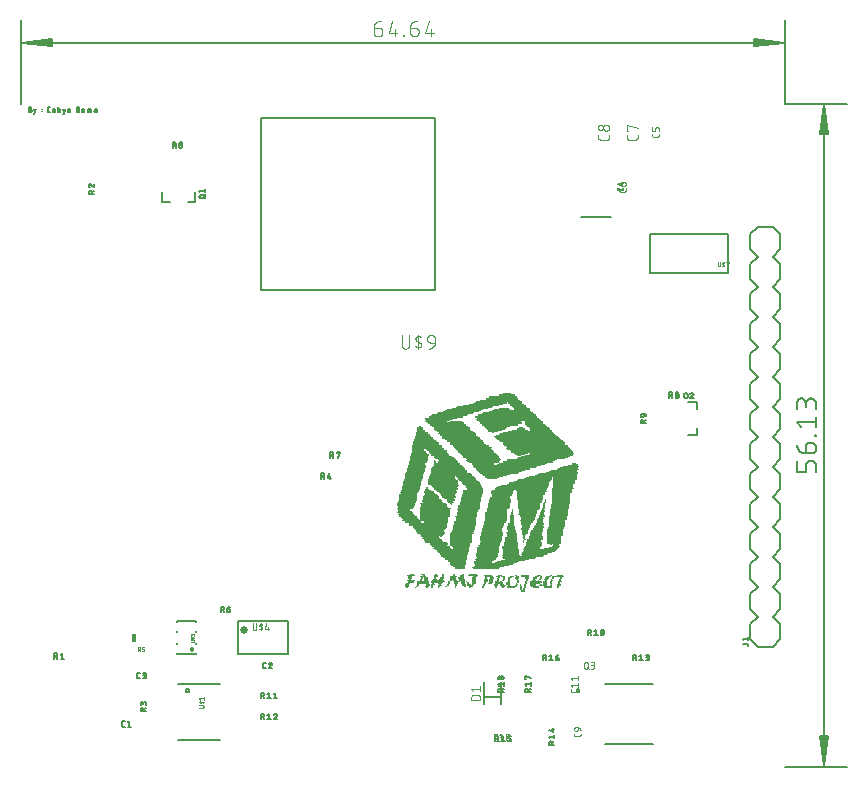
<source format=gbr>
G04 EAGLE Gerber RS-274X export*
G75*
%MOMM*%
%FSLAX34Y34*%
%LPD*%
%INSilkscreen Top*%
%IPPOS*%
%AMOC8*
5,1,8,0,0,1.08239X$1,22.5*%
G01*
%ADD10C,0.130000*%
%ADD11C,0.152400*%
%ADD12R,0.320000X0.080000*%
%ADD13R,0.160000X0.080000*%
%ADD14R,0.240000X0.080000*%
%ADD15R,0.080000X0.080000*%
%ADD16R,0.640000X0.080000*%
%ADD17R,0.560000X0.080000*%
%ADD18R,0.400000X0.080000*%
%ADD19R,0.800000X0.080000*%
%ADD20R,0.720000X0.080000*%
%ADD21R,0.480000X0.080000*%
%ADD22R,1.040000X0.080000*%
%ADD23R,0.880000X0.080000*%
%ADD24R,0.960000X0.080000*%
%ADD25R,1.120000X0.080000*%
%ADD26R,2.240000X0.080000*%
%ADD27R,2.320000X0.080000*%
%ADD28R,2.560000X0.080000*%
%ADD29R,2.960000X0.080000*%
%ADD30R,1.360000X0.080000*%
%ADD31R,3.280000X0.080000*%
%ADD32R,3.360000X0.080000*%
%ADD33R,1.520000X0.080000*%
%ADD34R,1.920000X0.080000*%
%ADD35R,1.600000X0.080000*%
%ADD36R,2.000000X0.080000*%
%ADD37R,1.680000X0.080000*%
%ADD38R,1.840000X0.080000*%
%ADD39R,2.080000X0.080000*%
%ADD40R,2.720000X0.080000*%
%ADD41R,1.760000X0.080000*%
%ADD42R,2.160000X0.080000*%
%ADD43R,1.440000X0.080000*%
%ADD44R,2.400000X0.080000*%
%ADD45R,2.480000X0.080000*%
%ADD46R,2.800000X0.080000*%
%ADD47R,1.280000X0.080000*%
%ADD48R,1.200000X0.080000*%
%ADD49R,2.640000X0.080000*%
%ADD50R,3.040000X0.080000*%
%ADD51R,3.200000X0.080000*%
%ADD52R,4.480000X0.080000*%
%ADD53R,4.400000X0.080000*%
%ADD54R,4.320000X0.080000*%
%ADD55R,4.160000X0.080000*%
%ADD56R,4.000000X0.080000*%
%ADD57R,3.600000X0.080000*%
%ADD58R,3.440000X0.080000*%
%ADD59R,3.120000X0.080000*%
%ADD60R,2.880000X0.080000*%
%ADD61R,3.520000X0.080000*%
%ADD62R,3.680000X0.080000*%
%ADD63R,4.560000X0.080000*%
%ADD64R,5.200000X0.080000*%
%ADD65R,5.360000X0.080000*%
%ADD66R,5.840000X0.080000*%
%ADD67R,4.080000X0.080000*%
%ADD68R,4.240000X0.080000*%
%ADD69R,5.280000X0.080000*%
%ADD70R,5.440000X0.080000*%
%ADD71R,5.120000X0.080000*%
%ADD72R,4.720000X0.080000*%
%ADD73R,4.640000X0.080000*%
%ADD74R,3.760000X0.080000*%
%ADD75R,4.960000X0.080000*%
%ADD76R,4.880000X0.080000*%
%ADD77R,3.920000X0.080000*%
%ADD78C,0.127000*%
%ADD79C,0.101600*%
%ADD80R,0.457200X0.762000*%
%ADD81C,0.025400*%
%ADD82C,0.203200*%
%ADD83C,0.650000*%
%ADD84C,0.050800*%
%ADD85C,0.076200*%
%ADD86C,0.200000*%


D10*
X646480Y-40D02*
X699000Y-40D01*
X699000Y561300D02*
X646480Y561300D01*
X679500Y560650D02*
X679500Y610D01*
X676308Y25960D01*
X682692Y25960D01*
X679500Y610D01*
X678200Y25960D01*
X680800Y25960D02*
X679500Y610D01*
X676900Y25960D01*
X682100Y25960D02*
X679500Y610D01*
X676308Y535300D02*
X679500Y560650D01*
X676308Y535300D02*
X682692Y535300D01*
X679500Y560650D01*
X678200Y535300D01*
X680800Y535300D02*
X679500Y560650D01*
X676900Y535300D01*
X682100Y535300D02*
X679500Y560650D01*
D11*
X672993Y254901D02*
X672993Y249482D01*
X672993Y254901D02*
X672991Y255019D01*
X672985Y255137D01*
X672976Y255255D01*
X672962Y255372D01*
X672945Y255489D01*
X672924Y255606D01*
X672899Y255721D01*
X672870Y255836D01*
X672837Y255950D01*
X672801Y256062D01*
X672761Y256173D01*
X672718Y256283D01*
X672671Y256392D01*
X672621Y256499D01*
X672566Y256604D01*
X672509Y256707D01*
X672448Y256808D01*
X672384Y256908D01*
X672317Y257005D01*
X672247Y257100D01*
X672173Y257192D01*
X672097Y257283D01*
X672017Y257370D01*
X671935Y257455D01*
X671850Y257537D01*
X671763Y257617D01*
X671672Y257693D01*
X671580Y257767D01*
X671485Y257837D01*
X671388Y257904D01*
X671288Y257968D01*
X671187Y258029D01*
X671084Y258086D01*
X670979Y258141D01*
X670872Y258191D01*
X670763Y258238D01*
X670653Y258281D01*
X670542Y258321D01*
X670430Y258357D01*
X670316Y258390D01*
X670201Y258419D01*
X670086Y258444D01*
X669969Y258465D01*
X669852Y258482D01*
X669735Y258496D01*
X669617Y258505D01*
X669499Y258511D01*
X669381Y258513D01*
X667574Y258513D01*
X667456Y258511D01*
X667338Y258505D01*
X667220Y258496D01*
X667103Y258482D01*
X666986Y258465D01*
X666869Y258444D01*
X666754Y258419D01*
X666639Y258390D01*
X666525Y258357D01*
X666413Y258321D01*
X666302Y258281D01*
X666192Y258238D01*
X666083Y258191D01*
X665976Y258141D01*
X665871Y258086D01*
X665768Y258029D01*
X665667Y257968D01*
X665567Y257904D01*
X665470Y257837D01*
X665375Y257767D01*
X665283Y257693D01*
X665192Y257617D01*
X665105Y257537D01*
X665020Y257455D01*
X664938Y257370D01*
X664858Y257283D01*
X664782Y257192D01*
X664708Y257100D01*
X664638Y257005D01*
X664571Y256908D01*
X664507Y256808D01*
X664446Y256707D01*
X664389Y256604D01*
X664334Y256499D01*
X664284Y256392D01*
X664237Y256283D01*
X664194Y256173D01*
X664154Y256062D01*
X664118Y255950D01*
X664085Y255836D01*
X664056Y255721D01*
X664031Y255606D01*
X664010Y255489D01*
X663993Y255372D01*
X663979Y255255D01*
X663970Y255137D01*
X663964Y255019D01*
X663962Y254901D01*
X663962Y249482D01*
X656737Y249482D01*
X656737Y258513D01*
X663962Y265113D02*
X663962Y270532D01*
X663964Y270650D01*
X663970Y270768D01*
X663979Y270886D01*
X663993Y271003D01*
X664010Y271120D01*
X664031Y271237D01*
X664056Y271352D01*
X664085Y271467D01*
X664118Y271581D01*
X664154Y271693D01*
X664194Y271804D01*
X664237Y271914D01*
X664284Y272023D01*
X664334Y272130D01*
X664389Y272235D01*
X664446Y272338D01*
X664507Y272439D01*
X664571Y272539D01*
X664638Y272636D01*
X664708Y272731D01*
X664782Y272823D01*
X664858Y272914D01*
X664938Y273001D01*
X665020Y273086D01*
X665105Y273168D01*
X665192Y273248D01*
X665283Y273324D01*
X665375Y273398D01*
X665470Y273468D01*
X665567Y273535D01*
X665667Y273599D01*
X665768Y273660D01*
X665871Y273717D01*
X665976Y273772D01*
X666083Y273822D01*
X666192Y273869D01*
X666302Y273912D01*
X666413Y273952D01*
X666525Y273988D01*
X666639Y274021D01*
X666754Y274050D01*
X666869Y274075D01*
X666986Y274096D01*
X667103Y274113D01*
X667220Y274127D01*
X667338Y274136D01*
X667456Y274142D01*
X667574Y274144D01*
X668477Y274144D01*
X668477Y274145D02*
X668610Y274143D01*
X668742Y274137D01*
X668874Y274127D01*
X669006Y274114D01*
X669138Y274096D01*
X669268Y274075D01*
X669399Y274050D01*
X669528Y274021D01*
X669656Y273988D01*
X669784Y273952D01*
X669910Y273912D01*
X670035Y273868D01*
X670159Y273820D01*
X670281Y273769D01*
X670402Y273714D01*
X670521Y273656D01*
X670639Y273594D01*
X670754Y273529D01*
X670868Y273460D01*
X670979Y273389D01*
X671088Y273313D01*
X671195Y273235D01*
X671300Y273154D01*
X671402Y273069D01*
X671502Y272982D01*
X671599Y272892D01*
X671694Y272799D01*
X671785Y272703D01*
X671874Y272605D01*
X671960Y272504D01*
X672043Y272400D01*
X672123Y272294D01*
X672199Y272186D01*
X672273Y272076D01*
X672343Y271963D01*
X672410Y271849D01*
X672473Y271732D01*
X672533Y271614D01*
X672590Y271494D01*
X672643Y271372D01*
X672692Y271249D01*
X672738Y271125D01*
X672780Y270999D01*
X672818Y270872D01*
X672853Y270744D01*
X672884Y270615D01*
X672911Y270486D01*
X672934Y270355D01*
X672954Y270224D01*
X672969Y270092D01*
X672981Y269960D01*
X672989Y269828D01*
X672993Y269695D01*
X672993Y269563D01*
X672989Y269430D01*
X672981Y269298D01*
X672969Y269166D01*
X672954Y269034D01*
X672934Y268903D01*
X672911Y268772D01*
X672884Y268643D01*
X672853Y268514D01*
X672818Y268386D01*
X672780Y268259D01*
X672738Y268133D01*
X672692Y268009D01*
X672643Y267886D01*
X672590Y267764D01*
X672533Y267644D01*
X672473Y267526D01*
X672410Y267409D01*
X672343Y267295D01*
X672273Y267182D01*
X672199Y267072D01*
X672123Y266964D01*
X672043Y266858D01*
X671960Y266754D01*
X671874Y266653D01*
X671785Y266555D01*
X671694Y266459D01*
X671599Y266366D01*
X671502Y266276D01*
X671402Y266189D01*
X671300Y266104D01*
X671195Y266023D01*
X671088Y265945D01*
X670979Y265869D01*
X670868Y265798D01*
X670754Y265729D01*
X670639Y265664D01*
X670521Y265602D01*
X670402Y265544D01*
X670281Y265489D01*
X670159Y265438D01*
X670035Y265390D01*
X669910Y265346D01*
X669784Y265306D01*
X669656Y265270D01*
X669528Y265237D01*
X669399Y265208D01*
X669268Y265183D01*
X669138Y265162D01*
X669006Y265144D01*
X668874Y265131D01*
X668742Y265121D01*
X668610Y265115D01*
X668477Y265113D01*
X663962Y265113D01*
X663785Y265115D01*
X663607Y265122D01*
X663430Y265133D01*
X663254Y265148D01*
X663078Y265167D01*
X662902Y265191D01*
X662727Y265219D01*
X662552Y265252D01*
X662379Y265289D01*
X662206Y265330D01*
X662035Y265375D01*
X661865Y265424D01*
X661696Y265478D01*
X661528Y265535D01*
X661362Y265597D01*
X661197Y265663D01*
X661034Y265733D01*
X660873Y265807D01*
X660714Y265884D01*
X660556Y265966D01*
X660401Y266052D01*
X660248Y266141D01*
X660097Y266234D01*
X659948Y266331D01*
X659802Y266431D01*
X659658Y266535D01*
X659517Y266642D01*
X659379Y266753D01*
X659243Y266867D01*
X659110Y266985D01*
X658980Y267105D01*
X658853Y267229D01*
X658729Y267356D01*
X658609Y267486D01*
X658491Y267619D01*
X658377Y267754D01*
X658266Y267893D01*
X658159Y268034D01*
X658055Y268178D01*
X657955Y268324D01*
X657858Y268473D01*
X657765Y268624D01*
X657676Y268777D01*
X657590Y268932D01*
X657508Y269090D01*
X657431Y269249D01*
X657357Y269410D01*
X657287Y269573D01*
X657221Y269738D01*
X657159Y269904D01*
X657102Y270072D01*
X657048Y270241D01*
X656999Y270411D01*
X656954Y270582D01*
X656913Y270755D01*
X656876Y270928D01*
X656843Y271103D01*
X656815Y271278D01*
X656791Y271454D01*
X656772Y271630D01*
X656757Y271806D01*
X656746Y271983D01*
X656739Y272161D01*
X656737Y272338D01*
X672090Y280119D02*
X672993Y280119D01*
X672090Y280119D02*
X672090Y281022D01*
X672993Y281022D01*
X672993Y280119D01*
X660349Y286997D02*
X656737Y291512D01*
X672993Y291512D01*
X672993Y286997D02*
X672993Y296028D01*
X672993Y302628D02*
X672993Y307144D01*
X672991Y307277D01*
X672985Y307409D01*
X672975Y307541D01*
X672962Y307673D01*
X672944Y307805D01*
X672923Y307935D01*
X672898Y308066D01*
X672869Y308195D01*
X672836Y308323D01*
X672800Y308451D01*
X672760Y308577D01*
X672716Y308702D01*
X672668Y308826D01*
X672617Y308948D01*
X672562Y309069D01*
X672504Y309188D01*
X672442Y309306D01*
X672377Y309421D01*
X672308Y309535D01*
X672237Y309646D01*
X672161Y309755D01*
X672083Y309862D01*
X672002Y309967D01*
X671917Y310069D01*
X671830Y310169D01*
X671740Y310266D01*
X671647Y310361D01*
X671551Y310452D01*
X671453Y310541D01*
X671352Y310627D01*
X671248Y310710D01*
X671142Y310790D01*
X671034Y310866D01*
X670924Y310940D01*
X670811Y311010D01*
X670697Y311077D01*
X670580Y311140D01*
X670462Y311200D01*
X670342Y311257D01*
X670220Y311310D01*
X670097Y311359D01*
X669973Y311405D01*
X669847Y311447D01*
X669720Y311485D01*
X669592Y311520D01*
X669463Y311551D01*
X669334Y311578D01*
X669203Y311601D01*
X669072Y311621D01*
X668940Y311636D01*
X668808Y311648D01*
X668676Y311656D01*
X668543Y311660D01*
X668411Y311660D01*
X668278Y311656D01*
X668146Y311648D01*
X668014Y311636D01*
X667882Y311621D01*
X667751Y311601D01*
X667620Y311578D01*
X667491Y311551D01*
X667362Y311520D01*
X667234Y311485D01*
X667107Y311447D01*
X666981Y311405D01*
X666857Y311359D01*
X666734Y311310D01*
X666612Y311257D01*
X666492Y311200D01*
X666374Y311140D01*
X666257Y311077D01*
X666143Y311010D01*
X666030Y310940D01*
X665920Y310866D01*
X665812Y310790D01*
X665706Y310710D01*
X665602Y310627D01*
X665501Y310541D01*
X665403Y310452D01*
X665307Y310361D01*
X665214Y310266D01*
X665124Y310169D01*
X665037Y310069D01*
X664952Y309967D01*
X664871Y309862D01*
X664793Y309755D01*
X664717Y309646D01*
X664646Y309535D01*
X664577Y309421D01*
X664512Y309306D01*
X664450Y309188D01*
X664392Y309069D01*
X664337Y308948D01*
X664286Y308826D01*
X664238Y308702D01*
X664194Y308577D01*
X664154Y308451D01*
X664118Y308323D01*
X664085Y308195D01*
X664056Y308066D01*
X664031Y307935D01*
X664010Y307805D01*
X663992Y307673D01*
X663979Y307541D01*
X663969Y307409D01*
X663963Y307277D01*
X663961Y307144D01*
X656737Y308047D02*
X656737Y302628D01*
X656737Y308047D02*
X656739Y308166D01*
X656745Y308286D01*
X656755Y308405D01*
X656769Y308523D01*
X656786Y308642D01*
X656808Y308759D01*
X656833Y308876D01*
X656863Y308991D01*
X656896Y309106D01*
X656933Y309220D01*
X656973Y309332D01*
X657018Y309443D01*
X657066Y309552D01*
X657117Y309660D01*
X657172Y309766D01*
X657231Y309870D01*
X657293Y309972D01*
X657358Y310072D01*
X657427Y310170D01*
X657499Y310266D01*
X657574Y310359D01*
X657651Y310449D01*
X657732Y310537D01*
X657816Y310622D01*
X657903Y310704D01*
X657992Y310784D01*
X658084Y310860D01*
X658178Y310934D01*
X658275Y311004D01*
X658373Y311071D01*
X658474Y311135D01*
X658578Y311195D01*
X658683Y311252D01*
X658790Y311305D01*
X658898Y311355D01*
X659008Y311401D01*
X659120Y311443D01*
X659233Y311482D01*
X659347Y311517D01*
X659462Y311548D01*
X659579Y311576D01*
X659696Y311599D01*
X659813Y311619D01*
X659932Y311635D01*
X660051Y311647D01*
X660170Y311655D01*
X660289Y311659D01*
X660409Y311659D01*
X660528Y311655D01*
X660647Y311647D01*
X660766Y311635D01*
X660885Y311619D01*
X661002Y311599D01*
X661119Y311576D01*
X661236Y311548D01*
X661351Y311517D01*
X661465Y311482D01*
X661578Y311443D01*
X661690Y311401D01*
X661800Y311355D01*
X661908Y311305D01*
X662015Y311252D01*
X662120Y311195D01*
X662224Y311135D01*
X662325Y311071D01*
X662423Y311004D01*
X662520Y310934D01*
X662614Y310860D01*
X662706Y310784D01*
X662795Y310704D01*
X662882Y310622D01*
X662966Y310537D01*
X663047Y310449D01*
X663124Y310359D01*
X663199Y310266D01*
X663271Y310170D01*
X663340Y310072D01*
X663405Y309972D01*
X663467Y309870D01*
X663526Y309766D01*
X663581Y309660D01*
X663632Y309552D01*
X663680Y309443D01*
X663725Y309332D01*
X663765Y309220D01*
X663802Y309106D01*
X663835Y308991D01*
X663865Y308876D01*
X663890Y308759D01*
X663912Y308642D01*
X663929Y308523D01*
X663943Y308405D01*
X663953Y308286D01*
X663959Y308166D01*
X663961Y308047D01*
X663962Y308047D02*
X663962Y304434D01*
D12*
X424400Y148000D03*
X424400Y148800D03*
D13*
X422800Y149600D03*
D14*
X425600Y149600D03*
D13*
X422800Y150400D03*
D14*
X425600Y150400D03*
X326400Y151200D03*
D15*
X334400Y151200D03*
D13*
X343600Y151200D03*
D14*
X348000Y151200D03*
D15*
X353600Y151200D03*
X368000Y151200D03*
D14*
X380000Y151200D03*
X391200Y151200D03*
X401600Y151200D03*
X408000Y151200D03*
D16*
X414800Y151200D03*
D13*
X422800Y151200D03*
X426000Y151200D03*
D17*
X436000Y151200D03*
D16*
X446000Y151200D03*
D14*
X454400Y151200D03*
D12*
X326800Y152000D03*
D14*
X335200Y152000D03*
D12*
X343600Y152000D03*
D14*
X348000Y152000D03*
X353600Y152000D03*
D13*
X359600Y152000D03*
D15*
X368000Y152000D03*
D14*
X375200Y152000D03*
D12*
X380400Y152000D03*
D14*
X391200Y152000D03*
X401600Y152000D03*
D18*
X408000Y152000D03*
D19*
X415600Y152000D03*
D13*
X422800Y152000D03*
X426000Y152000D03*
D20*
X435200Y152000D03*
D16*
X446000Y152000D03*
D14*
X454400Y152000D03*
D12*
X326800Y152800D03*
D14*
X336000Y152800D03*
D18*
X344000Y152800D03*
D14*
X348000Y152800D03*
D12*
X354000Y152800D03*
D14*
X361600Y152800D03*
X368000Y152800D03*
D18*
X374400Y152800D03*
D17*
X380000Y152800D03*
D14*
X392000Y152800D03*
D12*
X402000Y152800D03*
D21*
X407600Y152800D03*
D14*
X412800Y152800D03*
X418400Y152800D03*
D15*
X423200Y152800D03*
D13*
X426800Y152800D03*
D21*
X433200Y152800D03*
D12*
X439600Y152800D03*
X443600Y152800D03*
D14*
X448800Y152800D03*
D12*
X454800Y152800D03*
X326800Y153600D03*
D14*
X336000Y153600D03*
D18*
X344000Y153600D03*
D12*
X348400Y153600D03*
D14*
X354400Y153600D03*
X361600Y153600D03*
X368000Y153600D03*
D18*
X374400Y153600D03*
D12*
X378800Y153600D03*
D14*
X382400Y153600D03*
X392000Y153600D03*
D12*
X402000Y153600D03*
D18*
X407200Y153600D03*
D12*
X412400Y153600D03*
D14*
X419200Y153600D03*
D15*
X423200Y153600D03*
D13*
X426800Y153600D03*
D21*
X433200Y153600D03*
D14*
X440000Y153600D03*
D12*
X443600Y153600D03*
D15*
X449600Y153600D03*
D12*
X454800Y153600D03*
D18*
X327200Y154400D03*
D22*
X340000Y154400D03*
D14*
X348800Y154400D03*
D12*
X354800Y154400D03*
D13*
X362000Y154400D03*
D18*
X368000Y154400D03*
X373600Y154400D03*
D13*
X378000Y154400D03*
D12*
X382800Y154400D03*
D14*
X392800Y154400D03*
D12*
X396400Y154400D03*
D16*
X404400Y154400D03*
D12*
X412400Y154400D03*
D15*
X420000Y154400D03*
D14*
X427200Y154400D03*
D23*
X435200Y154400D03*
D12*
X443600Y154400D03*
D14*
X448000Y154400D03*
X455200Y154400D03*
D17*
X329600Y155200D03*
D24*
X339600Y155200D03*
D22*
X352000Y155200D03*
D13*
X362000Y155200D03*
D18*
X368000Y155200D03*
X373600Y155200D03*
D13*
X378000Y155200D03*
D18*
X383200Y155200D03*
D14*
X392800Y155200D03*
D12*
X397200Y155200D03*
D16*
X404400Y155200D03*
D12*
X412400Y155200D03*
D13*
X420400Y155200D03*
D14*
X427200Y155200D03*
D24*
X435600Y155200D03*
D12*
X443600Y155200D03*
D13*
X448400Y155200D03*
D14*
X455200Y155200D03*
D17*
X329600Y156000D03*
D24*
X339600Y156000D03*
D25*
X352400Y156000D03*
D13*
X362000Y156000D03*
D21*
X368400Y156000D03*
D18*
X373600Y156000D03*
D15*
X377600Y156000D03*
D18*
X383200Y156000D03*
D12*
X393200Y156000D03*
X397200Y156000D03*
X402800Y156000D03*
D14*
X406400Y156000D03*
X412800Y156000D03*
D13*
X420400Y156000D03*
D14*
X427200Y156000D03*
D24*
X435600Y156000D03*
D12*
X443600Y156000D03*
D13*
X448400Y156000D03*
D12*
X455600Y156000D03*
D16*
X330000Y156800D03*
D13*
X338000Y156800D03*
D12*
X342800Y156800D03*
D22*
X352800Y156800D03*
D13*
X363600Y156800D03*
D12*
X366800Y156800D03*
D17*
X372800Y156800D03*
D12*
X383600Y156800D03*
X393200Y156800D03*
X398000Y156800D03*
D14*
X403200Y156800D03*
X408000Y156800D03*
X412800Y156800D03*
D13*
X420400Y156800D03*
D14*
X428000Y156800D03*
D18*
X433600Y156800D03*
D15*
X438400Y156800D03*
D14*
X444000Y156800D03*
D13*
X449200Y156800D03*
D14*
X456000Y156800D03*
X328800Y157600D03*
X338400Y157600D03*
D18*
X342400Y157600D03*
D12*
X350000Y157600D03*
X355600Y157600D03*
D17*
X365600Y157600D03*
X372800Y157600D03*
D12*
X383600Y157600D03*
X393200Y157600D03*
X398000Y157600D03*
D14*
X403200Y157600D03*
X408800Y157600D03*
X412800Y157600D03*
X420000Y157600D03*
X428000Y157600D03*
X434400Y157600D03*
D13*
X438800Y157600D03*
D12*
X444400Y157600D03*
D15*
X449600Y157600D03*
D14*
X456000Y157600D03*
D12*
X329200Y158400D03*
D13*
X338800Y158400D03*
D18*
X342400Y158400D03*
D14*
X350400Y158400D03*
D12*
X356400Y158400D03*
D17*
X365600Y158400D03*
D21*
X372400Y158400D03*
D12*
X383600Y158400D03*
D14*
X393600Y158400D03*
D18*
X398400Y158400D03*
D14*
X403200Y158400D03*
X408800Y158400D03*
D13*
X413200Y158400D03*
D12*
X419600Y158400D03*
X428400Y158400D03*
X434800Y158400D03*
D14*
X440000Y158400D03*
D12*
X445200Y158400D03*
D14*
X450400Y158400D03*
X456800Y158400D03*
D12*
X329200Y159200D03*
D13*
X338800Y159200D03*
D18*
X342400Y159200D03*
D14*
X350400Y159200D03*
D12*
X356400Y159200D03*
D17*
X365600Y159200D03*
D21*
X372400Y159200D03*
D12*
X383600Y159200D03*
D14*
X393600Y159200D03*
D18*
X398400Y159200D03*
D14*
X404000Y159200D03*
X408800Y159200D03*
D12*
X414000Y159200D03*
X419600Y159200D03*
X428400Y159200D03*
X434800Y159200D03*
D14*
X440000Y159200D03*
D12*
X445200Y159200D03*
D14*
X450400Y159200D03*
X456800Y159200D03*
X329600Y160000D03*
D21*
X340400Y160000D03*
D14*
X350400Y160000D03*
X356800Y160000D03*
D17*
X365600Y160000D03*
D18*
X372800Y160000D03*
X384000Y160000D03*
D20*
X396000Y160000D03*
D14*
X404000Y160000D03*
X408000Y160000D03*
D18*
X415200Y160000D03*
D13*
X420400Y160000D03*
D12*
X424400Y160000D03*
X428400Y160000D03*
D14*
X436000Y160000D03*
X440000Y160000D03*
D12*
X446000Y160000D03*
D24*
X454000Y160000D03*
D12*
X329200Y160800D03*
D21*
X340400Y160800D03*
D12*
X350800Y160800D03*
D14*
X356800Y160800D03*
D21*
X366000Y160800D03*
D18*
X372800Y160800D03*
D12*
X384400Y160800D03*
D20*
X396000Y160800D03*
D18*
X403200Y160800D03*
D12*
X407600Y160800D03*
X415600Y160800D03*
D15*
X420000Y160800D03*
D20*
X426400Y160800D03*
D12*
X436400Y160800D03*
D14*
X440000Y160800D03*
D12*
X446800Y160800D03*
D22*
X454400Y160800D03*
D16*
X330000Y161600D03*
D14*
X340800Y161600D03*
D12*
X350800Y161600D03*
D14*
X356800Y161600D03*
X366400Y161600D03*
D12*
X373200Y161600D03*
D19*
X382000Y161600D03*
D16*
X394800Y161600D03*
D12*
X405200Y161600D03*
D14*
X418400Y161600D03*
D16*
X426800Y161600D03*
D18*
X438400Y161600D03*
D14*
X448800Y161600D03*
D21*
X456400Y161600D03*
D18*
X330400Y162400D03*
D12*
X340400Y162400D03*
D14*
X351200Y162400D03*
D13*
X357200Y162400D03*
D14*
X366400Y162400D03*
D13*
X374000Y162400D03*
D16*
X382000Y162400D03*
D19*
X371600Y167200D03*
D26*
X393200Y167200D03*
D23*
X371200Y168000D03*
D27*
X393600Y168000D03*
D22*
X370400Y168800D03*
D28*
X395600Y168800D03*
D25*
X370000Y169600D03*
D29*
X398400Y169600D03*
D30*
X369600Y170400D03*
D31*
X400000Y170400D03*
D30*
X369600Y171200D03*
D32*
X400400Y171200D03*
D30*
X369600Y172000D03*
D33*
X391200Y172000D03*
D34*
X410000Y172000D03*
D33*
X368800Y172800D03*
X391200Y172800D03*
D34*
X411600Y172800D03*
D35*
X368400Y173600D03*
X392400Y173600D03*
D36*
X416000Y173600D03*
D37*
X368800Y174400D03*
X392800Y174400D03*
D34*
X418800Y174400D03*
D38*
X368000Y175200D03*
D37*
X393600Y175200D03*
D39*
X419600Y175200D03*
D34*
X367600Y176000D03*
D37*
X393600Y176000D03*
D40*
X421200Y176000D03*
D39*
X366800Y176800D03*
D41*
X394000Y176800D03*
D29*
X421600Y176800D03*
D42*
X366400Y177600D03*
D38*
X394400Y177600D03*
D32*
X424400Y177600D03*
D42*
X366400Y178400D03*
D38*
X394400Y178400D03*
D43*
X414800Y178400D03*
D34*
X433200Y178400D03*
D44*
X366000Y179200D03*
D38*
X394400Y179200D03*
D30*
X414400Y179200D03*
D42*
X434400Y179200D03*
D44*
X366000Y180000D03*
D38*
X394400Y180000D03*
D30*
X414400Y180000D03*
D26*
X434800Y180000D03*
D45*
X365600Y180800D03*
D34*
X394800Y180800D03*
D30*
X414400Y180800D03*
D28*
X436400Y180800D03*
D40*
X365200Y181600D03*
D38*
X395200Y181600D03*
D30*
X414400Y181600D03*
D40*
X438000Y181600D03*
X365200Y182400D03*
D38*
X395200Y182400D03*
D30*
X414400Y182400D03*
D40*
X438800Y182400D03*
D46*
X364800Y183200D03*
D38*
X395200Y183200D03*
D30*
X414400Y183200D03*
D46*
X439200Y183200D03*
D43*
X356400Y184000D03*
D47*
X372400Y184000D03*
D38*
X395200Y184000D03*
D47*
X414000Y184000D03*
X432400Y184000D03*
D48*
X448000Y184000D03*
D30*
X356000Y184800D03*
X372000Y184800D03*
D38*
X395200Y184800D03*
D47*
X414000Y184800D03*
X432400Y184800D03*
D23*
X451200Y184800D03*
D33*
X355200Y185600D03*
D35*
X372400Y185600D03*
D41*
X395600Y185600D03*
D47*
X414000Y185600D03*
X433200Y185600D03*
D16*
X452400Y185600D03*
D30*
X353600Y186400D03*
D41*
X371600Y186400D03*
D38*
X396000Y186400D03*
D48*
X414400Y186400D03*
D30*
X433600Y186400D03*
D17*
X452800Y186400D03*
D43*
X353200Y187200D03*
D41*
X371600Y187200D03*
X396400Y187200D03*
D48*
X414400Y187200D03*
D30*
X433600Y187200D03*
D14*
X448000Y187200D03*
D17*
X452800Y187200D03*
D43*
X353200Y188000D03*
D41*
X371600Y188000D03*
X396400Y188000D03*
D48*
X414400Y188000D03*
D30*
X433600Y188000D03*
D25*
X450800Y188000D03*
D33*
X352800Y188800D03*
D38*
X372000Y188800D03*
D41*
X396400Y188800D03*
D48*
X414400Y188800D03*
D30*
X433600Y188800D03*
D25*
X450800Y188800D03*
D33*
X349600Y189600D03*
D38*
X372000Y189600D03*
D41*
X397200Y189600D03*
D22*
X414400Y189600D03*
D15*
X425600Y189600D03*
D48*
X434400Y189600D03*
D25*
X450800Y189600D03*
D43*
X349200Y190400D03*
D38*
X372000Y190400D03*
D41*
X397200Y190400D03*
D22*
X414400Y190400D03*
D15*
X425600Y190400D03*
D48*
X434400Y190400D03*
D25*
X450800Y190400D03*
D43*
X348400Y191200D03*
D38*
X372000Y191200D03*
X397600Y191200D03*
D24*
X414800Y191200D03*
D15*
X425600Y191200D03*
D48*
X434400Y191200D03*
D25*
X450800Y191200D03*
D43*
X348400Y192000D03*
D38*
X372000Y192000D03*
X397600Y192000D03*
D24*
X414800Y192000D03*
D13*
X426000Y192000D03*
D47*
X434800Y192000D03*
D25*
X450800Y192000D03*
D43*
X346800Y192800D03*
D34*
X372400Y192800D03*
D38*
X397600Y192800D03*
D24*
X414800Y192800D03*
D14*
X425600Y192800D03*
D25*
X435600Y192800D03*
D48*
X451200Y192800D03*
D30*
X346400Y193600D03*
D34*
X372400Y193600D03*
X398000Y193600D03*
D24*
X414800Y193600D03*
D14*
X425600Y193600D03*
D25*
X435600Y193600D03*
D48*
X451200Y193600D03*
D33*
X345600Y194400D03*
D13*
X355600Y194400D03*
D34*
X372400Y194400D03*
X398000Y194400D03*
D23*
X415200Y194400D03*
D14*
X425600Y194400D03*
D25*
X435600Y194400D03*
D48*
X451200Y194400D03*
D34*
X347600Y195200D03*
X372400Y195200D03*
D38*
X398400Y195200D03*
D23*
X415200Y195200D03*
D14*
X425600Y195200D03*
D22*
X436000Y195200D03*
D47*
X451600Y195200D03*
D39*
X347600Y196000D03*
D34*
X372400Y196000D03*
D38*
X398400Y196000D03*
D23*
X415200Y196000D03*
D12*
X425200Y196000D03*
D22*
X436000Y196000D03*
D47*
X451600Y196000D03*
D27*
X346400Y196800D03*
D36*
X372800Y196800D03*
D38*
X398400Y196800D03*
D23*
X415200Y196800D03*
D21*
X426000Y196800D03*
D22*
X436000Y196800D03*
D47*
X451600Y196800D03*
D27*
X346400Y197600D03*
D34*
X373200Y197600D03*
D38*
X398400Y197600D03*
D19*
X414800Y197600D03*
D21*
X426000Y197600D03*
D22*
X436000Y197600D03*
D30*
X452000Y197600D03*
D44*
X346000Y198400D03*
D38*
X373600Y198400D03*
D41*
X398800Y198400D03*
D20*
X415200Y198400D03*
D17*
X426400Y198400D03*
D24*
X436400Y198400D03*
D30*
X452000Y198400D03*
D44*
X346000Y199200D03*
D38*
X373600Y199200D03*
D41*
X398800Y199200D03*
D20*
X415200Y199200D03*
D17*
X426400Y199200D03*
D24*
X436400Y199200D03*
D30*
X452000Y199200D03*
D28*
X346000Y200000D03*
D38*
X374400Y200000D03*
D41*
X398800Y200000D03*
D16*
X414800Y200000D03*
X426800Y200000D03*
D19*
X437200Y200000D03*
D30*
X452000Y200000D03*
D49*
X345600Y200800D03*
D38*
X374400Y200800D03*
D41*
X398800Y200800D03*
D16*
X414800Y200800D03*
X426800Y200800D03*
D19*
X437200Y200800D03*
D47*
X452400Y200800D03*
D29*
X345600Y201600D03*
D38*
X374400Y201600D03*
D41*
X399600Y201600D03*
D16*
X414800Y201600D03*
D20*
X427200Y201600D03*
D19*
X438000Y201600D03*
D30*
X452800Y201600D03*
D29*
X345600Y202400D03*
D34*
X374800Y202400D03*
D41*
X399600Y202400D03*
D16*
X414800Y202400D03*
D20*
X427200Y202400D03*
D19*
X438000Y202400D03*
D47*
X453200Y202400D03*
D50*
X345200Y203200D03*
D34*
X374800Y203200D03*
D41*
X399600Y203200D03*
D17*
X414400Y203200D03*
D20*
X427200Y203200D03*
X438400Y203200D03*
D47*
X453200Y203200D03*
D51*
X344400Y204000D03*
D34*
X375600Y204000D03*
D41*
X400400Y204000D03*
D21*
X414800Y204000D03*
D20*
X427200Y204000D03*
X438400Y204000D03*
D47*
X453200Y204000D03*
D31*
X344000Y204800D03*
D34*
X375600Y204800D03*
D41*
X400400Y204800D03*
D21*
X414800Y204800D03*
D23*
X427200Y204800D03*
D16*
X438800Y204800D03*
D47*
X453200Y204800D03*
D31*
X344000Y205600D03*
D38*
X376000Y205600D03*
D41*
X400400Y205600D03*
D21*
X414800Y205600D03*
D23*
X427200Y205600D03*
D16*
X438800Y205600D03*
D30*
X453600Y205600D03*
D47*
X331600Y206400D03*
D39*
X350800Y206400D03*
D38*
X376000Y206400D03*
X400800Y206400D03*
D18*
X415200Y206400D03*
D22*
X428000Y206400D03*
D17*
X439200Y206400D03*
D30*
X453600Y206400D03*
D47*
X331600Y207200D03*
D39*
X350800Y207200D03*
D38*
X376000Y207200D03*
X400800Y207200D03*
D18*
X415200Y207200D03*
D22*
X428000Y207200D03*
D17*
X439200Y207200D03*
D30*
X453600Y207200D03*
D43*
X330000Y208000D03*
D27*
X349600Y208000D03*
D41*
X376400Y208000D03*
D38*
X401600Y208000D03*
D18*
X415200Y208000D03*
D25*
X428400Y208000D03*
D17*
X439200Y208000D03*
D30*
X453600Y208000D03*
X329600Y208800D03*
D27*
X349600Y208800D03*
D41*
X376400Y208800D03*
D38*
X401600Y208800D03*
D18*
X415200Y208800D03*
D48*
X428800Y208800D03*
D17*
X439200Y208800D03*
D43*
X454000Y208800D03*
D30*
X328800Y209600D03*
D27*
X349600Y209600D03*
D41*
X376400Y209600D03*
D38*
X401600Y209600D03*
D12*
X415600Y209600D03*
D48*
X428800Y209600D03*
D21*
X439600Y209600D03*
D43*
X454000Y209600D03*
D47*
X328400Y210400D03*
D27*
X349600Y210400D03*
D41*
X376400Y210400D03*
D38*
X401600Y210400D03*
D12*
X415600Y210400D03*
D48*
X428800Y210400D03*
D18*
X440000Y210400D03*
D43*
X454000Y210400D03*
X327600Y211200D03*
D28*
X350000Y211200D03*
D38*
X376800Y211200D03*
X401600Y211200D03*
D12*
X415600Y211200D03*
D30*
X428800Y211200D03*
D21*
X440400Y211200D03*
D33*
X454400Y211200D03*
D30*
X326400Y212000D03*
D28*
X350000Y212000D03*
D41*
X377200Y212000D03*
D34*
X402000Y212000D03*
D12*
X415600Y212000D03*
D30*
X428800Y212000D03*
D21*
X440400Y212000D03*
D43*
X454800Y212000D03*
D47*
X326000Y212800D03*
D28*
X350000Y212800D03*
D41*
X377200Y212800D03*
D34*
X402000Y212800D03*
D14*
X415200Y212800D03*
D43*
X428400Y212800D03*
D18*
X440800Y212800D03*
D43*
X454800Y212800D03*
D48*
X325600Y213600D03*
D28*
X350000Y213600D03*
D41*
X377200Y213600D03*
D34*
X402000Y213600D03*
D14*
X415200Y213600D03*
D33*
X428800Y213600D03*
D18*
X440800Y213600D03*
D43*
X454800Y213600D03*
D47*
X325200Y214400D03*
D28*
X350000Y214400D03*
D41*
X377200Y214400D03*
D34*
X402000Y214400D03*
D14*
X415200Y214400D03*
D33*
X428800Y214400D03*
D18*
X440800Y214400D03*
D43*
X454800Y214400D03*
D25*
X324400Y215200D03*
D28*
X350000Y215200D03*
D41*
X378000Y215200D03*
X402800Y215200D03*
D15*
X416000Y215200D03*
D33*
X428800Y215200D03*
D12*
X441200Y215200D03*
D33*
X455200Y215200D03*
D24*
X323600Y216000D03*
D28*
X350000Y216000D03*
D41*
X378000Y216000D03*
X402800Y216000D03*
D15*
X416000Y216000D03*
D35*
X429200Y216000D03*
D12*
X441200Y216000D03*
D33*
X455200Y216000D03*
D24*
X323600Y216800D03*
D28*
X350000Y216800D03*
D38*
X378400Y216800D03*
D41*
X402800Y216800D03*
D15*
X416000Y216800D03*
D37*
X429600Y216800D03*
D14*
X441600Y216800D03*
D33*
X455200Y216800D03*
D47*
X325200Y217600D03*
D28*
X350800Y217600D03*
D41*
X378800Y217600D03*
D38*
X403200Y217600D03*
D37*
X429600Y217600D03*
D13*
X442000Y217600D03*
D43*
X455600Y217600D03*
D47*
X325200Y218400D03*
D45*
X350400Y218400D03*
D38*
X379200Y218400D03*
D41*
X403600Y218400D03*
D38*
X429600Y218400D03*
D14*
X442400Y218400D03*
D43*
X455600Y218400D03*
D30*
X325600Y219200D03*
D27*
X349600Y219200D03*
D38*
X379200Y219200D03*
X404000Y219200D03*
X429600Y219200D03*
D13*
X442800Y219200D03*
D43*
X455600Y219200D03*
D30*
X325600Y220000D03*
D26*
X349200Y220000D03*
D38*
X379200Y220000D03*
X404000Y220000D03*
X429600Y220000D03*
D13*
X442800Y220000D03*
D33*
X456000Y220000D03*
D43*
X326000Y220800D03*
D26*
X349200Y220800D03*
D38*
X379200Y220800D03*
X404000Y220800D03*
D34*
X430000Y220800D03*
D13*
X442800Y220800D03*
D33*
X456000Y220800D03*
D43*
X326000Y221600D03*
D26*
X349200Y221600D03*
D15*
X364800Y221600D03*
D41*
X379600Y221600D03*
D38*
X404000Y221600D03*
D34*
X430000Y221600D03*
D13*
X442800Y221600D03*
D33*
X456000Y221600D03*
D43*
X326000Y222400D03*
D42*
X348800Y222400D03*
D14*
X364000Y222400D03*
D41*
X379600Y222400D03*
D38*
X404000Y222400D03*
D34*
X430000Y222400D03*
D13*
X442800Y222400D03*
D33*
X456800Y222400D03*
D43*
X326800Y223200D03*
D41*
X348400Y223200D03*
D21*
X363600Y223200D03*
D37*
X380000Y223200D03*
D38*
X404800Y223200D03*
D36*
X430400Y223200D03*
D13*
X443600Y223200D03*
D33*
X456800Y223200D03*
D43*
X326800Y224000D03*
D37*
X348000Y224000D03*
D17*
X363200Y224000D03*
D41*
X380400Y224000D03*
D38*
X404800Y224000D03*
D39*
X430800Y224000D03*
D15*
X444000Y224000D03*
D33*
X456800Y224000D03*
X327200Y224800D03*
D37*
X348000Y224800D03*
D16*
X363600Y224800D03*
D41*
X380400Y224800D03*
D38*
X404800Y224800D03*
D39*
X430800Y224800D03*
D15*
X444000Y224800D03*
D33*
X456800Y224800D03*
X327200Y225600D03*
D35*
X347600Y225600D03*
D16*
X363600Y225600D03*
D41*
X380400Y225600D03*
D38*
X404800Y225600D03*
D42*
X430400Y225600D03*
D15*
X444000Y225600D03*
D33*
X456800Y225600D03*
D43*
X327600Y226400D03*
D30*
X347200Y226400D03*
D23*
X362400Y226400D03*
D37*
X380800Y226400D03*
D41*
X405200Y226400D03*
D26*
X430800Y226400D03*
D35*
X457200Y226400D03*
D43*
X327600Y227200D03*
D47*
X346800Y227200D03*
D25*
X362000Y227200D03*
D37*
X380800Y227200D03*
D41*
X405200Y227200D03*
D26*
X430800Y227200D03*
D35*
X457200Y227200D03*
D43*
X327600Y228000D03*
D47*
X346800Y228000D03*
D25*
X362000Y228000D03*
D41*
X381200Y228000D03*
D35*
X406000Y228000D03*
D26*
X430800Y228000D03*
D35*
X457200Y228000D03*
D43*
X327600Y228800D03*
D48*
X346400Y228800D03*
X361600Y228800D03*
D41*
X381200Y228800D03*
X406800Y228800D03*
D26*
X430800Y228800D03*
D35*
X457200Y228800D03*
D43*
X327600Y229600D03*
D22*
X346400Y229600D03*
D48*
X361600Y229600D03*
D41*
X381200Y229600D03*
X406800Y229600D03*
D27*
X431200Y229600D03*
D35*
X457200Y229600D03*
D30*
X328000Y230400D03*
D23*
X345600Y230400D03*
D30*
X360800Y230400D03*
D41*
X382000Y230400D03*
D38*
X407200Y230400D03*
D27*
X431200Y230400D03*
D35*
X457200Y230400D03*
D43*
X328400Y231200D03*
D19*
X345200Y231200D03*
D33*
X360800Y231200D03*
D41*
X382000Y231200D03*
D38*
X407200Y231200D03*
D44*
X431600Y231200D03*
D37*
X457600Y231200D03*
D43*
X329200Y232000D03*
D19*
X345200Y232000D03*
D35*
X360400Y232000D03*
D37*
X382400Y232000D03*
D38*
X407200Y232000D03*
D45*
X432000Y232000D03*
D37*
X457600Y232000D03*
D43*
X329200Y232800D03*
D17*
X344800Y232800D03*
D37*
X360000Y232800D03*
X382400Y232800D03*
D41*
X407600Y232800D03*
D45*
X432000Y232800D03*
D37*
X457600Y232800D03*
D43*
X329200Y233600D03*
D21*
X344400Y233600D03*
D41*
X359600Y233600D03*
D37*
X382400Y233600D03*
D38*
X408000Y233600D03*
D28*
X431600Y233600D03*
D41*
X458000Y233600D03*
D43*
X330000Y234400D03*
D12*
X343600Y234400D03*
D36*
X359200Y234400D03*
D47*
X384400Y234400D03*
D52*
X422800Y234400D03*
D41*
X458000Y234400D03*
D43*
X330000Y235200D03*
D14*
X343200Y235200D03*
D36*
X359200Y235200D03*
D30*
X384000Y235200D03*
D53*
X423200Y235200D03*
D38*
X458400Y235200D03*
D43*
X330000Y236000D03*
D14*
X343200Y236000D03*
D39*
X358800Y236000D03*
D47*
X383600Y236000D03*
D54*
X423600Y236000D03*
D41*
X458800Y236000D03*
D43*
X330000Y236800D03*
D42*
X358400Y236800D03*
D30*
X383200Y236800D03*
D55*
X424400Y236800D03*
D41*
X458800Y236800D03*
D33*
X330400Y237600D03*
D27*
X358400Y237600D03*
D30*
X382400Y237600D03*
D56*
X426800Y237600D03*
D41*
X458800Y237600D03*
D33*
X330400Y238400D03*
D28*
X357200Y238400D03*
D43*
X381200Y238400D03*
D57*
X428800Y238400D03*
D41*
X458800Y238400D03*
D43*
X330800Y239200D03*
D28*
X357200Y239200D03*
D33*
X380800Y239200D03*
D58*
X429600Y239200D03*
D34*
X459600Y239200D03*
D43*
X330800Y240000D03*
D28*
X357200Y240000D03*
D33*
X380800Y240000D03*
D58*
X429600Y240000D03*
D34*
X459600Y240000D03*
D43*
X330800Y240800D03*
D45*
X356800Y240800D03*
D35*
X379600Y240800D03*
D59*
X432000Y240800D03*
D34*
X459600Y240800D03*
D43*
X331600Y241600D03*
D45*
X356800Y241600D03*
D33*
X378400Y241600D03*
D60*
X434000Y241600D03*
D34*
X459600Y241600D03*
D43*
X331600Y242400D03*
D44*
X356400Y242400D03*
D33*
X377600Y242400D03*
D46*
X435200Y242400D03*
D36*
X460000Y242400D03*
D33*
X332000Y243200D03*
D26*
X356400Y243200D03*
D35*
X377200Y243200D03*
D19*
X398800Y243200D03*
D27*
X437600Y243200D03*
D36*
X460000Y243200D03*
D33*
X332000Y244000D03*
D26*
X356400Y244000D03*
D35*
X376400Y244000D03*
D25*
X398800Y244000D03*
D26*
X438000Y244000D03*
D36*
X460000Y244000D03*
D43*
X332400Y244800D03*
D42*
X356000Y244800D03*
D35*
X375600Y244800D03*
D33*
X400000Y244800D03*
D56*
X450000Y244800D03*
D33*
X332800Y245600D03*
D57*
X364000Y245600D03*
D39*
X401200Y245600D03*
D61*
X452400Y245600D03*
D33*
X332800Y246400D03*
D61*
X363600Y246400D03*
D44*
X402000Y246400D03*
D32*
X453200Y246400D03*
D33*
X332800Y247200D03*
D58*
X364000Y247200D03*
D40*
X402800Y247200D03*
D51*
X454000Y247200D03*
D35*
X333200Y248000D03*
D51*
X362800Y248000D03*
X404400Y248000D03*
D46*
X456800Y248000D03*
D35*
X333200Y248800D03*
D59*
X362400Y248800D03*
D32*
X404400Y248800D03*
D49*
X457600Y248800D03*
D43*
X334000Y249600D03*
D50*
X362000Y249600D03*
D62*
X405200Y249600D03*
D44*
X458800Y249600D03*
D43*
X334000Y250400D03*
D50*
X362000Y250400D03*
D56*
X406000Y250400D03*
D26*
X459600Y250400D03*
D33*
X334400Y251200D03*
D46*
X361600Y251200D03*
D63*
X408000Y251200D03*
D38*
X462400Y251200D03*
D33*
X334400Y252000D03*
D46*
X361600Y252000D03*
D63*
X408000Y252000D03*
D41*
X462800Y252000D03*
D43*
X334800Y252800D03*
D49*
X360800Y252800D03*
D64*
X409600Y252800D03*
D33*
X464000Y252800D03*
D43*
X334800Y253600D03*
D28*
X361200Y253600D03*
D65*
X409600Y253600D03*
D30*
X465600Y253600D03*
D43*
X334800Y254400D03*
D27*
X360800Y254400D03*
D66*
X411200Y254400D03*
D23*
X467200Y254400D03*
D30*
X335200Y255200D03*
D26*
X360400Y255200D03*
D34*
X390800Y255200D03*
D67*
X423200Y255200D03*
D21*
X468400Y255200D03*
D30*
X335200Y256000D03*
D26*
X360400Y256000D03*
D34*
X390800Y256000D03*
D56*
X424400Y256000D03*
D18*
X468000Y256000D03*
D43*
X335600Y256800D03*
D14*
X350400Y256800D03*
D37*
X361600Y256800D03*
D28*
X391600Y256800D03*
D68*
X428800Y256800D03*
D43*
X335600Y257600D03*
D14*
X350400Y257600D03*
D37*
X361600Y257600D03*
D49*
X391200Y257600D03*
D55*
X429200Y257600D03*
D35*
X336400Y258400D03*
D15*
X350400Y258400D03*
D35*
X361200Y258400D03*
D46*
X391200Y258400D03*
D67*
X431200Y258400D03*
D35*
X336400Y259200D03*
X360400Y259200D03*
D60*
X391600Y259200D03*
D55*
X432400Y259200D03*
D35*
X336400Y260000D03*
D37*
X358400Y260000D03*
D29*
X390400Y260000D03*
D67*
X440000Y260000D03*
D35*
X336400Y260800D03*
D37*
X357600Y260800D03*
D50*
X389200Y260800D03*
D55*
X442000Y260800D03*
D33*
X336800Y261600D03*
D35*
X357200Y261600D03*
D50*
X389200Y261600D03*
D67*
X443200Y261600D03*
D33*
X336800Y262400D03*
D35*
X357200Y262400D03*
D50*
X389200Y262400D03*
D67*
X444000Y262400D03*
D43*
X337200Y263200D03*
D35*
X354800Y263200D03*
D59*
X388000Y263200D03*
D18*
X421600Y263200D03*
D56*
X446800Y263200D03*
D43*
X337200Y264000D03*
D35*
X354800Y264000D03*
D59*
X387200Y264000D03*
D19*
X422000Y264000D03*
D62*
X448400Y264000D03*
D47*
X336400Y264800D03*
D33*
X353600Y264800D03*
D59*
X386400Y264800D03*
D25*
X422800Y264800D03*
D62*
X449200Y264800D03*
D25*
X336400Y265600D03*
D35*
X352400Y265600D03*
D50*
X385200Y265600D03*
D69*
X440400Y265600D03*
D25*
X336400Y266400D03*
D35*
X352400Y266400D03*
D59*
X384800Y266400D03*
D69*
X440400Y266400D03*
D22*
X336000Y267200D03*
D41*
X351600Y267200D03*
D59*
X384000Y267200D03*
D69*
X439600Y267200D03*
D22*
X336000Y268000D03*
D35*
X350000Y268000D03*
D59*
X383200Y268000D03*
D65*
X438400Y268000D03*
D49*
X344000Y268800D03*
D59*
X382400Y268800D03*
D65*
X437600Y268800D03*
D28*
X343600Y269600D03*
D51*
X382000Y269600D03*
D69*
X437200Y269600D03*
D28*
X343600Y270400D03*
D50*
X380400Y270400D03*
D69*
X436400Y270400D03*
D45*
X343200Y271200D03*
D50*
X380400Y271200D03*
D65*
X436000Y271200D03*
D26*
X342800Y272000D03*
D59*
X378400Y272000D03*
D69*
X434000Y272000D03*
D42*
X342400Y272800D03*
D29*
X377600Y272800D03*
D69*
X434000Y272800D03*
D42*
X342400Y273600D03*
D29*
X377600Y273600D03*
D64*
X433600Y273600D03*
D36*
X341600Y274400D03*
D59*
X376000Y274400D03*
D65*
X432000Y274400D03*
D34*
X342000Y275200D03*
D59*
X376000Y275200D03*
D65*
X431200Y275200D03*
D41*
X341200Y276000D03*
D59*
X373600Y276000D03*
D69*
X430000Y276000D03*
D37*
X340800Y276800D03*
D59*
X373600Y276800D03*
D65*
X429600Y276800D03*
D33*
X340800Y277600D03*
D51*
X372400Y277600D03*
D65*
X428800Y277600D03*
D33*
X340800Y278400D03*
D51*
X372400Y278400D03*
D70*
X428400Y278400D03*
D30*
X340000Y279200D03*
D59*
X371200Y279200D03*
D65*
X427200Y279200D03*
D48*
X340000Y280000D03*
D50*
X370000Y280000D03*
D71*
X427600Y280000D03*
D25*
X339600Y280800D03*
D59*
X369600Y280800D03*
D72*
X428000Y280800D03*
D22*
X339200Y281600D03*
D51*
X369200Y281600D03*
D73*
X428400Y281600D03*
D22*
X339200Y282400D03*
D50*
X368400Y282400D03*
D14*
X399200Y282400D03*
D68*
X428800Y282400D03*
D20*
X338400Y283200D03*
D50*
X366800Y283200D03*
D19*
X399600Y283200D03*
D74*
X430400Y283200D03*
D16*
X338000Y284000D03*
D59*
X365600Y284000D03*
D48*
X400800Y284000D03*
D47*
X422000Y284000D03*
D38*
X440000Y284000D03*
D17*
X337600Y284800D03*
D59*
X364800Y284800D03*
D35*
X402000Y284800D03*
D20*
X423200Y284800D03*
D41*
X438800Y284800D03*
D17*
X337600Y285600D03*
D59*
X364800Y285600D03*
D37*
X401600Y285600D03*
D20*
X423200Y285600D03*
D41*
X438800Y285600D03*
D21*
X337200Y286400D03*
D59*
X364800Y286400D03*
D34*
X402000Y286400D03*
D18*
X423200Y286400D03*
D37*
X438400Y286400D03*
D13*
X337200Y287200D03*
D50*
X362800Y287200D03*
D26*
X402800Y287200D03*
D37*
X436800Y287200D03*
D50*
X361200Y288000D03*
X405200Y288000D03*
D41*
X435600Y288000D03*
D50*
X361200Y288800D03*
D59*
X405600Y288800D03*
D37*
X435200Y288800D03*
D50*
X359600Y289600D03*
D61*
X406000Y289600D03*
D33*
X434400Y289600D03*
D50*
X359600Y290400D03*
D61*
X406000Y290400D03*
D33*
X434400Y290400D03*
D41*
X351600Y291200D03*
D47*
X367600Y291200D03*
D61*
X406000Y291200D03*
D33*
X433600Y291200D03*
D38*
X351200Y292000D03*
D22*
X368000Y292000D03*
D57*
X405600Y292000D03*
D33*
X433600Y292000D03*
D39*
X352400Y292800D03*
D65*
X412800Y292800D03*
D27*
X353600Y293600D03*
D65*
X412000Y293600D03*
D49*
X355200Y294400D03*
D69*
X411600Y294400D03*
D29*
X359200Y295200D03*
D69*
X410000Y295200D03*
D29*
X359200Y296000D03*
D69*
X410000Y296000D03*
D50*
X362000Y296800D03*
D75*
X410800Y296800D03*
D50*
X362800Y297600D03*
D76*
X411200Y297600D03*
D50*
X366800Y298400D03*
D54*
X412400Y298400D03*
D59*
X368000Y299200D03*
D55*
X412400Y299200D03*
D59*
X372000Y300000D03*
D57*
X413600Y300000D03*
D59*
X373600Y300800D03*
D31*
X414400Y300800D03*
D59*
X376000Y301600D03*
D30*
X407200Y301600D03*
X424000Y301600D03*
D50*
X379600Y302400D03*
D23*
X408800Y302400D03*
D47*
X423600Y302400D03*
D50*
X382800Y303200D03*
D48*
X422400Y303200D03*
D50*
X384400Y304000D03*
D48*
X421600Y304000D03*
D50*
X389200Y304800D03*
D47*
X420400Y304800D03*
D29*
X389600Y305600D03*
D47*
X420400Y305600D03*
D29*
X393600Y306400D03*
D48*
X419200Y306400D03*
D60*
X396400Y307200D03*
D25*
X418000Y307200D03*
D40*
X397200Y308000D03*
D25*
X418000Y308000D03*
D77*
X404000Y308800D03*
D32*
X405200Y309600D03*
D49*
X407200Y310400D03*
X407200Y311200D03*
D44*
X407600Y312000D03*
X407600Y312800D03*
D47*
X410800Y313600D03*
X410800Y314400D03*
D16*
X410800Y315200D03*
D78*
X7410Y556585D02*
X6235Y556585D01*
X7410Y556585D02*
X7477Y556583D01*
X7544Y556577D01*
X7610Y556568D01*
X7676Y556554D01*
X7741Y556537D01*
X7805Y556517D01*
X7867Y556492D01*
X7928Y556464D01*
X7988Y556433D01*
X8045Y556398D01*
X8101Y556361D01*
X8154Y556320D01*
X8205Y556276D01*
X8253Y556229D01*
X8298Y556179D01*
X8340Y556128D01*
X8380Y556073D01*
X8416Y556017D01*
X8449Y555958D01*
X8479Y555898D01*
X8505Y555836D01*
X8527Y555773D01*
X8546Y555709D01*
X8562Y555643D01*
X8573Y555577D01*
X8581Y555511D01*
X8585Y555444D01*
X8585Y555376D01*
X8581Y555309D01*
X8573Y555243D01*
X8562Y555177D01*
X8546Y555111D01*
X8527Y555047D01*
X8505Y554984D01*
X8479Y554922D01*
X8449Y554862D01*
X8416Y554803D01*
X8380Y554747D01*
X8340Y554692D01*
X8298Y554641D01*
X8253Y554591D01*
X8205Y554544D01*
X8154Y554500D01*
X8101Y554459D01*
X8045Y554422D01*
X7988Y554387D01*
X7928Y554356D01*
X7867Y554328D01*
X7805Y554303D01*
X7741Y554283D01*
X7676Y554266D01*
X7610Y554252D01*
X7544Y554243D01*
X7477Y554237D01*
X7410Y554235D01*
X6235Y554235D01*
X6235Y558465D01*
X7410Y558465D01*
X7470Y558463D01*
X7530Y558457D01*
X7590Y558448D01*
X7648Y558434D01*
X7706Y558417D01*
X7763Y558396D01*
X7818Y558372D01*
X7871Y558344D01*
X7923Y558313D01*
X7972Y558278D01*
X8019Y558241D01*
X8064Y558200D01*
X8106Y558157D01*
X8145Y558111D01*
X8181Y558063D01*
X8214Y558012D01*
X8243Y557960D01*
X8270Y557905D01*
X8292Y557850D01*
X8311Y557792D01*
X8326Y557734D01*
X8338Y557675D01*
X8346Y557615D01*
X8350Y557555D01*
X8350Y557495D01*
X8346Y557435D01*
X8338Y557375D01*
X8326Y557316D01*
X8311Y557258D01*
X8292Y557200D01*
X8270Y557145D01*
X8243Y557090D01*
X8214Y557038D01*
X8181Y556987D01*
X8145Y556939D01*
X8106Y556893D01*
X8064Y556850D01*
X8019Y556809D01*
X7972Y556772D01*
X7923Y556737D01*
X7871Y556706D01*
X7818Y556678D01*
X7763Y556654D01*
X7706Y556633D01*
X7648Y556616D01*
X7590Y556602D01*
X7530Y556593D01*
X7470Y556587D01*
X7410Y556585D01*
X10618Y552825D02*
X11088Y552825D01*
X12498Y557055D01*
X10618Y557055D02*
X11558Y554235D01*
X17215Y554588D02*
X17215Y554823D01*
X17450Y554823D01*
X17450Y554588D01*
X17215Y554588D01*
X17215Y556468D02*
X17215Y556703D01*
X17450Y556703D01*
X17450Y556468D01*
X17215Y556468D01*
X23340Y554235D02*
X24280Y554235D01*
X23340Y554235D02*
X23281Y554237D01*
X23222Y554242D01*
X23164Y554252D01*
X23106Y554265D01*
X23050Y554281D01*
X22994Y554301D01*
X22940Y554324D01*
X22887Y554351D01*
X22836Y554381D01*
X22787Y554415D01*
X22741Y554451D01*
X22697Y554490D01*
X22655Y554532D01*
X22616Y554576D01*
X22580Y554622D01*
X22546Y554671D01*
X22516Y554722D01*
X22489Y554775D01*
X22466Y554829D01*
X22446Y554885D01*
X22430Y554941D01*
X22417Y554999D01*
X22407Y555057D01*
X22402Y555116D01*
X22400Y555175D01*
X22400Y557525D01*
X22402Y557584D01*
X22407Y557643D01*
X22417Y557701D01*
X22430Y557759D01*
X22446Y557815D01*
X22466Y557871D01*
X22489Y557925D01*
X22516Y557978D01*
X22546Y558029D01*
X22580Y558078D01*
X22616Y558124D01*
X22655Y558168D01*
X22697Y558210D01*
X22741Y558249D01*
X22787Y558285D01*
X22836Y558319D01*
X22887Y558349D01*
X22940Y558376D01*
X22994Y558399D01*
X23050Y558419D01*
X23106Y558435D01*
X23164Y558448D01*
X23222Y558458D01*
X23281Y558463D01*
X23340Y558465D01*
X24280Y558465D01*
X27230Y555880D02*
X28288Y555880D01*
X27230Y555881D02*
X27174Y555879D01*
X27118Y555873D01*
X27063Y555864D01*
X27008Y555850D01*
X26954Y555833D01*
X26902Y555813D01*
X26851Y555789D01*
X26802Y555761D01*
X26755Y555730D01*
X26711Y555696D01*
X26668Y555659D01*
X26629Y555620D01*
X26592Y555577D01*
X26558Y555533D01*
X26527Y555486D01*
X26499Y555437D01*
X26475Y555386D01*
X26455Y555334D01*
X26438Y555280D01*
X26424Y555225D01*
X26415Y555170D01*
X26409Y555114D01*
X26407Y555058D01*
X26409Y555002D01*
X26415Y554946D01*
X26424Y554891D01*
X26438Y554836D01*
X26455Y554782D01*
X26475Y554730D01*
X26499Y554679D01*
X26527Y554630D01*
X26558Y554583D01*
X26592Y554539D01*
X26629Y554496D01*
X26668Y554457D01*
X26711Y554420D01*
X26755Y554386D01*
X26802Y554355D01*
X26851Y554327D01*
X26902Y554303D01*
X26954Y554283D01*
X27008Y554266D01*
X27063Y554252D01*
X27118Y554243D01*
X27174Y554237D01*
X27230Y554235D01*
X28288Y554235D01*
X28288Y556350D01*
X28286Y556400D01*
X28281Y556450D01*
X28272Y556500D01*
X28259Y556549D01*
X28244Y556596D01*
X28224Y556643D01*
X28202Y556688D01*
X28176Y556731D01*
X28147Y556772D01*
X28116Y556812D01*
X28082Y556849D01*
X28045Y556883D01*
X28005Y556914D01*
X27964Y556943D01*
X27921Y556969D01*
X27876Y556991D01*
X27829Y557011D01*
X27782Y557026D01*
X27733Y557039D01*
X27683Y557048D01*
X27633Y557053D01*
X27583Y557055D01*
X26643Y557055D01*
X31077Y558465D02*
X31077Y554235D01*
X31077Y557055D02*
X32252Y557055D01*
X32302Y557053D01*
X32352Y557048D01*
X32402Y557039D01*
X32451Y557026D01*
X32498Y557011D01*
X32545Y556991D01*
X32590Y556969D01*
X32633Y556943D01*
X32674Y556914D01*
X32714Y556883D01*
X32751Y556849D01*
X32785Y556812D01*
X32816Y556772D01*
X32845Y556731D01*
X32871Y556688D01*
X32893Y556643D01*
X32913Y556596D01*
X32928Y556549D01*
X32941Y556500D01*
X32950Y556450D01*
X32955Y556400D01*
X32957Y556350D01*
X32957Y554235D01*
X35367Y552825D02*
X35837Y552825D01*
X37247Y557055D01*
X35367Y557055D02*
X36307Y554235D01*
X39492Y555175D02*
X39492Y556115D01*
X39494Y556175D01*
X39500Y556235D01*
X39509Y556295D01*
X39523Y556353D01*
X39540Y556411D01*
X39561Y556468D01*
X39585Y556523D01*
X39613Y556576D01*
X39644Y556628D01*
X39679Y556677D01*
X39716Y556724D01*
X39757Y556769D01*
X39800Y556811D01*
X39846Y556850D01*
X39894Y556886D01*
X39945Y556919D01*
X39997Y556948D01*
X40052Y556975D01*
X40107Y556997D01*
X40165Y557016D01*
X40223Y557031D01*
X40282Y557043D01*
X40342Y557051D01*
X40402Y557055D01*
X40462Y557055D01*
X40522Y557051D01*
X40582Y557043D01*
X40641Y557031D01*
X40699Y557016D01*
X40757Y556997D01*
X40812Y556975D01*
X40867Y556948D01*
X40919Y556919D01*
X40970Y556886D01*
X41018Y556850D01*
X41064Y556811D01*
X41107Y556769D01*
X41148Y556724D01*
X41185Y556677D01*
X41220Y556628D01*
X41251Y556576D01*
X41279Y556523D01*
X41303Y556468D01*
X41324Y556411D01*
X41341Y556353D01*
X41355Y556295D01*
X41364Y556235D01*
X41370Y556175D01*
X41372Y556115D01*
X41372Y555175D01*
X41370Y555115D01*
X41364Y555055D01*
X41355Y554995D01*
X41341Y554937D01*
X41324Y554879D01*
X41303Y554822D01*
X41279Y554767D01*
X41251Y554714D01*
X41220Y554662D01*
X41185Y554613D01*
X41148Y554566D01*
X41107Y554521D01*
X41064Y554479D01*
X41018Y554440D01*
X40970Y554404D01*
X40919Y554371D01*
X40867Y554342D01*
X40812Y554315D01*
X40757Y554293D01*
X40699Y554274D01*
X40641Y554259D01*
X40582Y554247D01*
X40522Y554239D01*
X40462Y554235D01*
X40402Y554235D01*
X40342Y554239D01*
X40282Y554247D01*
X40223Y554259D01*
X40165Y554274D01*
X40107Y554293D01*
X40052Y554315D01*
X39997Y554342D01*
X39945Y554371D01*
X39894Y554404D01*
X39846Y554440D01*
X39800Y554479D01*
X39757Y554521D01*
X39716Y554566D01*
X39679Y554613D01*
X39644Y554662D01*
X39613Y554714D01*
X39585Y554767D01*
X39561Y554822D01*
X39540Y554879D01*
X39523Y554937D01*
X39509Y554995D01*
X39500Y555055D01*
X39494Y555115D01*
X39492Y555175D01*
X46744Y554235D02*
X46744Y558465D01*
X47919Y558465D01*
X47986Y558463D01*
X48053Y558457D01*
X48119Y558448D01*
X48185Y558434D01*
X48250Y558417D01*
X48314Y558397D01*
X48376Y558372D01*
X48437Y558344D01*
X48497Y558313D01*
X48554Y558278D01*
X48610Y558241D01*
X48663Y558200D01*
X48714Y558156D01*
X48762Y558109D01*
X48807Y558059D01*
X48849Y558008D01*
X48889Y557953D01*
X48925Y557897D01*
X48958Y557838D01*
X48988Y557778D01*
X49014Y557716D01*
X49036Y557653D01*
X49055Y557589D01*
X49071Y557523D01*
X49082Y557457D01*
X49090Y557391D01*
X49094Y557324D01*
X49094Y557256D01*
X49090Y557189D01*
X49082Y557123D01*
X49071Y557057D01*
X49055Y556991D01*
X49036Y556927D01*
X49014Y556864D01*
X48988Y556802D01*
X48958Y556742D01*
X48925Y556683D01*
X48889Y556627D01*
X48849Y556572D01*
X48807Y556521D01*
X48762Y556471D01*
X48714Y556424D01*
X48663Y556380D01*
X48610Y556339D01*
X48554Y556302D01*
X48497Y556267D01*
X48437Y556236D01*
X48376Y556208D01*
X48314Y556183D01*
X48250Y556163D01*
X48185Y556146D01*
X48119Y556132D01*
X48053Y556123D01*
X47986Y556117D01*
X47919Y556115D01*
X46744Y556115D01*
X48154Y556115D02*
X49094Y554235D01*
X52310Y555880D02*
X53368Y555880D01*
X52310Y555881D02*
X52254Y555879D01*
X52198Y555873D01*
X52143Y555864D01*
X52088Y555850D01*
X52034Y555833D01*
X51982Y555813D01*
X51931Y555789D01*
X51882Y555761D01*
X51835Y555730D01*
X51791Y555696D01*
X51748Y555659D01*
X51709Y555620D01*
X51672Y555577D01*
X51638Y555533D01*
X51607Y555486D01*
X51579Y555437D01*
X51555Y555386D01*
X51535Y555334D01*
X51518Y555280D01*
X51504Y555225D01*
X51495Y555170D01*
X51489Y555114D01*
X51487Y555058D01*
X51489Y555002D01*
X51495Y554946D01*
X51504Y554891D01*
X51518Y554836D01*
X51535Y554782D01*
X51555Y554730D01*
X51579Y554679D01*
X51607Y554630D01*
X51638Y554583D01*
X51672Y554539D01*
X51709Y554496D01*
X51748Y554457D01*
X51791Y554420D01*
X51835Y554386D01*
X51882Y554355D01*
X51931Y554327D01*
X51982Y554303D01*
X52034Y554283D01*
X52088Y554266D01*
X52143Y554252D01*
X52198Y554243D01*
X52254Y554237D01*
X52310Y554235D01*
X53368Y554235D01*
X53368Y556350D01*
X53366Y556400D01*
X53361Y556450D01*
X53352Y556500D01*
X53339Y556549D01*
X53324Y556596D01*
X53304Y556643D01*
X53282Y556688D01*
X53256Y556731D01*
X53227Y556772D01*
X53196Y556812D01*
X53162Y556849D01*
X53125Y556883D01*
X53085Y556914D01*
X53044Y556943D01*
X53001Y556969D01*
X52956Y556991D01*
X52909Y557011D01*
X52862Y557026D01*
X52813Y557039D01*
X52763Y557048D01*
X52713Y557053D01*
X52663Y557055D01*
X51723Y557055D01*
X56347Y557055D02*
X56347Y554235D01*
X56347Y557055D02*
X58462Y557055D01*
X58512Y557053D01*
X58562Y557048D01*
X58612Y557039D01*
X58661Y557026D01*
X58708Y557011D01*
X58755Y556991D01*
X58800Y556969D01*
X58843Y556943D01*
X58884Y556914D01*
X58924Y556883D01*
X58961Y556849D01*
X58995Y556812D01*
X59026Y556772D01*
X59055Y556731D01*
X59081Y556688D01*
X59103Y556643D01*
X59123Y556596D01*
X59138Y556549D01*
X59151Y556500D01*
X59160Y556450D01*
X59165Y556400D01*
X59167Y556350D01*
X59167Y554235D01*
X57757Y554235D02*
X57757Y557055D01*
X62705Y555880D02*
X63763Y555880D01*
X62705Y555881D02*
X62649Y555879D01*
X62593Y555873D01*
X62538Y555864D01*
X62483Y555850D01*
X62429Y555833D01*
X62377Y555813D01*
X62326Y555789D01*
X62277Y555761D01*
X62230Y555730D01*
X62186Y555696D01*
X62143Y555659D01*
X62104Y555620D01*
X62067Y555577D01*
X62033Y555533D01*
X62002Y555486D01*
X61974Y555437D01*
X61950Y555386D01*
X61930Y555334D01*
X61913Y555280D01*
X61899Y555225D01*
X61890Y555170D01*
X61884Y555114D01*
X61882Y555058D01*
X61884Y555002D01*
X61890Y554946D01*
X61899Y554891D01*
X61913Y554836D01*
X61930Y554782D01*
X61950Y554730D01*
X61974Y554679D01*
X62002Y554630D01*
X62033Y554583D01*
X62067Y554539D01*
X62104Y554496D01*
X62143Y554457D01*
X62186Y554420D01*
X62230Y554386D01*
X62277Y554355D01*
X62326Y554327D01*
X62377Y554303D01*
X62429Y554283D01*
X62483Y554266D01*
X62538Y554252D01*
X62593Y554243D01*
X62649Y554237D01*
X62705Y554235D01*
X63763Y554235D01*
X63763Y556350D01*
X63761Y556400D01*
X63756Y556450D01*
X63747Y556500D01*
X63734Y556549D01*
X63719Y556596D01*
X63699Y556643D01*
X63677Y556688D01*
X63651Y556731D01*
X63622Y556772D01*
X63591Y556812D01*
X63557Y556849D01*
X63520Y556883D01*
X63480Y556914D01*
X63439Y556943D01*
X63396Y556969D01*
X63351Y556991D01*
X63304Y557011D01*
X63257Y557026D01*
X63208Y557039D01*
X63158Y557048D01*
X63108Y557053D01*
X63058Y557055D01*
X62118Y557055D01*
D10*
X646430Y561340D02*
X646426Y632320D01*
X46Y632280D02*
X50Y561300D01*
X697Y612780D02*
X645777Y612820D01*
X620427Y616011D01*
X620427Y609626D01*
X645777Y612820D01*
X620427Y614118D01*
X620427Y611518D02*
X645777Y612820D01*
X620427Y615418D01*
X620427Y610218D02*
X645777Y612820D01*
X26047Y615974D02*
X697Y612780D01*
X26047Y615974D02*
X26047Y609589D01*
X697Y612780D01*
X26047Y614082D01*
X26047Y611482D02*
X697Y612780D01*
X26047Y615382D01*
X26047Y610182D02*
X697Y612780D01*
D79*
X298261Y625500D02*
X302664Y625500D01*
X302771Y625498D01*
X302878Y625492D01*
X302985Y625482D01*
X303091Y625469D01*
X303197Y625451D01*
X303302Y625430D01*
X303406Y625405D01*
X303510Y625376D01*
X303612Y625343D01*
X303712Y625306D01*
X303812Y625266D01*
X303910Y625222D01*
X304006Y625175D01*
X304100Y625124D01*
X304193Y625070D01*
X304283Y625013D01*
X304372Y624952D01*
X304458Y624888D01*
X304541Y624821D01*
X304623Y624751D01*
X304701Y624678D01*
X304777Y624602D01*
X304850Y624524D01*
X304920Y624442D01*
X304987Y624359D01*
X305051Y624273D01*
X305112Y624184D01*
X305169Y624094D01*
X305223Y624001D01*
X305274Y623907D01*
X305321Y623811D01*
X305365Y623713D01*
X305405Y623613D01*
X305442Y623513D01*
X305475Y623411D01*
X305504Y623307D01*
X305529Y623203D01*
X305550Y623098D01*
X305568Y622992D01*
X305581Y622886D01*
X305591Y622779D01*
X305597Y622672D01*
X305599Y622565D01*
X305599Y621831D01*
X305597Y621711D01*
X305591Y621591D01*
X305581Y621471D01*
X305568Y621352D01*
X305550Y621233D01*
X305529Y621115D01*
X305503Y620998D01*
X305474Y620881D01*
X305441Y620766D01*
X305404Y620652D01*
X305364Y620539D01*
X305320Y620427D01*
X305272Y620317D01*
X305221Y620208D01*
X305166Y620101D01*
X305107Y619997D01*
X305046Y619894D01*
X304981Y619793D01*
X304912Y619694D01*
X304841Y619597D01*
X304766Y619503D01*
X304689Y619412D01*
X304608Y619323D01*
X304524Y619237D01*
X304438Y619153D01*
X304349Y619072D01*
X304258Y618995D01*
X304164Y618920D01*
X304067Y618849D01*
X303968Y618780D01*
X303867Y618715D01*
X303765Y618654D01*
X303660Y618595D01*
X303553Y618540D01*
X303444Y618489D01*
X303334Y618441D01*
X303222Y618397D01*
X303109Y618357D01*
X302995Y618320D01*
X302880Y618287D01*
X302763Y618258D01*
X302646Y618232D01*
X302528Y618211D01*
X302409Y618193D01*
X302290Y618180D01*
X302170Y618170D01*
X302050Y618164D01*
X301930Y618162D01*
X301810Y618164D01*
X301690Y618170D01*
X301570Y618180D01*
X301451Y618193D01*
X301332Y618211D01*
X301214Y618232D01*
X301097Y618258D01*
X300980Y618287D01*
X300865Y618320D01*
X300751Y618357D01*
X300638Y618397D01*
X300526Y618441D01*
X300416Y618489D01*
X300307Y618540D01*
X300200Y618595D01*
X300096Y618654D01*
X299993Y618715D01*
X299892Y618780D01*
X299793Y618849D01*
X299696Y618920D01*
X299602Y618995D01*
X299511Y619072D01*
X299422Y619153D01*
X299336Y619237D01*
X299252Y619323D01*
X299171Y619412D01*
X299094Y619503D01*
X299019Y619597D01*
X298948Y619694D01*
X298879Y619793D01*
X298814Y619894D01*
X298753Y619997D01*
X298694Y620101D01*
X298639Y620208D01*
X298588Y620317D01*
X298540Y620427D01*
X298496Y620539D01*
X298456Y620652D01*
X298419Y620766D01*
X298386Y620881D01*
X298357Y620998D01*
X298331Y621115D01*
X298310Y621233D01*
X298292Y621352D01*
X298279Y621471D01*
X298269Y621591D01*
X298263Y621711D01*
X298261Y621831D01*
X298261Y625500D01*
X298263Y625651D01*
X298269Y625802D01*
X298279Y625953D01*
X298292Y626104D01*
X298310Y626254D01*
X298331Y626403D01*
X298356Y626552D01*
X298385Y626701D01*
X298418Y626848D01*
X298455Y626995D01*
X298495Y627141D01*
X298539Y627285D01*
X298587Y627429D01*
X298638Y627571D01*
X298693Y627711D01*
X298752Y627851D01*
X298815Y627988D01*
X298880Y628124D01*
X298950Y628259D01*
X299022Y628391D01*
X299099Y628522D01*
X299178Y628650D01*
X299261Y628777D01*
X299347Y628901D01*
X299436Y629023D01*
X299528Y629143D01*
X299624Y629260D01*
X299722Y629375D01*
X299823Y629487D01*
X299927Y629597D01*
X300034Y629704D01*
X300144Y629808D01*
X300256Y629909D01*
X300371Y630007D01*
X300488Y630103D01*
X300608Y630195D01*
X300730Y630284D01*
X300854Y630370D01*
X300981Y630453D01*
X301109Y630532D01*
X301240Y630609D01*
X301372Y630681D01*
X301507Y630751D01*
X301643Y630816D01*
X301780Y630879D01*
X301920Y630938D01*
X302060Y630993D01*
X302202Y631044D01*
X302346Y631092D01*
X302490Y631136D01*
X302636Y631176D01*
X302783Y631213D01*
X302930Y631246D01*
X303079Y631275D01*
X303228Y631300D01*
X303377Y631321D01*
X303527Y631339D01*
X303678Y631352D01*
X303829Y631362D01*
X303980Y631368D01*
X304131Y631370D01*
X313998Y631370D02*
X311063Y621097D01*
X318401Y621097D01*
X316199Y618162D02*
X316199Y624033D01*
X323326Y618896D02*
X323326Y618162D01*
X323326Y618896D02*
X324060Y618896D01*
X324060Y618162D01*
X323326Y618162D01*
X328985Y625500D02*
X333388Y625500D01*
X333495Y625498D01*
X333602Y625492D01*
X333709Y625482D01*
X333815Y625469D01*
X333921Y625451D01*
X334026Y625430D01*
X334130Y625405D01*
X334234Y625376D01*
X334336Y625343D01*
X334436Y625306D01*
X334536Y625266D01*
X334634Y625222D01*
X334730Y625175D01*
X334824Y625124D01*
X334917Y625070D01*
X335007Y625013D01*
X335096Y624952D01*
X335182Y624888D01*
X335265Y624821D01*
X335347Y624751D01*
X335425Y624678D01*
X335501Y624602D01*
X335574Y624524D01*
X335644Y624442D01*
X335711Y624359D01*
X335775Y624273D01*
X335836Y624184D01*
X335893Y624094D01*
X335947Y624001D01*
X335998Y623907D01*
X336045Y623811D01*
X336089Y623713D01*
X336129Y623613D01*
X336166Y623513D01*
X336199Y623411D01*
X336228Y623307D01*
X336253Y623203D01*
X336274Y623098D01*
X336292Y622992D01*
X336305Y622886D01*
X336315Y622779D01*
X336321Y622672D01*
X336323Y622565D01*
X336323Y621831D01*
X336321Y621711D01*
X336315Y621591D01*
X336305Y621471D01*
X336292Y621352D01*
X336274Y621233D01*
X336253Y621115D01*
X336227Y620998D01*
X336198Y620881D01*
X336165Y620766D01*
X336128Y620652D01*
X336088Y620539D01*
X336044Y620427D01*
X335996Y620317D01*
X335945Y620208D01*
X335890Y620101D01*
X335831Y619997D01*
X335770Y619894D01*
X335705Y619793D01*
X335636Y619694D01*
X335565Y619597D01*
X335490Y619503D01*
X335413Y619412D01*
X335332Y619323D01*
X335248Y619237D01*
X335162Y619153D01*
X335073Y619072D01*
X334982Y618995D01*
X334888Y618920D01*
X334791Y618849D01*
X334692Y618780D01*
X334591Y618715D01*
X334489Y618654D01*
X334384Y618595D01*
X334277Y618540D01*
X334168Y618489D01*
X334058Y618441D01*
X333946Y618397D01*
X333833Y618357D01*
X333719Y618320D01*
X333604Y618287D01*
X333487Y618258D01*
X333370Y618232D01*
X333252Y618211D01*
X333133Y618193D01*
X333014Y618180D01*
X332894Y618170D01*
X332774Y618164D01*
X332654Y618162D01*
X332534Y618164D01*
X332414Y618170D01*
X332294Y618180D01*
X332175Y618193D01*
X332056Y618211D01*
X331938Y618232D01*
X331821Y618258D01*
X331704Y618287D01*
X331589Y618320D01*
X331475Y618357D01*
X331362Y618397D01*
X331250Y618441D01*
X331140Y618489D01*
X331031Y618540D01*
X330924Y618595D01*
X330820Y618654D01*
X330717Y618715D01*
X330616Y618780D01*
X330517Y618849D01*
X330420Y618920D01*
X330326Y618995D01*
X330235Y619072D01*
X330146Y619153D01*
X330060Y619237D01*
X329976Y619323D01*
X329895Y619412D01*
X329818Y619503D01*
X329743Y619597D01*
X329672Y619694D01*
X329603Y619793D01*
X329538Y619894D01*
X329477Y619997D01*
X329418Y620101D01*
X329363Y620208D01*
X329312Y620317D01*
X329264Y620427D01*
X329220Y620539D01*
X329180Y620652D01*
X329143Y620766D01*
X329110Y620881D01*
X329081Y620998D01*
X329055Y621115D01*
X329034Y621233D01*
X329016Y621352D01*
X329003Y621471D01*
X328993Y621591D01*
X328987Y621711D01*
X328985Y621831D01*
X328985Y625500D01*
X328987Y625651D01*
X328993Y625802D01*
X329003Y625953D01*
X329016Y626104D01*
X329034Y626254D01*
X329055Y626403D01*
X329080Y626552D01*
X329109Y626701D01*
X329142Y626848D01*
X329179Y626995D01*
X329219Y627141D01*
X329263Y627285D01*
X329311Y627429D01*
X329362Y627571D01*
X329417Y627711D01*
X329476Y627851D01*
X329539Y627988D01*
X329604Y628124D01*
X329674Y628259D01*
X329746Y628391D01*
X329823Y628522D01*
X329902Y628650D01*
X329985Y628777D01*
X330071Y628901D01*
X330160Y629023D01*
X330252Y629143D01*
X330348Y629260D01*
X330446Y629375D01*
X330547Y629487D01*
X330651Y629597D01*
X330758Y629704D01*
X330868Y629808D01*
X330980Y629909D01*
X331095Y630007D01*
X331212Y630103D01*
X331332Y630195D01*
X331454Y630284D01*
X331578Y630370D01*
X331705Y630453D01*
X331833Y630532D01*
X331964Y630609D01*
X332096Y630681D01*
X332231Y630751D01*
X332367Y630816D01*
X332504Y630879D01*
X332644Y630938D01*
X332784Y630993D01*
X332926Y631044D01*
X333070Y631092D01*
X333214Y631136D01*
X333360Y631176D01*
X333507Y631213D01*
X333654Y631246D01*
X333803Y631275D01*
X333952Y631300D01*
X334101Y631321D01*
X334251Y631339D01*
X334402Y631352D01*
X334553Y631362D01*
X334704Y631368D01*
X334855Y631370D01*
X344722Y631370D02*
X341787Y621097D01*
X349124Y621097D01*
X346923Y618162D02*
X346923Y624033D01*
D78*
X87454Y33615D02*
X86382Y33615D01*
X86317Y33617D01*
X86253Y33623D01*
X86189Y33633D01*
X86125Y33646D01*
X86063Y33664D01*
X86002Y33685D01*
X85942Y33709D01*
X85884Y33738D01*
X85827Y33770D01*
X85773Y33805D01*
X85721Y33843D01*
X85671Y33885D01*
X85624Y33929D01*
X85580Y33976D01*
X85538Y34026D01*
X85500Y34078D01*
X85465Y34132D01*
X85433Y34189D01*
X85404Y34247D01*
X85380Y34307D01*
X85359Y34368D01*
X85341Y34430D01*
X85328Y34494D01*
X85318Y34558D01*
X85312Y34622D01*
X85310Y34687D01*
X85309Y34687D02*
X85309Y37369D01*
X85310Y37369D02*
X85312Y37434D01*
X85318Y37498D01*
X85328Y37562D01*
X85341Y37626D01*
X85359Y37688D01*
X85380Y37749D01*
X85404Y37809D01*
X85433Y37867D01*
X85465Y37924D01*
X85500Y37978D01*
X85538Y38030D01*
X85580Y38080D01*
X85624Y38127D01*
X85671Y38171D01*
X85721Y38213D01*
X85773Y38251D01*
X85827Y38286D01*
X85884Y38318D01*
X85942Y38347D01*
X86002Y38371D01*
X86063Y38392D01*
X86125Y38410D01*
X86189Y38423D01*
X86253Y38433D01*
X86317Y38439D01*
X86382Y38441D01*
X87454Y38441D01*
X89910Y37369D02*
X91250Y38441D01*
X91250Y33615D01*
X89910Y33615D02*
X92591Y33615D01*
X205762Y83145D02*
X206834Y83145D01*
X205762Y83145D02*
X205697Y83147D01*
X205633Y83153D01*
X205569Y83163D01*
X205505Y83176D01*
X205443Y83194D01*
X205382Y83215D01*
X205322Y83239D01*
X205264Y83268D01*
X205207Y83300D01*
X205153Y83335D01*
X205101Y83373D01*
X205051Y83415D01*
X205004Y83459D01*
X204960Y83506D01*
X204918Y83556D01*
X204880Y83608D01*
X204845Y83662D01*
X204813Y83719D01*
X204784Y83777D01*
X204760Y83837D01*
X204739Y83898D01*
X204721Y83960D01*
X204708Y84024D01*
X204698Y84088D01*
X204692Y84152D01*
X204690Y84217D01*
X204689Y84217D02*
X204689Y86899D01*
X204690Y86899D02*
X204692Y86964D01*
X204698Y87028D01*
X204708Y87092D01*
X204721Y87156D01*
X204739Y87218D01*
X204760Y87279D01*
X204784Y87339D01*
X204813Y87397D01*
X204845Y87454D01*
X204880Y87508D01*
X204918Y87560D01*
X204960Y87610D01*
X205004Y87657D01*
X205051Y87701D01*
X205101Y87743D01*
X205153Y87781D01*
X205207Y87816D01*
X205264Y87848D01*
X205322Y87877D01*
X205382Y87901D01*
X205443Y87922D01*
X205505Y87940D01*
X205569Y87953D01*
X205633Y87963D01*
X205697Y87969D01*
X205762Y87971D01*
X206834Y87971D01*
X210764Y87971D02*
X210832Y87969D01*
X210899Y87963D01*
X210966Y87954D01*
X211033Y87941D01*
X211098Y87924D01*
X211163Y87903D01*
X211226Y87879D01*
X211288Y87851D01*
X211348Y87820D01*
X211406Y87786D01*
X211462Y87748D01*
X211517Y87708D01*
X211568Y87664D01*
X211617Y87617D01*
X211664Y87568D01*
X211708Y87517D01*
X211748Y87462D01*
X211786Y87406D01*
X211820Y87348D01*
X211851Y87288D01*
X211879Y87226D01*
X211903Y87163D01*
X211924Y87098D01*
X211941Y87033D01*
X211954Y86966D01*
X211963Y86899D01*
X211969Y86832D01*
X211971Y86764D01*
X210764Y87971D02*
X210686Y87969D01*
X210608Y87963D01*
X210531Y87953D01*
X210454Y87940D01*
X210378Y87922D01*
X210303Y87901D01*
X210229Y87876D01*
X210157Y87847D01*
X210086Y87815D01*
X210017Y87779D01*
X209949Y87740D01*
X209884Y87697D01*
X209821Y87651D01*
X209760Y87602D01*
X209702Y87550D01*
X209647Y87495D01*
X209594Y87438D01*
X209545Y87378D01*
X209498Y87315D01*
X209455Y87251D01*
X209415Y87184D01*
X209378Y87115D01*
X209345Y87044D01*
X209315Y86972D01*
X209289Y86899D01*
X211569Y85826D02*
X211618Y85875D01*
X211665Y85927D01*
X211708Y85982D01*
X211749Y86039D01*
X211787Y86098D01*
X211821Y86159D01*
X211852Y86222D01*
X211880Y86286D01*
X211904Y86352D01*
X211924Y86418D01*
X211941Y86486D01*
X211954Y86555D01*
X211963Y86624D01*
X211969Y86694D01*
X211971Y86764D01*
X211569Y85826D02*
X209290Y83145D01*
X211971Y83145D01*
X100154Y74509D02*
X99082Y74509D01*
X99017Y74511D01*
X98953Y74517D01*
X98889Y74527D01*
X98825Y74540D01*
X98763Y74558D01*
X98702Y74579D01*
X98642Y74603D01*
X98584Y74632D01*
X98527Y74664D01*
X98473Y74699D01*
X98421Y74737D01*
X98371Y74779D01*
X98324Y74823D01*
X98280Y74870D01*
X98238Y74920D01*
X98200Y74972D01*
X98165Y75026D01*
X98133Y75083D01*
X98104Y75141D01*
X98080Y75201D01*
X98059Y75262D01*
X98041Y75324D01*
X98028Y75388D01*
X98018Y75452D01*
X98012Y75516D01*
X98010Y75581D01*
X98009Y75581D02*
X98009Y78263D01*
X98010Y78263D02*
X98012Y78328D01*
X98018Y78392D01*
X98028Y78456D01*
X98041Y78520D01*
X98059Y78582D01*
X98080Y78643D01*
X98104Y78703D01*
X98133Y78761D01*
X98165Y78818D01*
X98200Y78872D01*
X98238Y78924D01*
X98280Y78974D01*
X98324Y79021D01*
X98371Y79065D01*
X98421Y79107D01*
X98473Y79145D01*
X98527Y79180D01*
X98584Y79212D01*
X98642Y79241D01*
X98702Y79265D01*
X98763Y79286D01*
X98825Y79304D01*
X98889Y79317D01*
X98953Y79327D01*
X99017Y79333D01*
X99082Y79335D01*
X100154Y79335D01*
X102610Y74509D02*
X103950Y74509D01*
X104021Y74511D01*
X104093Y74517D01*
X104163Y74526D01*
X104233Y74539D01*
X104303Y74556D01*
X104371Y74577D01*
X104438Y74601D01*
X104504Y74629D01*
X104568Y74660D01*
X104631Y74695D01*
X104691Y74733D01*
X104750Y74774D01*
X104806Y74818D01*
X104860Y74865D01*
X104911Y74914D01*
X104959Y74967D01*
X105005Y75022D01*
X105047Y75079D01*
X105087Y75139D01*
X105123Y75200D01*
X105156Y75264D01*
X105185Y75329D01*
X105211Y75395D01*
X105234Y75463D01*
X105253Y75532D01*
X105268Y75602D01*
X105279Y75672D01*
X105287Y75743D01*
X105291Y75814D01*
X105291Y75886D01*
X105287Y75957D01*
X105279Y76028D01*
X105268Y76098D01*
X105253Y76168D01*
X105234Y76237D01*
X105211Y76305D01*
X105185Y76371D01*
X105156Y76436D01*
X105123Y76500D01*
X105087Y76561D01*
X105047Y76621D01*
X105005Y76678D01*
X104959Y76733D01*
X104911Y76786D01*
X104860Y76835D01*
X104806Y76882D01*
X104750Y76926D01*
X104691Y76967D01*
X104631Y77005D01*
X104568Y77040D01*
X104504Y77071D01*
X104438Y77099D01*
X104371Y77123D01*
X104303Y77144D01*
X104233Y77161D01*
X104163Y77174D01*
X104093Y77183D01*
X104021Y77189D01*
X103950Y77191D01*
X104218Y79335D02*
X102610Y79335D01*
X104218Y79335D02*
X104283Y79333D01*
X104347Y79327D01*
X104411Y79317D01*
X104475Y79304D01*
X104537Y79286D01*
X104598Y79265D01*
X104658Y79241D01*
X104716Y79212D01*
X104773Y79180D01*
X104827Y79145D01*
X104879Y79107D01*
X104929Y79065D01*
X104976Y79021D01*
X105020Y78974D01*
X105062Y78924D01*
X105100Y78872D01*
X105135Y78818D01*
X105167Y78761D01*
X105196Y78703D01*
X105220Y78643D01*
X105241Y78582D01*
X105259Y78520D01*
X105272Y78456D01*
X105282Y78392D01*
X105288Y78328D01*
X105290Y78263D01*
X105288Y78198D01*
X105282Y78134D01*
X105272Y78070D01*
X105259Y78006D01*
X105241Y77944D01*
X105220Y77883D01*
X105196Y77823D01*
X105167Y77765D01*
X105135Y77708D01*
X105100Y77654D01*
X105062Y77602D01*
X105020Y77552D01*
X104976Y77505D01*
X104929Y77461D01*
X104879Y77419D01*
X104827Y77381D01*
X104773Y77346D01*
X104716Y77314D01*
X104658Y77285D01*
X104598Y77261D01*
X104537Y77240D01*
X104475Y77222D01*
X104411Y77209D01*
X104347Y77199D01*
X104283Y77193D01*
X104218Y77191D01*
X104218Y77190D02*
X103146Y77190D01*
X101015Y46708D02*
X105841Y46708D01*
X101015Y46708D02*
X101015Y48049D01*
X101017Y48120D01*
X101023Y48192D01*
X101032Y48262D01*
X101045Y48332D01*
X101062Y48402D01*
X101083Y48470D01*
X101107Y48537D01*
X101135Y48603D01*
X101166Y48667D01*
X101201Y48730D01*
X101239Y48790D01*
X101280Y48849D01*
X101324Y48905D01*
X101371Y48959D01*
X101420Y49010D01*
X101473Y49058D01*
X101528Y49104D01*
X101585Y49146D01*
X101645Y49186D01*
X101706Y49222D01*
X101770Y49255D01*
X101835Y49284D01*
X101901Y49310D01*
X101969Y49333D01*
X102038Y49352D01*
X102108Y49367D01*
X102178Y49378D01*
X102249Y49386D01*
X102320Y49390D01*
X102392Y49390D01*
X102463Y49386D01*
X102534Y49378D01*
X102604Y49367D01*
X102674Y49352D01*
X102743Y49333D01*
X102811Y49310D01*
X102877Y49284D01*
X102942Y49255D01*
X103006Y49222D01*
X103067Y49186D01*
X103127Y49146D01*
X103184Y49104D01*
X103239Y49058D01*
X103292Y49010D01*
X103341Y48959D01*
X103388Y48905D01*
X103432Y48849D01*
X103473Y48790D01*
X103511Y48730D01*
X103546Y48667D01*
X103577Y48603D01*
X103605Y48537D01*
X103629Y48470D01*
X103650Y48402D01*
X103667Y48332D01*
X103680Y48262D01*
X103689Y48192D01*
X103695Y48120D01*
X103697Y48049D01*
X103696Y48049D02*
X103696Y46708D01*
X103696Y48317D02*
X105841Y49389D01*
X105841Y52131D02*
X105841Y53471D01*
X105839Y53542D01*
X105833Y53614D01*
X105824Y53684D01*
X105811Y53754D01*
X105794Y53824D01*
X105773Y53892D01*
X105749Y53959D01*
X105721Y54025D01*
X105690Y54089D01*
X105655Y54152D01*
X105617Y54212D01*
X105576Y54271D01*
X105532Y54327D01*
X105485Y54381D01*
X105436Y54432D01*
X105383Y54480D01*
X105328Y54526D01*
X105271Y54568D01*
X105211Y54608D01*
X105150Y54644D01*
X105086Y54677D01*
X105021Y54706D01*
X104955Y54732D01*
X104887Y54755D01*
X104818Y54774D01*
X104748Y54789D01*
X104678Y54800D01*
X104607Y54808D01*
X104536Y54812D01*
X104464Y54812D01*
X104393Y54808D01*
X104322Y54800D01*
X104252Y54789D01*
X104182Y54774D01*
X104113Y54755D01*
X104045Y54732D01*
X103979Y54706D01*
X103914Y54677D01*
X103850Y54644D01*
X103789Y54608D01*
X103729Y54568D01*
X103672Y54526D01*
X103617Y54480D01*
X103564Y54432D01*
X103515Y54381D01*
X103468Y54327D01*
X103424Y54271D01*
X103383Y54212D01*
X103345Y54152D01*
X103310Y54089D01*
X103279Y54025D01*
X103251Y53959D01*
X103227Y53892D01*
X103206Y53824D01*
X103189Y53754D01*
X103176Y53684D01*
X103167Y53614D01*
X103161Y53542D01*
X103159Y53471D01*
X101015Y53739D02*
X101015Y52131D01*
X101015Y53739D02*
X101017Y53804D01*
X101023Y53868D01*
X101033Y53932D01*
X101046Y53996D01*
X101064Y54058D01*
X101085Y54119D01*
X101109Y54179D01*
X101138Y54237D01*
X101170Y54294D01*
X101205Y54348D01*
X101243Y54400D01*
X101285Y54450D01*
X101329Y54497D01*
X101376Y54541D01*
X101426Y54583D01*
X101478Y54621D01*
X101532Y54656D01*
X101589Y54688D01*
X101647Y54717D01*
X101707Y54741D01*
X101768Y54762D01*
X101830Y54780D01*
X101894Y54793D01*
X101958Y54803D01*
X102022Y54809D01*
X102087Y54811D01*
X102152Y54809D01*
X102216Y54803D01*
X102280Y54793D01*
X102344Y54780D01*
X102406Y54762D01*
X102467Y54741D01*
X102527Y54717D01*
X102585Y54688D01*
X102642Y54656D01*
X102696Y54621D01*
X102748Y54583D01*
X102798Y54541D01*
X102845Y54497D01*
X102889Y54450D01*
X102931Y54400D01*
X102969Y54348D01*
X103004Y54294D01*
X103036Y54237D01*
X103065Y54179D01*
X103089Y54119D01*
X103110Y54058D01*
X103128Y53996D01*
X103141Y53932D01*
X103151Y53868D01*
X103157Y53804D01*
X103159Y53739D01*
X103160Y53739D02*
X103160Y52667D01*
D80*
X95300Y109180D03*
D81*
X98310Y101433D02*
X98310Y97623D01*
X98310Y101433D02*
X99368Y101433D01*
X99432Y101431D01*
X99496Y101425D01*
X99559Y101416D01*
X99621Y101402D01*
X99683Y101385D01*
X99743Y101364D01*
X99802Y101340D01*
X99860Y101312D01*
X99915Y101280D01*
X99969Y101246D01*
X100020Y101208D01*
X100070Y101167D01*
X100116Y101123D01*
X100160Y101077D01*
X100201Y101027D01*
X100239Y100976D01*
X100273Y100922D01*
X100305Y100867D01*
X100333Y100809D01*
X100357Y100750D01*
X100378Y100690D01*
X100395Y100628D01*
X100409Y100566D01*
X100418Y100503D01*
X100424Y100439D01*
X100426Y100375D01*
X100424Y100311D01*
X100418Y100247D01*
X100409Y100184D01*
X100395Y100122D01*
X100378Y100060D01*
X100357Y100000D01*
X100333Y99941D01*
X100305Y99883D01*
X100273Y99828D01*
X100239Y99774D01*
X100201Y99723D01*
X100160Y99673D01*
X100116Y99627D01*
X100070Y99583D01*
X100020Y99542D01*
X99969Y99504D01*
X99915Y99470D01*
X99860Y99438D01*
X99802Y99410D01*
X99743Y99386D01*
X99683Y99365D01*
X99621Y99348D01*
X99559Y99334D01*
X99496Y99325D01*
X99432Y99319D01*
X99368Y99317D01*
X99368Y99316D02*
X98310Y99316D01*
X99580Y99316D02*
X100426Y97623D01*
X101946Y97623D02*
X103216Y97623D01*
X103271Y97625D01*
X103327Y97630D01*
X103381Y97639D01*
X103435Y97652D01*
X103488Y97668D01*
X103540Y97687D01*
X103591Y97710D01*
X103640Y97736D01*
X103687Y97766D01*
X103732Y97798D01*
X103774Y97833D01*
X103815Y97871D01*
X103853Y97912D01*
X103888Y97954D01*
X103920Y97999D01*
X103950Y98047D01*
X103976Y98095D01*
X103999Y98146D01*
X104018Y98198D01*
X104034Y98251D01*
X104047Y98305D01*
X104056Y98359D01*
X104061Y98415D01*
X104063Y98470D01*
X104063Y98893D01*
X104061Y98948D01*
X104056Y99004D01*
X104047Y99058D01*
X104034Y99112D01*
X104018Y99165D01*
X103999Y99217D01*
X103976Y99268D01*
X103950Y99317D01*
X103920Y99364D01*
X103888Y99409D01*
X103853Y99451D01*
X103815Y99492D01*
X103774Y99530D01*
X103732Y99565D01*
X103687Y99597D01*
X103640Y99627D01*
X103591Y99653D01*
X103540Y99676D01*
X103488Y99695D01*
X103435Y99711D01*
X103381Y99724D01*
X103327Y99733D01*
X103271Y99738D01*
X103216Y99740D01*
X101946Y99740D01*
X101946Y101433D01*
X104063Y101433D01*
D78*
X168718Y130389D02*
X168718Y135215D01*
X170059Y135215D01*
X170130Y135213D01*
X170202Y135207D01*
X170272Y135198D01*
X170342Y135185D01*
X170412Y135168D01*
X170480Y135147D01*
X170547Y135123D01*
X170613Y135095D01*
X170677Y135064D01*
X170740Y135029D01*
X170800Y134991D01*
X170859Y134950D01*
X170915Y134906D01*
X170969Y134859D01*
X171020Y134810D01*
X171068Y134757D01*
X171114Y134702D01*
X171156Y134645D01*
X171196Y134585D01*
X171232Y134524D01*
X171265Y134460D01*
X171294Y134395D01*
X171320Y134329D01*
X171343Y134261D01*
X171362Y134192D01*
X171377Y134122D01*
X171388Y134052D01*
X171396Y133981D01*
X171400Y133910D01*
X171400Y133838D01*
X171396Y133767D01*
X171388Y133696D01*
X171377Y133626D01*
X171362Y133556D01*
X171343Y133487D01*
X171320Y133419D01*
X171294Y133353D01*
X171265Y133288D01*
X171232Y133224D01*
X171196Y133163D01*
X171156Y133103D01*
X171114Y133046D01*
X171068Y132991D01*
X171020Y132938D01*
X170969Y132889D01*
X170915Y132842D01*
X170859Y132798D01*
X170800Y132757D01*
X170740Y132719D01*
X170677Y132684D01*
X170613Y132653D01*
X170547Y132625D01*
X170480Y132601D01*
X170412Y132580D01*
X170342Y132563D01*
X170272Y132550D01*
X170202Y132541D01*
X170130Y132535D01*
X170059Y132533D01*
X170059Y132534D02*
X168718Y132534D01*
X170327Y132534D02*
X171399Y130389D01*
X174141Y133070D02*
X175749Y133070D01*
X175814Y133068D01*
X175878Y133062D01*
X175942Y133052D01*
X176006Y133039D01*
X176068Y133021D01*
X176129Y133000D01*
X176189Y132976D01*
X176247Y132947D01*
X176304Y132915D01*
X176358Y132880D01*
X176410Y132842D01*
X176460Y132800D01*
X176507Y132756D01*
X176551Y132709D01*
X176593Y132659D01*
X176631Y132607D01*
X176666Y132553D01*
X176698Y132496D01*
X176727Y132438D01*
X176751Y132378D01*
X176772Y132317D01*
X176790Y132255D01*
X176803Y132191D01*
X176813Y132127D01*
X176819Y132063D01*
X176821Y131998D01*
X176822Y131998D02*
X176822Y131730D01*
X176820Y131659D01*
X176814Y131587D01*
X176805Y131517D01*
X176792Y131447D01*
X176775Y131377D01*
X176754Y131309D01*
X176730Y131242D01*
X176702Y131176D01*
X176671Y131112D01*
X176636Y131049D01*
X176598Y130989D01*
X176557Y130930D01*
X176513Y130874D01*
X176466Y130820D01*
X176417Y130769D01*
X176364Y130721D01*
X176309Y130675D01*
X176252Y130633D01*
X176192Y130593D01*
X176131Y130557D01*
X176067Y130524D01*
X176002Y130495D01*
X175936Y130469D01*
X175868Y130446D01*
X175799Y130427D01*
X175729Y130412D01*
X175659Y130401D01*
X175588Y130393D01*
X175517Y130389D01*
X175445Y130389D01*
X175374Y130393D01*
X175303Y130401D01*
X175233Y130412D01*
X175163Y130427D01*
X175094Y130446D01*
X175026Y130469D01*
X174960Y130495D01*
X174895Y130524D01*
X174831Y130557D01*
X174770Y130593D01*
X174710Y130633D01*
X174653Y130675D01*
X174598Y130721D01*
X174545Y130769D01*
X174496Y130820D01*
X174449Y130874D01*
X174405Y130930D01*
X174364Y130989D01*
X174326Y131049D01*
X174291Y131112D01*
X174260Y131176D01*
X174232Y131242D01*
X174208Y131309D01*
X174187Y131377D01*
X174170Y131447D01*
X174157Y131517D01*
X174148Y131587D01*
X174142Y131659D01*
X174140Y131730D01*
X174141Y131730D02*
X174141Y133070D01*
X174143Y133161D01*
X174149Y133252D01*
X174158Y133342D01*
X174172Y133433D01*
X174189Y133522D01*
X174210Y133610D01*
X174235Y133698D01*
X174264Y133785D01*
X174296Y133870D01*
X174331Y133954D01*
X174371Y134036D01*
X174413Y134116D01*
X174459Y134195D01*
X174509Y134271D01*
X174561Y134345D01*
X174617Y134418D01*
X174676Y134487D01*
X174737Y134554D01*
X174802Y134619D01*
X174869Y134680D01*
X174938Y134739D01*
X175010Y134795D01*
X175085Y134847D01*
X175161Y134897D01*
X175240Y134943D01*
X175320Y134985D01*
X175402Y135025D01*
X175486Y135060D01*
X175571Y135092D01*
X175658Y135121D01*
X175745Y135146D01*
X175834Y135167D01*
X175923Y135184D01*
X176014Y135198D01*
X176104Y135207D01*
X176195Y135213D01*
X176286Y135215D01*
D11*
X168480Y22440D02*
X132420Y22440D01*
X132420Y69680D02*
X168480Y69680D01*
D82*
X139108Y64094D02*
X139110Y64169D01*
X139116Y64244D01*
X139126Y64319D01*
X139139Y64393D01*
X139157Y64466D01*
X139178Y64538D01*
X139203Y64609D01*
X139232Y64678D01*
X139265Y64746D01*
X139300Y64812D01*
X139340Y64876D01*
X139382Y64938D01*
X139428Y64998D01*
X139477Y65055D01*
X139529Y65109D01*
X139583Y65161D01*
X139640Y65210D01*
X139700Y65256D01*
X139762Y65298D01*
X139826Y65338D01*
X139892Y65373D01*
X139960Y65406D01*
X140029Y65435D01*
X140100Y65460D01*
X140172Y65481D01*
X140245Y65499D01*
X140319Y65512D01*
X140394Y65522D01*
X140469Y65528D01*
X140544Y65530D01*
X140619Y65528D01*
X140694Y65522D01*
X140769Y65512D01*
X140843Y65499D01*
X140916Y65481D01*
X140988Y65460D01*
X141059Y65435D01*
X141128Y65406D01*
X141196Y65373D01*
X141262Y65338D01*
X141326Y65298D01*
X141388Y65256D01*
X141448Y65210D01*
X141505Y65161D01*
X141559Y65109D01*
X141611Y65055D01*
X141660Y64998D01*
X141706Y64938D01*
X141748Y64876D01*
X141788Y64812D01*
X141823Y64746D01*
X141856Y64678D01*
X141885Y64609D01*
X141910Y64538D01*
X141931Y64466D01*
X141949Y64393D01*
X141962Y64319D01*
X141972Y64244D01*
X141978Y64169D01*
X141980Y64094D01*
X141978Y64019D01*
X141972Y63944D01*
X141962Y63869D01*
X141949Y63795D01*
X141931Y63722D01*
X141910Y63650D01*
X141885Y63579D01*
X141856Y63510D01*
X141823Y63442D01*
X141788Y63376D01*
X141748Y63312D01*
X141706Y63250D01*
X141660Y63190D01*
X141611Y63133D01*
X141559Y63079D01*
X141505Y63027D01*
X141448Y62978D01*
X141388Y62932D01*
X141326Y62890D01*
X141262Y62850D01*
X141196Y62815D01*
X141128Y62782D01*
X141059Y62753D01*
X140988Y62728D01*
X140916Y62707D01*
X140843Y62689D01*
X140769Y62676D01*
X140694Y62666D01*
X140619Y62660D01*
X140544Y62658D01*
X140469Y62660D01*
X140394Y62666D01*
X140319Y62676D01*
X140245Y62689D01*
X140172Y62707D01*
X140100Y62728D01*
X140029Y62753D01*
X139960Y62782D01*
X139892Y62815D01*
X139826Y62850D01*
X139762Y62890D01*
X139700Y62932D01*
X139640Y62978D01*
X139583Y63027D01*
X139529Y63079D01*
X139477Y63133D01*
X139428Y63190D01*
X139382Y63250D01*
X139340Y63312D01*
X139300Y63376D01*
X139265Y63442D01*
X139232Y63510D01*
X139203Y63579D01*
X139178Y63650D01*
X139157Y63722D01*
X139139Y63795D01*
X139126Y63869D01*
X139116Y63944D01*
X139110Y64019D01*
X139108Y64094D01*
D81*
X150577Y49567D02*
X153329Y49567D01*
X153393Y49569D01*
X153457Y49575D01*
X153520Y49584D01*
X153582Y49598D01*
X153644Y49615D01*
X153704Y49636D01*
X153763Y49660D01*
X153821Y49688D01*
X153876Y49720D01*
X153930Y49754D01*
X153981Y49792D01*
X154031Y49833D01*
X154077Y49877D01*
X154121Y49923D01*
X154162Y49973D01*
X154200Y50024D01*
X154234Y50078D01*
X154266Y50133D01*
X154294Y50191D01*
X154318Y50250D01*
X154339Y50310D01*
X154356Y50372D01*
X154370Y50434D01*
X154379Y50497D01*
X154385Y50561D01*
X154387Y50625D01*
X154385Y50689D01*
X154379Y50753D01*
X154370Y50816D01*
X154356Y50878D01*
X154339Y50940D01*
X154318Y51000D01*
X154294Y51059D01*
X154266Y51117D01*
X154234Y51172D01*
X154200Y51226D01*
X154162Y51277D01*
X154121Y51327D01*
X154077Y51373D01*
X154031Y51417D01*
X153981Y51458D01*
X153930Y51496D01*
X153876Y51530D01*
X153821Y51562D01*
X153763Y51590D01*
X153704Y51614D01*
X153644Y51635D01*
X153582Y51652D01*
X153520Y51666D01*
X153457Y51675D01*
X153393Y51681D01*
X153329Y51683D01*
X153329Y51684D02*
X150577Y51684D01*
X150577Y54161D02*
X154387Y54161D01*
X152482Y54161D02*
X152165Y53632D01*
X152164Y53632D02*
X152137Y53591D01*
X152107Y53552D01*
X152074Y53515D01*
X152038Y53481D01*
X151999Y53450D01*
X151959Y53422D01*
X151916Y53398D01*
X151871Y53376D01*
X151825Y53359D01*
X151778Y53345D01*
X151730Y53334D01*
X151681Y53328D01*
X151632Y53325D01*
X151582Y53326D01*
X151533Y53331D01*
X151485Y53340D01*
X151437Y53353D01*
X151390Y53369D01*
X151345Y53389D01*
X151302Y53412D01*
X151260Y53439D01*
X151221Y53469D01*
X151184Y53501D01*
X151150Y53537D01*
X151119Y53575D01*
X151090Y53615D01*
X151065Y53658D01*
X151044Y53702D01*
X151026Y53748D01*
X151011Y53795D01*
X151000Y53843D01*
X151000Y53844D02*
X150988Y53923D01*
X150979Y54003D01*
X150974Y54084D01*
X150973Y54164D01*
X150976Y54245D01*
X150983Y54325D01*
X150993Y54405D01*
X151008Y54485D01*
X151026Y54563D01*
X151048Y54641D01*
X151074Y54717D01*
X151103Y54792D01*
X151136Y54866D01*
X151172Y54938D01*
X151212Y55008D01*
X152482Y54161D02*
X152800Y54690D01*
X152827Y54731D01*
X152857Y54770D01*
X152890Y54807D01*
X152926Y54841D01*
X152965Y54872D01*
X153005Y54900D01*
X153048Y54924D01*
X153093Y54946D01*
X153139Y54963D01*
X153186Y54977D01*
X153234Y54988D01*
X153283Y54994D01*
X153332Y54997D01*
X153382Y54996D01*
X153431Y54991D01*
X153479Y54982D01*
X153527Y54969D01*
X153574Y54953D01*
X153619Y54933D01*
X153662Y54910D01*
X153704Y54883D01*
X153743Y54853D01*
X153780Y54821D01*
X153814Y54785D01*
X153845Y54747D01*
X153874Y54707D01*
X153899Y54664D01*
X153920Y54620D01*
X153938Y54574D01*
X153953Y54527D01*
X153964Y54479D01*
X153964Y54478D02*
X153976Y54399D01*
X153985Y54319D01*
X153990Y54238D01*
X153991Y54158D01*
X153988Y54077D01*
X153981Y53997D01*
X153971Y53917D01*
X153956Y53837D01*
X153938Y53759D01*
X153916Y53681D01*
X153890Y53605D01*
X153861Y53530D01*
X153828Y53456D01*
X153792Y53384D01*
X153752Y53314D01*
X151424Y56516D02*
X150577Y57575D01*
X154387Y57575D01*
X154387Y58633D02*
X154387Y56516D01*
D11*
X147850Y123400D02*
X131650Y123400D01*
X131650Y94960D02*
X147850Y94960D01*
X147850Y103960D02*
X147850Y104900D01*
X147850Y113460D02*
X147850Y114400D01*
X147850Y95900D02*
X147850Y94960D01*
X147850Y122460D02*
X147850Y123400D01*
X131650Y123400D02*
X131650Y122460D01*
X131650Y95900D02*
X131650Y94960D01*
X131650Y113460D02*
X131650Y114400D01*
X131650Y104900D02*
X131650Y103960D01*
X143250Y99180D02*
X143252Y99243D01*
X143258Y99305D01*
X143268Y99367D01*
X143281Y99429D01*
X143299Y99489D01*
X143320Y99548D01*
X143345Y99606D01*
X143374Y99662D01*
X143406Y99716D01*
X143441Y99768D01*
X143479Y99817D01*
X143521Y99865D01*
X143565Y99909D01*
X143613Y99951D01*
X143662Y99989D01*
X143714Y100024D01*
X143768Y100056D01*
X143824Y100085D01*
X143882Y100110D01*
X143941Y100131D01*
X144001Y100149D01*
X144063Y100162D01*
X144125Y100172D01*
X144187Y100178D01*
X144250Y100180D01*
X144313Y100178D01*
X144375Y100172D01*
X144437Y100162D01*
X144499Y100149D01*
X144559Y100131D01*
X144618Y100110D01*
X144676Y100085D01*
X144732Y100056D01*
X144786Y100024D01*
X144838Y99989D01*
X144887Y99951D01*
X144935Y99909D01*
X144979Y99865D01*
X145021Y99817D01*
X145059Y99768D01*
X145094Y99716D01*
X145126Y99662D01*
X145155Y99606D01*
X145180Y99548D01*
X145201Y99489D01*
X145219Y99429D01*
X145232Y99367D01*
X145242Y99305D01*
X145248Y99243D01*
X145250Y99180D01*
X145248Y99117D01*
X145242Y99055D01*
X145232Y98993D01*
X145219Y98931D01*
X145201Y98871D01*
X145180Y98812D01*
X145155Y98754D01*
X145126Y98698D01*
X145094Y98644D01*
X145059Y98592D01*
X145021Y98543D01*
X144979Y98495D01*
X144935Y98451D01*
X144887Y98409D01*
X144838Y98371D01*
X144786Y98336D01*
X144732Y98304D01*
X144676Y98275D01*
X144618Y98250D01*
X144559Y98229D01*
X144499Y98211D01*
X144437Y98198D01*
X144375Y98188D01*
X144313Y98182D01*
X144250Y98180D01*
X144187Y98182D01*
X144125Y98188D01*
X144063Y98198D01*
X144001Y98211D01*
X143941Y98229D01*
X143882Y98250D01*
X143824Y98275D01*
X143768Y98304D01*
X143714Y98336D01*
X143662Y98371D01*
X143613Y98409D01*
X143565Y98451D01*
X143521Y98495D01*
X143479Y98543D01*
X143441Y98592D01*
X143406Y98644D01*
X143374Y98698D01*
X143345Y98754D01*
X143320Y98812D01*
X143299Y98871D01*
X143281Y98931D01*
X143268Y98993D01*
X143258Y99055D01*
X143252Y99117D01*
X143250Y99180D01*
D81*
X143179Y105497D02*
X145197Y105497D01*
X145252Y105499D01*
X145307Y105505D01*
X145362Y105515D01*
X145416Y105528D01*
X145468Y105546D01*
X145519Y105567D01*
X145569Y105592D01*
X145617Y105620D01*
X145662Y105652D01*
X145705Y105687D01*
X145746Y105724D01*
X145783Y105765D01*
X145818Y105808D01*
X145850Y105853D01*
X145878Y105901D01*
X145903Y105951D01*
X145924Y106002D01*
X145942Y106054D01*
X145955Y106108D01*
X145965Y106163D01*
X145971Y106218D01*
X145973Y106273D01*
X145971Y106328D01*
X145965Y106383D01*
X145955Y106438D01*
X145942Y106492D01*
X145924Y106544D01*
X145903Y106595D01*
X145878Y106645D01*
X145850Y106693D01*
X145818Y106738D01*
X145783Y106781D01*
X145746Y106822D01*
X145705Y106859D01*
X145662Y106894D01*
X145617Y106926D01*
X145569Y106954D01*
X145519Y106979D01*
X145468Y107000D01*
X145416Y107018D01*
X145362Y107031D01*
X145307Y107041D01*
X145252Y107047D01*
X145197Y107049D01*
X143179Y107049D01*
X143179Y108925D02*
X145973Y108925D01*
X144576Y108925D02*
X144343Y108537D01*
X144344Y108536D02*
X144321Y108502D01*
X144295Y108469D01*
X144266Y108439D01*
X144235Y108412D01*
X144201Y108387D01*
X144165Y108366D01*
X144128Y108348D01*
X144089Y108334D01*
X144049Y108323D01*
X144008Y108315D01*
X143967Y108311D01*
X143925Y108311D01*
X143884Y108315D01*
X143843Y108323D01*
X143803Y108334D01*
X143764Y108348D01*
X143726Y108366D01*
X143690Y108388D01*
X143657Y108412D01*
X143625Y108439D01*
X143597Y108470D01*
X143571Y108502D01*
X143548Y108537D01*
X143528Y108573D01*
X143512Y108612D01*
X143499Y108651D01*
X143490Y108692D01*
X143489Y108692D02*
X143479Y108759D01*
X143472Y108827D01*
X143469Y108895D01*
X143470Y108964D01*
X143475Y109032D01*
X143483Y109099D01*
X143495Y109167D01*
X143511Y109233D01*
X143531Y109298D01*
X143554Y109362D01*
X143581Y109425D01*
X143611Y109486D01*
X143644Y109546D01*
X144576Y108925D02*
X144809Y109313D01*
X144808Y109313D02*
X144831Y109347D01*
X144857Y109380D01*
X144886Y109410D01*
X144917Y109437D01*
X144951Y109462D01*
X144987Y109483D01*
X145024Y109501D01*
X145063Y109515D01*
X145103Y109526D01*
X145144Y109534D01*
X145185Y109538D01*
X145227Y109538D01*
X145268Y109534D01*
X145309Y109526D01*
X145349Y109515D01*
X145388Y109501D01*
X145426Y109483D01*
X145462Y109461D01*
X145495Y109437D01*
X145527Y109410D01*
X145555Y109379D01*
X145581Y109347D01*
X145604Y109312D01*
X145624Y109276D01*
X145640Y109237D01*
X145653Y109198D01*
X145662Y109157D01*
X145663Y109158D02*
X145673Y109091D01*
X145680Y109023D01*
X145683Y108955D01*
X145682Y108886D01*
X145677Y108818D01*
X145669Y108751D01*
X145657Y108684D01*
X145641Y108617D01*
X145621Y108552D01*
X145598Y108488D01*
X145571Y108425D01*
X145541Y108364D01*
X145508Y108304D01*
X145973Y110709D02*
X145973Y111485D01*
X145971Y111540D01*
X145965Y111595D01*
X145955Y111650D01*
X145942Y111704D01*
X145924Y111756D01*
X145903Y111807D01*
X145878Y111857D01*
X145850Y111905D01*
X145818Y111950D01*
X145783Y111993D01*
X145746Y112034D01*
X145705Y112071D01*
X145662Y112106D01*
X145617Y112138D01*
X145569Y112166D01*
X145519Y112191D01*
X145468Y112212D01*
X145416Y112230D01*
X145362Y112243D01*
X145307Y112253D01*
X145252Y112259D01*
X145197Y112261D01*
X145142Y112259D01*
X145087Y112253D01*
X145032Y112243D01*
X144978Y112230D01*
X144926Y112212D01*
X144875Y112191D01*
X144825Y112166D01*
X144777Y112138D01*
X144732Y112106D01*
X144689Y112071D01*
X144648Y112034D01*
X144611Y111993D01*
X144576Y111950D01*
X144544Y111905D01*
X144516Y111857D01*
X144491Y111807D01*
X144470Y111756D01*
X144452Y111704D01*
X144439Y111650D01*
X144429Y111595D01*
X144423Y111540D01*
X144421Y111485D01*
X143179Y111640D02*
X143179Y110709D01*
X143179Y111640D02*
X143181Y111689D01*
X143187Y111737D01*
X143196Y111785D01*
X143209Y111832D01*
X143226Y111878D01*
X143247Y111922D01*
X143271Y111964D01*
X143298Y112005D01*
X143328Y112043D01*
X143361Y112079D01*
X143397Y112112D01*
X143435Y112142D01*
X143476Y112169D01*
X143518Y112193D01*
X143562Y112214D01*
X143608Y112231D01*
X143655Y112244D01*
X143703Y112253D01*
X143751Y112259D01*
X143800Y112261D01*
X143849Y112259D01*
X143897Y112253D01*
X143945Y112244D01*
X143992Y112231D01*
X144038Y112214D01*
X144082Y112193D01*
X144124Y112169D01*
X144165Y112142D01*
X144203Y112112D01*
X144239Y112079D01*
X144272Y112043D01*
X144302Y112005D01*
X144329Y111964D01*
X144353Y111922D01*
X144374Y111878D01*
X144391Y111832D01*
X144404Y111785D01*
X144413Y111737D01*
X144419Y111689D01*
X144421Y111640D01*
X144421Y111020D01*
D82*
X183020Y95180D02*
X226020Y95180D01*
X226020Y123180D01*
X183020Y123180D01*
X183020Y95180D01*
D83*
X188270Y115680D03*
D84*
X195844Y117076D02*
X195844Y121112D01*
X195844Y117076D02*
X195846Y116999D01*
X195852Y116921D01*
X195861Y116845D01*
X195875Y116768D01*
X195892Y116693D01*
X195913Y116619D01*
X195938Y116545D01*
X195966Y116473D01*
X195998Y116403D01*
X196033Y116334D01*
X196072Y116267D01*
X196114Y116202D01*
X196159Y116139D01*
X196207Y116078D01*
X196258Y116020D01*
X196312Y115965D01*
X196369Y115912D01*
X196428Y115863D01*
X196490Y115816D01*
X196554Y115772D01*
X196620Y115732D01*
X196688Y115695D01*
X196758Y115661D01*
X196829Y115631D01*
X196902Y115605D01*
X196976Y115582D01*
X197051Y115563D01*
X197126Y115548D01*
X197203Y115536D01*
X197280Y115528D01*
X197357Y115524D01*
X197435Y115524D01*
X197512Y115528D01*
X197589Y115536D01*
X197666Y115548D01*
X197741Y115563D01*
X197816Y115582D01*
X197890Y115605D01*
X197963Y115631D01*
X198034Y115661D01*
X198104Y115695D01*
X198172Y115732D01*
X198238Y115772D01*
X198302Y115816D01*
X198364Y115863D01*
X198423Y115912D01*
X198480Y115965D01*
X198534Y116020D01*
X198585Y116078D01*
X198633Y116139D01*
X198678Y116202D01*
X198720Y116267D01*
X198759Y116334D01*
X198794Y116403D01*
X198826Y116473D01*
X198854Y116545D01*
X198879Y116619D01*
X198900Y116693D01*
X198917Y116768D01*
X198931Y116845D01*
X198940Y116921D01*
X198946Y116999D01*
X198948Y117076D01*
X198948Y121112D01*
X202700Y121112D02*
X202700Y115524D01*
X202700Y118318D02*
X201924Y118784D01*
X201873Y118817D01*
X201824Y118853D01*
X201778Y118892D01*
X201735Y118935D01*
X201694Y118979D01*
X201656Y119027D01*
X201622Y119077D01*
X201591Y119129D01*
X201563Y119183D01*
X201539Y119238D01*
X201518Y119296D01*
X201502Y119354D01*
X201489Y119413D01*
X201480Y119473D01*
X201475Y119533D01*
X201474Y119594D01*
X201477Y119655D01*
X201484Y119715D01*
X201495Y119775D01*
X201510Y119833D01*
X201528Y119891D01*
X201550Y119948D01*
X201576Y120002D01*
X201606Y120055D01*
X201639Y120106D01*
X201675Y120155D01*
X201714Y120201D01*
X201756Y120245D01*
X201801Y120286D01*
X201848Y120323D01*
X201898Y120358D01*
X201950Y120389D01*
X202004Y120417D01*
X202060Y120441D01*
X202117Y120461D01*
X202175Y120478D01*
X202234Y120491D01*
X202331Y120507D01*
X202429Y120519D01*
X202527Y120526D01*
X202626Y120530D01*
X202724Y120531D01*
X202823Y120527D01*
X202921Y120519D01*
X203019Y120507D01*
X203116Y120491D01*
X203212Y120472D01*
X203308Y120448D01*
X203403Y120421D01*
X203496Y120390D01*
X203588Y120355D01*
X203679Y120317D01*
X203768Y120275D01*
X203856Y120230D01*
X203941Y120181D01*
X202700Y118318D02*
X203476Y117852D01*
X203527Y117819D01*
X203576Y117783D01*
X203622Y117744D01*
X203665Y117701D01*
X203706Y117657D01*
X203744Y117609D01*
X203778Y117559D01*
X203809Y117507D01*
X203837Y117453D01*
X203861Y117398D01*
X203882Y117340D01*
X203898Y117282D01*
X203911Y117223D01*
X203920Y117163D01*
X203925Y117103D01*
X203926Y117042D01*
X203923Y116981D01*
X203916Y116921D01*
X203905Y116861D01*
X203890Y116803D01*
X203872Y116745D01*
X203850Y116688D01*
X203824Y116634D01*
X203794Y116581D01*
X203761Y116530D01*
X203725Y116481D01*
X203686Y116435D01*
X203644Y116391D01*
X203599Y116350D01*
X203552Y116313D01*
X203502Y116278D01*
X203450Y116247D01*
X203396Y116219D01*
X203340Y116195D01*
X203283Y116175D01*
X203225Y116158D01*
X203166Y116145D01*
X203165Y116145D02*
X203068Y116129D01*
X202970Y116117D01*
X202872Y116110D01*
X202773Y116106D01*
X202675Y116105D01*
X202576Y116109D01*
X202478Y116117D01*
X202380Y116129D01*
X202283Y116145D01*
X202187Y116164D01*
X202091Y116188D01*
X201996Y116215D01*
X201903Y116246D01*
X201811Y116281D01*
X201720Y116319D01*
X201631Y116361D01*
X201543Y116406D01*
X201458Y116455D01*
X206268Y116766D02*
X207510Y121112D01*
X206268Y116766D02*
X209373Y116766D01*
X208441Y118008D02*
X208441Y115524D01*
D82*
X617270Y260310D02*
X617270Y273010D01*
X623620Y279360D01*
X636320Y279360D02*
X642670Y273010D01*
X617270Y234910D02*
X623620Y228560D01*
X617270Y234910D02*
X617270Y247610D01*
X623620Y253960D01*
X636320Y253960D02*
X642670Y247610D01*
X642670Y234910D01*
X636320Y228560D01*
X623620Y253960D02*
X617270Y260310D01*
X636320Y253960D02*
X642670Y260310D01*
X642670Y273010D01*
X617270Y196810D02*
X617270Y184110D01*
X617270Y196810D02*
X623620Y203160D01*
X636320Y203160D02*
X642670Y196810D01*
X623620Y203160D02*
X617270Y209510D01*
X617270Y222210D01*
X623620Y228560D01*
X636320Y228560D02*
X642670Y222210D01*
X642670Y209510D01*
X636320Y203160D01*
X617270Y158710D02*
X623620Y152360D01*
X617270Y158710D02*
X617270Y171410D01*
X623620Y177760D01*
X636320Y177760D02*
X642670Y171410D01*
X642670Y158710D01*
X636320Y152360D01*
X623620Y177760D02*
X617270Y184110D01*
X636320Y177760D02*
X642670Y184110D01*
X642670Y196810D01*
X617270Y120610D02*
X617270Y107910D01*
X617270Y120610D02*
X623620Y126960D01*
X636320Y126960D02*
X642670Y120610D01*
X623620Y126960D02*
X617270Y133310D01*
X617270Y146010D01*
X623620Y152360D01*
X636320Y152360D02*
X642670Y146010D01*
X642670Y133310D01*
X636320Y126960D01*
X636320Y101560D02*
X623620Y101560D01*
X617270Y107910D01*
X636320Y101560D02*
X642670Y107910D01*
X642670Y120610D01*
X617270Y438110D02*
X617270Y450810D01*
X623620Y457160D01*
X636320Y457160D02*
X642670Y450810D01*
X617270Y412710D02*
X623620Y406360D01*
X617270Y412710D02*
X617270Y425410D01*
X623620Y431760D01*
X636320Y431760D02*
X642670Y425410D01*
X642670Y412710D01*
X636320Y406360D01*
X623620Y431760D02*
X617270Y438110D01*
X636320Y431760D02*
X642670Y438110D01*
X642670Y450810D01*
X617270Y374610D02*
X617270Y361910D01*
X617270Y374610D02*
X623620Y380960D01*
X636320Y380960D02*
X642670Y374610D01*
X623620Y380960D02*
X617270Y387310D01*
X617270Y400010D01*
X623620Y406360D01*
X636320Y406360D02*
X642670Y400010D01*
X642670Y387310D01*
X636320Y380960D01*
X617270Y336510D02*
X623620Y330160D01*
X617270Y336510D02*
X617270Y349210D01*
X623620Y355560D01*
X636320Y355560D02*
X642670Y349210D01*
X642670Y336510D01*
X636320Y330160D01*
X623620Y355560D02*
X617270Y361910D01*
X636320Y355560D02*
X642670Y361910D01*
X642670Y374610D01*
X617270Y298410D02*
X617270Y285710D01*
X617270Y298410D02*
X623620Y304760D01*
X636320Y304760D02*
X642670Y298410D01*
X623620Y304760D02*
X617270Y311110D01*
X617270Y323810D01*
X623620Y330160D01*
X636320Y330160D02*
X642670Y323810D01*
X642670Y311110D01*
X636320Y304760D01*
X617270Y285710D02*
X623620Y279360D01*
X636320Y279360D02*
X642670Y285710D01*
X642670Y298410D01*
X636320Y457160D02*
X623620Y457160D01*
D78*
X614293Y103804D02*
X610539Y103804D01*
X614293Y103803D02*
X614358Y103801D01*
X614422Y103795D01*
X614486Y103785D01*
X614550Y103772D01*
X614612Y103754D01*
X614673Y103733D01*
X614733Y103709D01*
X614791Y103680D01*
X614848Y103648D01*
X614902Y103613D01*
X614954Y103575D01*
X615004Y103533D01*
X615051Y103489D01*
X615095Y103442D01*
X615137Y103392D01*
X615175Y103340D01*
X615210Y103286D01*
X615242Y103229D01*
X615271Y103171D01*
X615295Y103111D01*
X615316Y103050D01*
X615334Y102988D01*
X615347Y102924D01*
X615357Y102860D01*
X615363Y102796D01*
X615365Y102731D01*
X615365Y102195D01*
X611611Y106752D02*
X610539Y108092D01*
X615365Y108092D01*
X615365Y106752D02*
X615365Y109433D01*
X27748Y95845D02*
X27748Y91019D01*
X27748Y95845D02*
X29089Y95845D01*
X29160Y95843D01*
X29232Y95837D01*
X29302Y95828D01*
X29372Y95815D01*
X29442Y95798D01*
X29510Y95777D01*
X29577Y95753D01*
X29643Y95725D01*
X29707Y95694D01*
X29770Y95659D01*
X29830Y95621D01*
X29889Y95580D01*
X29945Y95536D01*
X29999Y95489D01*
X30050Y95440D01*
X30098Y95387D01*
X30144Y95332D01*
X30186Y95275D01*
X30226Y95215D01*
X30262Y95154D01*
X30295Y95090D01*
X30324Y95025D01*
X30350Y94959D01*
X30373Y94891D01*
X30392Y94822D01*
X30407Y94752D01*
X30418Y94682D01*
X30426Y94611D01*
X30430Y94540D01*
X30430Y94468D01*
X30426Y94397D01*
X30418Y94326D01*
X30407Y94256D01*
X30392Y94186D01*
X30373Y94117D01*
X30350Y94049D01*
X30324Y93983D01*
X30295Y93918D01*
X30262Y93854D01*
X30226Y93793D01*
X30186Y93733D01*
X30144Y93676D01*
X30098Y93621D01*
X30050Y93568D01*
X29999Y93519D01*
X29945Y93472D01*
X29889Y93428D01*
X29830Y93387D01*
X29770Y93349D01*
X29707Y93314D01*
X29643Y93283D01*
X29577Y93255D01*
X29510Y93231D01*
X29442Y93210D01*
X29372Y93193D01*
X29302Y93180D01*
X29232Y93171D01*
X29160Y93165D01*
X29089Y93163D01*
X29089Y93164D02*
X27748Y93164D01*
X29357Y93164D02*
X30429Y91019D01*
X33171Y94773D02*
X34511Y95845D01*
X34511Y91019D01*
X33171Y91019D02*
X35852Y91019D01*
X56819Y484858D02*
X61645Y484858D01*
X56819Y484858D02*
X56819Y486199D01*
X56821Y486270D01*
X56827Y486342D01*
X56836Y486412D01*
X56849Y486482D01*
X56866Y486552D01*
X56887Y486620D01*
X56911Y486687D01*
X56939Y486753D01*
X56970Y486817D01*
X57005Y486880D01*
X57043Y486940D01*
X57084Y486999D01*
X57128Y487055D01*
X57175Y487109D01*
X57224Y487160D01*
X57277Y487208D01*
X57332Y487254D01*
X57389Y487296D01*
X57449Y487336D01*
X57510Y487372D01*
X57574Y487405D01*
X57639Y487434D01*
X57705Y487460D01*
X57773Y487483D01*
X57842Y487502D01*
X57912Y487517D01*
X57982Y487528D01*
X58053Y487536D01*
X58124Y487540D01*
X58196Y487540D01*
X58267Y487536D01*
X58338Y487528D01*
X58408Y487517D01*
X58478Y487502D01*
X58547Y487483D01*
X58615Y487460D01*
X58681Y487434D01*
X58746Y487405D01*
X58810Y487372D01*
X58871Y487336D01*
X58931Y487296D01*
X58988Y487254D01*
X59043Y487208D01*
X59096Y487160D01*
X59145Y487109D01*
X59192Y487055D01*
X59236Y486999D01*
X59277Y486940D01*
X59315Y486880D01*
X59350Y486817D01*
X59381Y486753D01*
X59409Y486687D01*
X59433Y486620D01*
X59454Y486552D01*
X59471Y486482D01*
X59484Y486412D01*
X59493Y486342D01*
X59499Y486270D01*
X59501Y486199D01*
X59500Y486199D02*
X59500Y484858D01*
X59500Y486467D02*
X61645Y487539D01*
X56819Y491755D02*
X56821Y491823D01*
X56827Y491890D01*
X56836Y491957D01*
X56849Y492024D01*
X56866Y492089D01*
X56887Y492154D01*
X56911Y492217D01*
X56939Y492279D01*
X56970Y492339D01*
X57004Y492397D01*
X57042Y492453D01*
X57082Y492508D01*
X57126Y492559D01*
X57173Y492608D01*
X57222Y492655D01*
X57273Y492699D01*
X57328Y492739D01*
X57384Y492777D01*
X57442Y492811D01*
X57502Y492842D01*
X57564Y492870D01*
X57627Y492894D01*
X57692Y492915D01*
X57757Y492932D01*
X57824Y492945D01*
X57891Y492954D01*
X57958Y492960D01*
X58026Y492962D01*
X56819Y491755D02*
X56821Y491677D01*
X56827Y491599D01*
X56837Y491522D01*
X56850Y491445D01*
X56868Y491369D01*
X56889Y491294D01*
X56914Y491220D01*
X56943Y491148D01*
X56975Y491077D01*
X57011Y491008D01*
X57050Y490940D01*
X57093Y490875D01*
X57139Y490812D01*
X57188Y490751D01*
X57240Y490693D01*
X57295Y490638D01*
X57352Y490585D01*
X57412Y490536D01*
X57475Y490489D01*
X57540Y490446D01*
X57606Y490406D01*
X57675Y490369D01*
X57746Y490336D01*
X57818Y490306D01*
X57892Y490280D01*
X58964Y492560D02*
X58915Y492609D01*
X58863Y492656D01*
X58808Y492699D01*
X58751Y492740D01*
X58692Y492778D01*
X58631Y492812D01*
X58568Y492843D01*
X58504Y492871D01*
X58438Y492895D01*
X58372Y492915D01*
X58304Y492932D01*
X58235Y492945D01*
X58166Y492954D01*
X58096Y492960D01*
X58026Y492962D01*
X58964Y492560D02*
X61645Y490281D01*
X61645Y492962D01*
X253808Y248245D02*
X253808Y243419D01*
X253808Y248245D02*
X255149Y248245D01*
X255220Y248243D01*
X255292Y248237D01*
X255362Y248228D01*
X255432Y248215D01*
X255502Y248198D01*
X255570Y248177D01*
X255637Y248153D01*
X255703Y248125D01*
X255767Y248094D01*
X255830Y248059D01*
X255890Y248021D01*
X255949Y247980D01*
X256005Y247936D01*
X256059Y247889D01*
X256110Y247840D01*
X256158Y247787D01*
X256204Y247732D01*
X256246Y247675D01*
X256286Y247615D01*
X256322Y247554D01*
X256355Y247490D01*
X256384Y247425D01*
X256410Y247359D01*
X256433Y247291D01*
X256452Y247222D01*
X256467Y247152D01*
X256478Y247082D01*
X256486Y247011D01*
X256490Y246940D01*
X256490Y246868D01*
X256486Y246797D01*
X256478Y246726D01*
X256467Y246656D01*
X256452Y246586D01*
X256433Y246517D01*
X256410Y246449D01*
X256384Y246383D01*
X256355Y246318D01*
X256322Y246254D01*
X256286Y246193D01*
X256246Y246133D01*
X256204Y246076D01*
X256158Y246021D01*
X256110Y245968D01*
X256059Y245919D01*
X256005Y245872D01*
X255949Y245828D01*
X255890Y245787D01*
X255830Y245749D01*
X255767Y245714D01*
X255703Y245683D01*
X255637Y245655D01*
X255570Y245631D01*
X255502Y245610D01*
X255432Y245593D01*
X255362Y245580D01*
X255292Y245571D01*
X255220Y245565D01*
X255149Y245563D01*
X255149Y245564D02*
X253808Y245564D01*
X255417Y245564D02*
X256489Y243419D01*
X259231Y244491D02*
X260303Y248245D01*
X259231Y244491D02*
X261912Y244491D01*
X261108Y245564D02*
X261108Y243419D01*
X261428Y261199D02*
X261428Y266025D01*
X262769Y266025D01*
X262840Y266023D01*
X262912Y266017D01*
X262982Y266008D01*
X263052Y265995D01*
X263122Y265978D01*
X263190Y265957D01*
X263257Y265933D01*
X263323Y265905D01*
X263387Y265874D01*
X263450Y265839D01*
X263510Y265801D01*
X263569Y265760D01*
X263625Y265716D01*
X263679Y265669D01*
X263730Y265620D01*
X263778Y265567D01*
X263824Y265512D01*
X263866Y265455D01*
X263906Y265395D01*
X263942Y265334D01*
X263975Y265270D01*
X264004Y265205D01*
X264030Y265139D01*
X264053Y265071D01*
X264072Y265002D01*
X264087Y264932D01*
X264098Y264862D01*
X264106Y264791D01*
X264110Y264720D01*
X264110Y264648D01*
X264106Y264577D01*
X264098Y264506D01*
X264087Y264436D01*
X264072Y264366D01*
X264053Y264297D01*
X264030Y264229D01*
X264004Y264163D01*
X263975Y264098D01*
X263942Y264034D01*
X263906Y263973D01*
X263866Y263913D01*
X263824Y263856D01*
X263778Y263801D01*
X263730Y263748D01*
X263679Y263699D01*
X263625Y263652D01*
X263569Y263608D01*
X263510Y263567D01*
X263450Y263529D01*
X263387Y263494D01*
X263323Y263463D01*
X263257Y263435D01*
X263190Y263411D01*
X263122Y263390D01*
X263052Y263373D01*
X262982Y263360D01*
X262912Y263351D01*
X262840Y263345D01*
X262769Y263343D01*
X262769Y263344D02*
X261428Y263344D01*
X263037Y263344D02*
X264109Y261199D01*
X266851Y265489D02*
X266851Y266025D01*
X269532Y266025D01*
X268191Y261199D01*
D82*
X147400Y478100D02*
X141400Y478100D01*
X147400Y478100D02*
X147400Y486100D01*
X125400Y478100D02*
X119400Y478100D01*
X119400Y486100D01*
D78*
X151886Y481213D02*
X154030Y481213D01*
X151886Y481213D02*
X151815Y481215D01*
X151743Y481221D01*
X151673Y481230D01*
X151603Y481243D01*
X151533Y481260D01*
X151465Y481281D01*
X151398Y481305D01*
X151332Y481333D01*
X151268Y481364D01*
X151205Y481399D01*
X151145Y481437D01*
X151086Y481478D01*
X151030Y481522D01*
X150976Y481569D01*
X150925Y481618D01*
X150877Y481671D01*
X150831Y481726D01*
X150789Y481783D01*
X150749Y481843D01*
X150713Y481904D01*
X150680Y481968D01*
X150651Y482033D01*
X150625Y482099D01*
X150602Y482167D01*
X150583Y482236D01*
X150568Y482306D01*
X150557Y482376D01*
X150549Y482447D01*
X150545Y482518D01*
X150545Y482590D01*
X150549Y482661D01*
X150557Y482732D01*
X150568Y482802D01*
X150583Y482872D01*
X150602Y482941D01*
X150625Y483009D01*
X150651Y483075D01*
X150680Y483140D01*
X150713Y483204D01*
X150749Y483265D01*
X150789Y483325D01*
X150831Y483382D01*
X150877Y483437D01*
X150925Y483490D01*
X150976Y483539D01*
X151030Y483586D01*
X151086Y483630D01*
X151145Y483671D01*
X151205Y483709D01*
X151268Y483744D01*
X151332Y483775D01*
X151398Y483803D01*
X151465Y483827D01*
X151533Y483848D01*
X151603Y483865D01*
X151673Y483878D01*
X151743Y483887D01*
X151815Y483893D01*
X151886Y483895D01*
X151886Y483894D02*
X154030Y483894D01*
X154030Y483895D02*
X154101Y483893D01*
X154173Y483887D01*
X154243Y483878D01*
X154313Y483865D01*
X154383Y483848D01*
X154451Y483827D01*
X154518Y483803D01*
X154584Y483775D01*
X154648Y483744D01*
X154711Y483709D01*
X154771Y483671D01*
X154830Y483630D01*
X154886Y483586D01*
X154940Y483539D01*
X154991Y483490D01*
X155039Y483437D01*
X155085Y483382D01*
X155127Y483325D01*
X155167Y483265D01*
X155203Y483204D01*
X155236Y483140D01*
X155265Y483075D01*
X155291Y483009D01*
X155314Y482941D01*
X155333Y482872D01*
X155348Y482802D01*
X155359Y482732D01*
X155367Y482661D01*
X155371Y482590D01*
X155371Y482518D01*
X155367Y482447D01*
X155359Y482376D01*
X155348Y482306D01*
X155333Y482236D01*
X155314Y482167D01*
X155291Y482099D01*
X155265Y482033D01*
X155236Y481968D01*
X155203Y481904D01*
X155167Y481843D01*
X155127Y481783D01*
X155085Y481726D01*
X155039Y481671D01*
X154991Y481618D01*
X154940Y481569D01*
X154886Y481522D01*
X154830Y481478D01*
X154771Y481437D01*
X154711Y481399D01*
X154648Y481364D01*
X154584Y481333D01*
X154518Y481305D01*
X154451Y481281D01*
X154383Y481260D01*
X154313Y481243D01*
X154243Y481230D01*
X154173Y481221D01*
X154101Y481215D01*
X154030Y481213D01*
X154299Y483358D02*
X155371Y484431D01*
X151617Y486306D02*
X150545Y487646D01*
X155371Y487646D01*
X155371Y486306D02*
X155371Y488987D01*
X128078Y523835D02*
X128078Y528661D01*
X129419Y528661D01*
X129490Y528659D01*
X129562Y528653D01*
X129632Y528644D01*
X129702Y528631D01*
X129772Y528614D01*
X129840Y528593D01*
X129907Y528569D01*
X129973Y528541D01*
X130037Y528510D01*
X130100Y528475D01*
X130160Y528437D01*
X130219Y528396D01*
X130275Y528352D01*
X130329Y528305D01*
X130380Y528256D01*
X130428Y528203D01*
X130474Y528148D01*
X130516Y528091D01*
X130556Y528031D01*
X130592Y527970D01*
X130625Y527906D01*
X130654Y527841D01*
X130680Y527775D01*
X130703Y527707D01*
X130722Y527638D01*
X130737Y527568D01*
X130748Y527498D01*
X130756Y527427D01*
X130760Y527356D01*
X130760Y527284D01*
X130756Y527213D01*
X130748Y527142D01*
X130737Y527072D01*
X130722Y527002D01*
X130703Y526933D01*
X130680Y526865D01*
X130654Y526799D01*
X130625Y526734D01*
X130592Y526670D01*
X130556Y526609D01*
X130516Y526549D01*
X130474Y526492D01*
X130428Y526437D01*
X130380Y526384D01*
X130329Y526335D01*
X130275Y526288D01*
X130219Y526244D01*
X130160Y526203D01*
X130100Y526165D01*
X130037Y526130D01*
X129973Y526099D01*
X129907Y526071D01*
X129840Y526047D01*
X129772Y526026D01*
X129702Y526009D01*
X129632Y525996D01*
X129562Y525987D01*
X129490Y525981D01*
X129419Y525979D01*
X129419Y525980D02*
X128078Y525980D01*
X129687Y525980D02*
X130759Y523835D01*
X133500Y525176D02*
X133502Y525247D01*
X133508Y525319D01*
X133517Y525389D01*
X133530Y525459D01*
X133547Y525529D01*
X133568Y525597D01*
X133592Y525664D01*
X133620Y525730D01*
X133651Y525794D01*
X133686Y525857D01*
X133724Y525917D01*
X133765Y525976D01*
X133809Y526032D01*
X133856Y526086D01*
X133905Y526137D01*
X133958Y526185D01*
X134013Y526231D01*
X134070Y526273D01*
X134130Y526313D01*
X134191Y526349D01*
X134255Y526382D01*
X134320Y526411D01*
X134386Y526437D01*
X134454Y526460D01*
X134523Y526479D01*
X134593Y526494D01*
X134663Y526505D01*
X134734Y526513D01*
X134805Y526517D01*
X134877Y526517D01*
X134948Y526513D01*
X135019Y526505D01*
X135089Y526494D01*
X135159Y526479D01*
X135228Y526460D01*
X135296Y526437D01*
X135362Y526411D01*
X135427Y526382D01*
X135491Y526349D01*
X135552Y526313D01*
X135612Y526273D01*
X135669Y526231D01*
X135724Y526185D01*
X135777Y526137D01*
X135826Y526086D01*
X135873Y526032D01*
X135917Y525976D01*
X135958Y525917D01*
X135996Y525857D01*
X136031Y525794D01*
X136062Y525730D01*
X136090Y525664D01*
X136114Y525597D01*
X136135Y525529D01*
X136152Y525459D01*
X136165Y525389D01*
X136174Y525319D01*
X136180Y525247D01*
X136182Y525176D01*
X136180Y525105D01*
X136174Y525033D01*
X136165Y524963D01*
X136152Y524893D01*
X136135Y524823D01*
X136114Y524755D01*
X136090Y524688D01*
X136062Y524622D01*
X136031Y524558D01*
X135996Y524495D01*
X135958Y524435D01*
X135917Y524376D01*
X135873Y524320D01*
X135826Y524266D01*
X135777Y524215D01*
X135724Y524167D01*
X135669Y524121D01*
X135612Y524079D01*
X135552Y524039D01*
X135491Y524003D01*
X135427Y523970D01*
X135362Y523941D01*
X135296Y523915D01*
X135228Y523892D01*
X135159Y523873D01*
X135089Y523858D01*
X135019Y523847D01*
X134948Y523839D01*
X134877Y523835D01*
X134805Y523835D01*
X134734Y523839D01*
X134663Y523847D01*
X134593Y523858D01*
X134523Y523873D01*
X134454Y523892D01*
X134386Y523915D01*
X134320Y523941D01*
X134255Y523970D01*
X134191Y524003D01*
X134130Y524039D01*
X134070Y524079D01*
X134013Y524121D01*
X133958Y524167D01*
X133905Y524215D01*
X133856Y524266D01*
X133809Y524320D01*
X133765Y524376D01*
X133724Y524435D01*
X133686Y524495D01*
X133651Y524558D01*
X133620Y524622D01*
X133592Y524688D01*
X133568Y524755D01*
X133547Y524823D01*
X133530Y524893D01*
X133517Y524963D01*
X133508Y525033D01*
X133502Y525105D01*
X133500Y525176D01*
X133769Y527589D02*
X133771Y527654D01*
X133777Y527718D01*
X133787Y527782D01*
X133800Y527846D01*
X133818Y527908D01*
X133839Y527969D01*
X133863Y528029D01*
X133892Y528087D01*
X133924Y528144D01*
X133959Y528198D01*
X133997Y528250D01*
X134039Y528300D01*
X134083Y528347D01*
X134130Y528391D01*
X134180Y528433D01*
X134232Y528471D01*
X134286Y528506D01*
X134343Y528538D01*
X134401Y528567D01*
X134461Y528591D01*
X134522Y528612D01*
X134584Y528630D01*
X134648Y528643D01*
X134712Y528653D01*
X134776Y528659D01*
X134841Y528661D01*
X134906Y528659D01*
X134970Y528653D01*
X135034Y528643D01*
X135098Y528630D01*
X135160Y528612D01*
X135221Y528591D01*
X135281Y528567D01*
X135339Y528538D01*
X135396Y528506D01*
X135450Y528471D01*
X135502Y528433D01*
X135552Y528391D01*
X135599Y528347D01*
X135643Y528300D01*
X135685Y528250D01*
X135723Y528198D01*
X135758Y528144D01*
X135790Y528087D01*
X135819Y528029D01*
X135843Y527969D01*
X135864Y527908D01*
X135882Y527846D01*
X135895Y527782D01*
X135905Y527718D01*
X135911Y527654D01*
X135913Y527589D01*
X135911Y527524D01*
X135905Y527460D01*
X135895Y527396D01*
X135882Y527332D01*
X135864Y527270D01*
X135843Y527209D01*
X135819Y527149D01*
X135790Y527091D01*
X135758Y527034D01*
X135723Y526980D01*
X135685Y526928D01*
X135643Y526878D01*
X135599Y526831D01*
X135552Y526787D01*
X135502Y526745D01*
X135450Y526707D01*
X135396Y526672D01*
X135339Y526640D01*
X135281Y526611D01*
X135221Y526587D01*
X135160Y526566D01*
X135098Y526548D01*
X135034Y526535D01*
X134970Y526525D01*
X134906Y526519D01*
X134841Y526517D01*
X134776Y526519D01*
X134712Y526525D01*
X134648Y526535D01*
X134584Y526548D01*
X134522Y526566D01*
X134461Y526587D01*
X134401Y526611D01*
X134343Y526640D01*
X134286Y526672D01*
X134232Y526707D01*
X134180Y526745D01*
X134130Y526787D01*
X134083Y526831D01*
X134039Y526878D01*
X133997Y526928D01*
X133959Y526980D01*
X133924Y527034D01*
X133892Y527091D01*
X133863Y527149D01*
X133839Y527209D01*
X133818Y527270D01*
X133800Y527332D01*
X133787Y527396D01*
X133777Y527460D01*
X133771Y527524D01*
X133769Y527589D01*
D82*
X572200Y308600D02*
X572200Y302600D01*
X572200Y308600D02*
X564200Y308600D01*
X572200Y286600D02*
X572200Y280600D01*
X564200Y280600D01*
D78*
X561313Y313086D02*
X561313Y315230D01*
X561315Y315301D01*
X561321Y315373D01*
X561330Y315443D01*
X561343Y315513D01*
X561360Y315583D01*
X561381Y315651D01*
X561405Y315718D01*
X561433Y315784D01*
X561464Y315848D01*
X561499Y315911D01*
X561537Y315971D01*
X561578Y316030D01*
X561622Y316086D01*
X561669Y316140D01*
X561718Y316191D01*
X561771Y316239D01*
X561826Y316285D01*
X561883Y316327D01*
X561943Y316367D01*
X562004Y316403D01*
X562068Y316436D01*
X562133Y316465D01*
X562199Y316491D01*
X562267Y316514D01*
X562336Y316533D01*
X562406Y316548D01*
X562476Y316559D01*
X562547Y316567D01*
X562618Y316571D01*
X562690Y316571D01*
X562761Y316567D01*
X562832Y316559D01*
X562902Y316548D01*
X562972Y316533D01*
X563041Y316514D01*
X563109Y316491D01*
X563175Y316465D01*
X563240Y316436D01*
X563304Y316403D01*
X563365Y316367D01*
X563425Y316327D01*
X563482Y316285D01*
X563537Y316239D01*
X563590Y316191D01*
X563639Y316140D01*
X563686Y316086D01*
X563730Y316030D01*
X563771Y315971D01*
X563809Y315911D01*
X563844Y315848D01*
X563875Y315784D01*
X563903Y315718D01*
X563927Y315651D01*
X563948Y315583D01*
X563965Y315513D01*
X563978Y315443D01*
X563987Y315373D01*
X563993Y315301D01*
X563995Y315230D01*
X563994Y315230D02*
X563994Y313086D01*
X563995Y313086D02*
X563993Y313015D01*
X563987Y312943D01*
X563978Y312873D01*
X563965Y312803D01*
X563948Y312733D01*
X563927Y312665D01*
X563903Y312598D01*
X563875Y312532D01*
X563844Y312468D01*
X563809Y312405D01*
X563771Y312345D01*
X563730Y312286D01*
X563686Y312230D01*
X563639Y312176D01*
X563590Y312125D01*
X563537Y312077D01*
X563482Y312031D01*
X563425Y311989D01*
X563365Y311949D01*
X563304Y311913D01*
X563240Y311880D01*
X563175Y311851D01*
X563109Y311825D01*
X563041Y311802D01*
X562972Y311783D01*
X562902Y311768D01*
X562832Y311757D01*
X562761Y311749D01*
X562690Y311745D01*
X562618Y311745D01*
X562547Y311749D01*
X562476Y311757D01*
X562406Y311768D01*
X562336Y311783D01*
X562267Y311802D01*
X562199Y311825D01*
X562133Y311851D01*
X562068Y311880D01*
X562004Y311913D01*
X561943Y311949D01*
X561883Y311989D01*
X561826Y312031D01*
X561771Y312077D01*
X561718Y312125D01*
X561669Y312176D01*
X561622Y312230D01*
X561578Y312286D01*
X561537Y312345D01*
X561499Y312405D01*
X561464Y312468D01*
X561433Y312532D01*
X561405Y312598D01*
X561381Y312665D01*
X561360Y312733D01*
X561343Y312803D01*
X561330Y312873D01*
X561321Y312943D01*
X561315Y313015D01*
X561313Y313086D01*
X563458Y312817D02*
X564531Y311745D01*
X569087Y315364D02*
X569085Y315432D01*
X569079Y315499D01*
X569070Y315566D01*
X569057Y315633D01*
X569040Y315698D01*
X569019Y315763D01*
X568995Y315826D01*
X568967Y315888D01*
X568936Y315948D01*
X568902Y316006D01*
X568864Y316062D01*
X568824Y316117D01*
X568780Y316168D01*
X568733Y316217D01*
X568684Y316264D01*
X568633Y316308D01*
X568578Y316348D01*
X568522Y316386D01*
X568464Y316420D01*
X568404Y316451D01*
X568342Y316479D01*
X568279Y316503D01*
X568214Y316524D01*
X568149Y316541D01*
X568082Y316554D01*
X568015Y316563D01*
X567948Y316569D01*
X567880Y316571D01*
X567802Y316569D01*
X567724Y316563D01*
X567647Y316553D01*
X567570Y316540D01*
X567494Y316522D01*
X567419Y316501D01*
X567345Y316476D01*
X567273Y316447D01*
X567202Y316415D01*
X567133Y316379D01*
X567065Y316340D01*
X567000Y316297D01*
X566937Y316251D01*
X566876Y316202D01*
X566818Y316150D01*
X566763Y316095D01*
X566710Y316038D01*
X566661Y315978D01*
X566614Y315915D01*
X566571Y315851D01*
X566531Y315784D01*
X566494Y315715D01*
X566461Y315644D01*
X566431Y315572D01*
X566405Y315499D01*
X568685Y314426D02*
X568734Y314475D01*
X568781Y314527D01*
X568824Y314582D01*
X568865Y314639D01*
X568903Y314698D01*
X568937Y314759D01*
X568968Y314822D01*
X568996Y314886D01*
X569020Y314952D01*
X569040Y315018D01*
X569057Y315086D01*
X569070Y315155D01*
X569079Y315224D01*
X569085Y315294D01*
X569087Y315364D01*
X568685Y314426D02*
X566406Y311745D01*
X569087Y311745D01*
X529005Y290548D02*
X524179Y290548D01*
X524179Y291889D01*
X524181Y291960D01*
X524187Y292032D01*
X524196Y292102D01*
X524209Y292172D01*
X524226Y292242D01*
X524247Y292310D01*
X524271Y292377D01*
X524299Y292443D01*
X524330Y292507D01*
X524365Y292570D01*
X524403Y292630D01*
X524444Y292689D01*
X524488Y292745D01*
X524535Y292799D01*
X524584Y292850D01*
X524637Y292898D01*
X524692Y292944D01*
X524749Y292986D01*
X524809Y293026D01*
X524870Y293062D01*
X524934Y293095D01*
X524999Y293124D01*
X525065Y293150D01*
X525133Y293173D01*
X525202Y293192D01*
X525272Y293207D01*
X525342Y293218D01*
X525413Y293226D01*
X525484Y293230D01*
X525556Y293230D01*
X525627Y293226D01*
X525698Y293218D01*
X525768Y293207D01*
X525838Y293192D01*
X525907Y293173D01*
X525975Y293150D01*
X526041Y293124D01*
X526106Y293095D01*
X526170Y293062D01*
X526231Y293026D01*
X526291Y292986D01*
X526348Y292944D01*
X526403Y292898D01*
X526456Y292850D01*
X526505Y292799D01*
X526552Y292745D01*
X526596Y292689D01*
X526637Y292630D01*
X526675Y292570D01*
X526710Y292507D01*
X526741Y292443D01*
X526769Y292377D01*
X526793Y292310D01*
X526814Y292242D01*
X526831Y292172D01*
X526844Y292102D01*
X526853Y292032D01*
X526859Y291960D01*
X526861Y291889D01*
X526860Y291889D02*
X526860Y290548D01*
X526860Y292157D02*
X529005Y293229D01*
X526860Y297043D02*
X526860Y298652D01*
X526860Y297043D02*
X526858Y296978D01*
X526852Y296914D01*
X526842Y296850D01*
X526829Y296786D01*
X526811Y296724D01*
X526790Y296663D01*
X526766Y296603D01*
X526737Y296545D01*
X526705Y296488D01*
X526670Y296434D01*
X526632Y296382D01*
X526590Y296332D01*
X526546Y296285D01*
X526499Y296241D01*
X526449Y296199D01*
X526397Y296161D01*
X526343Y296126D01*
X526286Y296094D01*
X526228Y296065D01*
X526168Y296041D01*
X526107Y296020D01*
X526045Y296002D01*
X525981Y295989D01*
X525917Y295979D01*
X525853Y295973D01*
X525788Y295971D01*
X525520Y295971D01*
X525520Y295970D02*
X525449Y295972D01*
X525377Y295978D01*
X525307Y295987D01*
X525237Y296000D01*
X525167Y296017D01*
X525099Y296038D01*
X525032Y296062D01*
X524966Y296090D01*
X524902Y296121D01*
X524839Y296156D01*
X524779Y296194D01*
X524720Y296235D01*
X524664Y296279D01*
X524610Y296326D01*
X524559Y296375D01*
X524511Y296428D01*
X524465Y296483D01*
X524423Y296540D01*
X524383Y296600D01*
X524347Y296661D01*
X524314Y296725D01*
X524285Y296790D01*
X524259Y296856D01*
X524236Y296924D01*
X524217Y296993D01*
X524202Y297063D01*
X524191Y297133D01*
X524183Y297204D01*
X524179Y297275D01*
X524179Y297347D01*
X524183Y297418D01*
X524191Y297489D01*
X524202Y297559D01*
X524217Y297629D01*
X524236Y297698D01*
X524259Y297766D01*
X524285Y297832D01*
X524314Y297897D01*
X524347Y297961D01*
X524383Y298022D01*
X524423Y298082D01*
X524465Y298139D01*
X524511Y298194D01*
X524559Y298247D01*
X524610Y298296D01*
X524664Y298343D01*
X524720Y298387D01*
X524779Y298428D01*
X524839Y298466D01*
X524902Y298501D01*
X524966Y298532D01*
X525032Y298560D01*
X525099Y298584D01*
X525167Y298605D01*
X525237Y298622D01*
X525307Y298635D01*
X525377Y298644D01*
X525449Y298650D01*
X525520Y298652D01*
X526860Y298652D01*
X526951Y298650D01*
X527042Y298644D01*
X527132Y298635D01*
X527223Y298621D01*
X527312Y298604D01*
X527400Y298583D01*
X527488Y298558D01*
X527575Y298529D01*
X527660Y298497D01*
X527744Y298462D01*
X527826Y298422D01*
X527906Y298380D01*
X527985Y298334D01*
X528061Y298284D01*
X528135Y298232D01*
X528208Y298176D01*
X528277Y298117D01*
X528344Y298056D01*
X528409Y297991D01*
X528470Y297924D01*
X528529Y297855D01*
X528585Y297782D01*
X528637Y297708D01*
X528687Y297632D01*
X528733Y297553D01*
X528775Y297473D01*
X528815Y297391D01*
X528850Y297307D01*
X528882Y297222D01*
X528911Y297135D01*
X528936Y297047D01*
X528957Y296959D01*
X528974Y296870D01*
X528988Y296779D01*
X528997Y296689D01*
X529003Y296598D01*
X529005Y296507D01*
X202805Y62571D02*
X202805Y57745D01*
X202805Y62571D02*
X204146Y62571D01*
X204217Y62569D01*
X204289Y62563D01*
X204359Y62554D01*
X204429Y62541D01*
X204499Y62524D01*
X204567Y62503D01*
X204634Y62479D01*
X204700Y62451D01*
X204764Y62420D01*
X204827Y62385D01*
X204887Y62347D01*
X204946Y62306D01*
X205002Y62262D01*
X205056Y62215D01*
X205107Y62166D01*
X205155Y62113D01*
X205201Y62058D01*
X205243Y62001D01*
X205283Y61941D01*
X205319Y61880D01*
X205352Y61816D01*
X205381Y61751D01*
X205407Y61685D01*
X205430Y61617D01*
X205449Y61548D01*
X205464Y61478D01*
X205475Y61408D01*
X205483Y61337D01*
X205487Y61266D01*
X205487Y61194D01*
X205483Y61123D01*
X205475Y61052D01*
X205464Y60982D01*
X205449Y60912D01*
X205430Y60843D01*
X205407Y60775D01*
X205381Y60709D01*
X205352Y60644D01*
X205319Y60580D01*
X205283Y60519D01*
X205243Y60459D01*
X205201Y60402D01*
X205155Y60347D01*
X205107Y60294D01*
X205056Y60245D01*
X205002Y60198D01*
X204946Y60154D01*
X204887Y60113D01*
X204827Y60075D01*
X204764Y60040D01*
X204700Y60009D01*
X204634Y59981D01*
X204567Y59957D01*
X204499Y59936D01*
X204429Y59919D01*
X204359Y59906D01*
X204289Y59897D01*
X204217Y59891D01*
X204146Y59889D01*
X204146Y59890D02*
X202805Y59890D01*
X204414Y59890D02*
X205486Y57745D01*
X208228Y61499D02*
X209568Y62571D01*
X209568Y57745D01*
X208228Y57745D02*
X210909Y57745D01*
X213714Y61499D02*
X215055Y62571D01*
X215055Y57745D01*
X216395Y57745D02*
X213714Y57745D01*
X202805Y44791D02*
X202805Y39965D01*
X202805Y44791D02*
X204146Y44791D01*
X204217Y44789D01*
X204289Y44783D01*
X204359Y44774D01*
X204429Y44761D01*
X204499Y44744D01*
X204567Y44723D01*
X204634Y44699D01*
X204700Y44671D01*
X204764Y44640D01*
X204827Y44605D01*
X204887Y44567D01*
X204946Y44526D01*
X205002Y44482D01*
X205056Y44435D01*
X205107Y44386D01*
X205155Y44333D01*
X205201Y44278D01*
X205243Y44221D01*
X205283Y44161D01*
X205319Y44100D01*
X205352Y44036D01*
X205381Y43971D01*
X205407Y43905D01*
X205430Y43837D01*
X205449Y43768D01*
X205464Y43698D01*
X205475Y43628D01*
X205483Y43557D01*
X205487Y43486D01*
X205487Y43414D01*
X205483Y43343D01*
X205475Y43272D01*
X205464Y43202D01*
X205449Y43132D01*
X205430Y43063D01*
X205407Y42995D01*
X205381Y42929D01*
X205352Y42864D01*
X205319Y42800D01*
X205283Y42739D01*
X205243Y42679D01*
X205201Y42622D01*
X205155Y42567D01*
X205107Y42514D01*
X205056Y42465D01*
X205002Y42418D01*
X204946Y42374D01*
X204887Y42333D01*
X204827Y42295D01*
X204764Y42260D01*
X204700Y42229D01*
X204634Y42201D01*
X204567Y42177D01*
X204499Y42156D01*
X204429Y42139D01*
X204359Y42126D01*
X204289Y42117D01*
X204217Y42111D01*
X204146Y42109D01*
X204146Y42110D02*
X202805Y42110D01*
X204414Y42110D02*
X205486Y39965D01*
X208228Y43719D02*
X209568Y44791D01*
X209568Y39965D01*
X208228Y39965D02*
X210909Y39965D01*
X215189Y44791D02*
X215257Y44789D01*
X215324Y44783D01*
X215391Y44774D01*
X215458Y44761D01*
X215523Y44744D01*
X215588Y44723D01*
X215651Y44699D01*
X215713Y44671D01*
X215773Y44640D01*
X215831Y44606D01*
X215887Y44568D01*
X215942Y44528D01*
X215993Y44484D01*
X216042Y44437D01*
X216089Y44388D01*
X216133Y44337D01*
X216173Y44282D01*
X216211Y44226D01*
X216245Y44168D01*
X216276Y44108D01*
X216304Y44046D01*
X216328Y43983D01*
X216349Y43918D01*
X216366Y43853D01*
X216379Y43786D01*
X216388Y43719D01*
X216394Y43652D01*
X216396Y43584D01*
X215189Y44791D02*
X215111Y44789D01*
X215033Y44783D01*
X214956Y44773D01*
X214879Y44760D01*
X214803Y44742D01*
X214728Y44721D01*
X214654Y44696D01*
X214582Y44667D01*
X214511Y44635D01*
X214442Y44599D01*
X214374Y44560D01*
X214309Y44517D01*
X214246Y44471D01*
X214185Y44422D01*
X214127Y44370D01*
X214072Y44315D01*
X214019Y44258D01*
X213970Y44198D01*
X213923Y44135D01*
X213880Y44071D01*
X213840Y44004D01*
X213803Y43935D01*
X213770Y43864D01*
X213740Y43792D01*
X213714Y43719D01*
X215993Y42646D02*
X216042Y42695D01*
X216089Y42747D01*
X216132Y42802D01*
X216173Y42859D01*
X216211Y42918D01*
X216245Y42979D01*
X216276Y43042D01*
X216304Y43106D01*
X216328Y43172D01*
X216348Y43238D01*
X216365Y43306D01*
X216378Y43375D01*
X216387Y43444D01*
X216393Y43514D01*
X216395Y43584D01*
X215993Y42646D02*
X213714Y39965D01*
X216395Y39965D01*
D82*
X532434Y417790D02*
X532434Y450810D01*
X597966Y450810D01*
X597966Y417790D01*
X532434Y417790D01*
D81*
X589662Y424436D02*
X589662Y427188D01*
X589662Y424436D02*
X589664Y424372D01*
X589670Y424308D01*
X589679Y424245D01*
X589693Y424183D01*
X589710Y424121D01*
X589731Y424061D01*
X589755Y424002D01*
X589783Y423944D01*
X589815Y423889D01*
X589849Y423835D01*
X589887Y423784D01*
X589928Y423734D01*
X589972Y423688D01*
X590018Y423644D01*
X590068Y423603D01*
X590119Y423565D01*
X590173Y423531D01*
X590228Y423499D01*
X590286Y423471D01*
X590345Y423447D01*
X590405Y423426D01*
X590467Y423409D01*
X590529Y423395D01*
X590592Y423386D01*
X590656Y423380D01*
X590720Y423378D01*
X590784Y423380D01*
X590848Y423386D01*
X590911Y423395D01*
X590973Y423409D01*
X591035Y423426D01*
X591095Y423447D01*
X591154Y423471D01*
X591212Y423499D01*
X591267Y423531D01*
X591321Y423565D01*
X591372Y423603D01*
X591422Y423644D01*
X591468Y423688D01*
X591512Y423734D01*
X591553Y423784D01*
X591591Y423835D01*
X591625Y423889D01*
X591657Y423944D01*
X591685Y424002D01*
X591709Y424061D01*
X591730Y424121D01*
X591747Y424183D01*
X591761Y424245D01*
X591770Y424308D01*
X591776Y424372D01*
X591778Y424436D01*
X591779Y424436D02*
X591779Y427188D01*
X594256Y427188D02*
X594256Y423378D01*
X594256Y425283D02*
X593727Y425601D01*
X593686Y425628D01*
X593646Y425658D01*
X593610Y425691D01*
X593576Y425727D01*
X593545Y425766D01*
X593517Y425806D01*
X593493Y425849D01*
X593471Y425894D01*
X593454Y425940D01*
X593440Y425987D01*
X593429Y426035D01*
X593423Y426084D01*
X593420Y426133D01*
X593421Y426183D01*
X593426Y426232D01*
X593435Y426280D01*
X593448Y426328D01*
X593464Y426375D01*
X593484Y426420D01*
X593507Y426463D01*
X593534Y426505D01*
X593564Y426544D01*
X593596Y426581D01*
X593632Y426615D01*
X593670Y426646D01*
X593710Y426675D01*
X593753Y426700D01*
X593797Y426721D01*
X593843Y426739D01*
X593890Y426754D01*
X593938Y426765D01*
X593939Y426765D02*
X594018Y426777D01*
X594098Y426786D01*
X594179Y426791D01*
X594259Y426792D01*
X594340Y426789D01*
X594420Y426782D01*
X594500Y426772D01*
X594580Y426757D01*
X594658Y426739D01*
X594736Y426717D01*
X594812Y426691D01*
X594887Y426662D01*
X594961Y426629D01*
X595033Y426593D01*
X595103Y426553D01*
X594256Y425283D02*
X594785Y424966D01*
X594785Y424965D02*
X594826Y424938D01*
X594865Y424908D01*
X594902Y424875D01*
X594936Y424839D01*
X594967Y424800D01*
X594995Y424760D01*
X595019Y424717D01*
X595041Y424672D01*
X595058Y424626D01*
X595072Y424579D01*
X595083Y424531D01*
X595089Y424482D01*
X595092Y424433D01*
X595091Y424383D01*
X595086Y424334D01*
X595077Y424286D01*
X595064Y424238D01*
X595048Y424191D01*
X595028Y424146D01*
X595005Y424103D01*
X594978Y424061D01*
X594948Y424022D01*
X594916Y423985D01*
X594880Y423951D01*
X594842Y423920D01*
X594802Y423891D01*
X594759Y423866D01*
X594715Y423845D01*
X594669Y423827D01*
X594622Y423812D01*
X594574Y423801D01*
X594573Y423801D02*
X594494Y423789D01*
X594414Y423780D01*
X594333Y423775D01*
X594253Y423774D01*
X594172Y423777D01*
X594092Y423784D01*
X594012Y423794D01*
X593932Y423809D01*
X593854Y423827D01*
X593776Y423849D01*
X593700Y423875D01*
X593625Y423904D01*
X593551Y423937D01*
X593479Y423973D01*
X593409Y424013D01*
X596611Y426765D02*
X596611Y427188D01*
X598728Y427188D01*
X597670Y423378D01*
D78*
X548448Y316825D02*
X548448Y311999D01*
X548448Y316825D02*
X549789Y316825D01*
X549860Y316823D01*
X549932Y316817D01*
X550002Y316808D01*
X550072Y316795D01*
X550142Y316778D01*
X550210Y316757D01*
X550277Y316733D01*
X550343Y316705D01*
X550407Y316674D01*
X550470Y316639D01*
X550530Y316601D01*
X550589Y316560D01*
X550645Y316516D01*
X550699Y316469D01*
X550750Y316420D01*
X550798Y316367D01*
X550844Y316312D01*
X550886Y316255D01*
X550926Y316195D01*
X550962Y316134D01*
X550995Y316070D01*
X551024Y316005D01*
X551050Y315939D01*
X551073Y315871D01*
X551092Y315802D01*
X551107Y315732D01*
X551118Y315662D01*
X551126Y315591D01*
X551130Y315520D01*
X551130Y315448D01*
X551126Y315377D01*
X551118Y315306D01*
X551107Y315236D01*
X551092Y315166D01*
X551073Y315097D01*
X551050Y315029D01*
X551024Y314963D01*
X550995Y314898D01*
X550962Y314834D01*
X550926Y314773D01*
X550886Y314713D01*
X550844Y314656D01*
X550798Y314601D01*
X550750Y314548D01*
X550699Y314499D01*
X550645Y314452D01*
X550589Y314408D01*
X550530Y314367D01*
X550470Y314329D01*
X550407Y314294D01*
X550343Y314263D01*
X550277Y314235D01*
X550210Y314211D01*
X550142Y314190D01*
X550072Y314173D01*
X550002Y314160D01*
X549932Y314151D01*
X549860Y314145D01*
X549789Y314143D01*
X549789Y314144D02*
X548448Y314144D01*
X550057Y314144D02*
X551129Y311999D01*
X553871Y314412D02*
X553873Y314532D01*
X553878Y314652D01*
X553887Y314772D01*
X553900Y314892D01*
X553916Y315011D01*
X553936Y315130D01*
X553960Y315248D01*
X553987Y315365D01*
X554017Y315481D01*
X554051Y315596D01*
X554089Y315711D01*
X554130Y315824D01*
X554174Y315935D01*
X554222Y316046D01*
X554273Y316155D01*
X554294Y316212D01*
X554320Y316268D01*
X554348Y316323D01*
X554380Y316375D01*
X554416Y316426D01*
X554454Y316474D01*
X554495Y316520D01*
X554539Y316563D01*
X554585Y316603D01*
X554634Y316640D01*
X554686Y316674D01*
X554739Y316705D01*
X554794Y316733D01*
X554850Y316757D01*
X554908Y316778D01*
X554967Y316795D01*
X555027Y316808D01*
X555088Y316817D01*
X555150Y316823D01*
X555211Y316825D01*
X555272Y316823D01*
X555334Y316817D01*
X555395Y316808D01*
X555455Y316795D01*
X555514Y316778D01*
X555572Y316757D01*
X555628Y316733D01*
X555683Y316705D01*
X555736Y316674D01*
X555788Y316640D01*
X555837Y316603D01*
X555883Y316563D01*
X555927Y316520D01*
X555968Y316474D01*
X556006Y316426D01*
X556042Y316375D01*
X556074Y316323D01*
X556102Y316268D01*
X556128Y316212D01*
X556149Y316155D01*
X556150Y316155D02*
X556201Y316046D01*
X556249Y315935D01*
X556293Y315824D01*
X556334Y315711D01*
X556372Y315596D01*
X556406Y315481D01*
X556436Y315365D01*
X556463Y315248D01*
X556487Y315130D01*
X556507Y315011D01*
X556523Y314892D01*
X556536Y314772D01*
X556545Y314652D01*
X556550Y314532D01*
X556552Y314412D01*
X553871Y314412D02*
X553873Y314292D01*
X553878Y314172D01*
X553887Y314052D01*
X553900Y313932D01*
X553916Y313813D01*
X553936Y313694D01*
X553960Y313576D01*
X553987Y313459D01*
X554017Y313343D01*
X554051Y313228D01*
X554089Y313113D01*
X554130Y313000D01*
X554174Y312889D01*
X554222Y312778D01*
X554273Y312669D01*
X554294Y312612D01*
X554320Y312556D01*
X554348Y312501D01*
X554380Y312449D01*
X554416Y312398D01*
X554454Y312350D01*
X554495Y312304D01*
X554539Y312261D01*
X554585Y312221D01*
X554634Y312184D01*
X554686Y312150D01*
X554739Y312119D01*
X554794Y312091D01*
X554850Y312067D01*
X554908Y312046D01*
X554967Y312029D01*
X555027Y312016D01*
X555088Y312007D01*
X555150Y312001D01*
X555211Y311999D01*
X556150Y312669D02*
X556201Y312778D01*
X556249Y312889D01*
X556293Y313000D01*
X556334Y313113D01*
X556372Y313228D01*
X556406Y313343D01*
X556436Y313459D01*
X556463Y313576D01*
X556487Y313694D01*
X556507Y313813D01*
X556523Y313932D01*
X556536Y314052D01*
X556545Y314172D01*
X556550Y314292D01*
X556552Y314412D01*
X556149Y312669D02*
X556128Y312612D01*
X556102Y312556D01*
X556074Y312501D01*
X556042Y312449D01*
X556006Y312398D01*
X555968Y312350D01*
X555927Y312304D01*
X555883Y312261D01*
X555836Y312221D01*
X555788Y312184D01*
X555736Y312150D01*
X555683Y312119D01*
X555628Y312091D01*
X555572Y312067D01*
X555514Y312046D01*
X555455Y312029D01*
X555395Y312016D01*
X555334Y312007D01*
X555272Y312001D01*
X555211Y311999D01*
X554139Y313071D02*
X556284Y315753D01*
D82*
X499570Y465040D02*
X473600Y465040D01*
D78*
X509701Y488882D02*
X509701Y489954D01*
X509701Y488882D02*
X509699Y488817D01*
X509693Y488753D01*
X509683Y488689D01*
X509670Y488625D01*
X509652Y488563D01*
X509631Y488502D01*
X509607Y488442D01*
X509578Y488384D01*
X509546Y488327D01*
X509511Y488273D01*
X509473Y488221D01*
X509431Y488171D01*
X509387Y488124D01*
X509340Y488080D01*
X509290Y488038D01*
X509238Y488000D01*
X509184Y487965D01*
X509127Y487933D01*
X509069Y487904D01*
X509009Y487880D01*
X508948Y487859D01*
X508886Y487841D01*
X508822Y487828D01*
X508758Y487818D01*
X508694Y487812D01*
X508629Y487810D01*
X508629Y487809D02*
X505947Y487809D01*
X505882Y487811D01*
X505818Y487817D01*
X505754Y487827D01*
X505690Y487840D01*
X505628Y487858D01*
X505567Y487879D01*
X505507Y487904D01*
X505448Y487932D01*
X505392Y487964D01*
X505337Y487999D01*
X505285Y488037D01*
X505235Y488079D01*
X505188Y488123D01*
X505144Y488170D01*
X505102Y488220D01*
X505064Y488272D01*
X505029Y488327D01*
X504997Y488383D01*
X504969Y488442D01*
X504944Y488501D01*
X504923Y488563D01*
X504905Y488625D01*
X504892Y488689D01*
X504882Y488753D01*
X504876Y488817D01*
X504874Y488882D01*
X504875Y488882D02*
X504875Y489954D01*
X504875Y493482D02*
X508629Y492410D01*
X508629Y495091D01*
X507556Y494287D02*
X509701Y494287D01*
D84*
X511746Y489380D02*
X511746Y488082D01*
X511744Y488012D01*
X511738Y487942D01*
X511729Y487872D01*
X511716Y487803D01*
X511699Y487735D01*
X511678Y487668D01*
X511654Y487602D01*
X511626Y487537D01*
X511595Y487474D01*
X511560Y487413D01*
X511522Y487354D01*
X511481Y487296D01*
X511437Y487242D01*
X511390Y487189D01*
X511341Y487140D01*
X511288Y487093D01*
X511234Y487049D01*
X511176Y487008D01*
X511117Y486970D01*
X511056Y486935D01*
X510993Y486904D01*
X510928Y486876D01*
X510862Y486852D01*
X510795Y486831D01*
X510727Y486814D01*
X510658Y486801D01*
X510588Y486792D01*
X510518Y486786D01*
X510448Y486784D01*
X507202Y486784D01*
X507132Y486786D01*
X507062Y486792D01*
X506992Y486801D01*
X506923Y486814D01*
X506855Y486831D01*
X506788Y486852D01*
X506722Y486876D01*
X506657Y486904D01*
X506594Y486935D01*
X506533Y486970D01*
X506474Y487008D01*
X506416Y487049D01*
X506362Y487093D01*
X506309Y487140D01*
X506260Y487189D01*
X506213Y487242D01*
X506169Y487296D01*
X506128Y487354D01*
X506090Y487413D01*
X506055Y487474D01*
X506024Y487537D01*
X505996Y487602D01*
X505972Y487668D01*
X505951Y487735D01*
X505934Y487803D01*
X505921Y487872D01*
X505912Y487942D01*
X505906Y488012D01*
X505904Y488082D01*
X505904Y489380D01*
X508500Y491563D02*
X508500Y493510D01*
X508501Y493510D02*
X508503Y493580D01*
X508509Y493650D01*
X508518Y493720D01*
X508531Y493789D01*
X508548Y493857D01*
X508569Y493924D01*
X508593Y493990D01*
X508621Y494055D01*
X508652Y494118D01*
X508687Y494179D01*
X508725Y494238D01*
X508766Y494296D01*
X508810Y494350D01*
X508857Y494403D01*
X508906Y494452D01*
X508959Y494499D01*
X509013Y494543D01*
X509071Y494584D01*
X509130Y494622D01*
X509191Y494657D01*
X509254Y494688D01*
X509319Y494716D01*
X509385Y494740D01*
X509452Y494761D01*
X509520Y494778D01*
X509589Y494791D01*
X509659Y494800D01*
X509729Y494806D01*
X509799Y494808D01*
X509799Y494809D02*
X510123Y494809D01*
X510203Y494807D01*
X510282Y494801D01*
X510361Y494791D01*
X510440Y494778D01*
X510517Y494760D01*
X510594Y494739D01*
X510670Y494714D01*
X510744Y494685D01*
X510817Y494653D01*
X510888Y494617D01*
X510957Y494578D01*
X511025Y494535D01*
X511090Y494490D01*
X511153Y494441D01*
X511213Y494389D01*
X511271Y494334D01*
X511326Y494276D01*
X511378Y494216D01*
X511427Y494153D01*
X511472Y494088D01*
X511515Y494020D01*
X511554Y493951D01*
X511590Y493880D01*
X511622Y493807D01*
X511651Y493733D01*
X511676Y493657D01*
X511697Y493580D01*
X511715Y493503D01*
X511728Y493424D01*
X511738Y493345D01*
X511744Y493266D01*
X511746Y493186D01*
X511744Y493106D01*
X511738Y493027D01*
X511728Y492948D01*
X511715Y492869D01*
X511697Y492792D01*
X511676Y492715D01*
X511651Y492639D01*
X511622Y492565D01*
X511590Y492492D01*
X511554Y492421D01*
X511515Y492352D01*
X511472Y492284D01*
X511427Y492219D01*
X511378Y492156D01*
X511326Y492096D01*
X511271Y492038D01*
X511213Y491983D01*
X511153Y491931D01*
X511090Y491882D01*
X511025Y491837D01*
X510957Y491794D01*
X510888Y491755D01*
X510817Y491719D01*
X510744Y491687D01*
X510670Y491658D01*
X510594Y491633D01*
X510517Y491612D01*
X510440Y491594D01*
X510361Y491581D01*
X510282Y491571D01*
X510203Y491565D01*
X510123Y491563D01*
X508500Y491563D01*
X508401Y491565D01*
X508301Y491571D01*
X508202Y491580D01*
X508104Y491593D01*
X508006Y491611D01*
X507908Y491631D01*
X507812Y491656D01*
X507716Y491684D01*
X507622Y491716D01*
X507529Y491751D01*
X507438Y491790D01*
X507348Y491833D01*
X507259Y491878D01*
X507173Y491928D01*
X507088Y491980D01*
X507006Y492036D01*
X506926Y492095D01*
X506848Y492156D01*
X506772Y492221D01*
X506699Y492289D01*
X506629Y492359D01*
X506561Y492432D01*
X506496Y492508D01*
X506435Y492586D01*
X506376Y492666D01*
X506320Y492748D01*
X506268Y492833D01*
X506219Y492919D01*
X506173Y493008D01*
X506130Y493098D01*
X506091Y493189D01*
X506056Y493282D01*
X506024Y493376D01*
X505996Y493472D01*
X505971Y493568D01*
X505951Y493666D01*
X505933Y493764D01*
X505920Y493862D01*
X505911Y493961D01*
X505905Y494060D01*
X505903Y494160D01*
X539696Y534380D02*
X539696Y535678D01*
X539696Y534380D02*
X539694Y534310D01*
X539688Y534240D01*
X539679Y534170D01*
X539666Y534101D01*
X539649Y534033D01*
X539628Y533966D01*
X539604Y533900D01*
X539576Y533835D01*
X539545Y533772D01*
X539510Y533711D01*
X539472Y533652D01*
X539431Y533594D01*
X539387Y533540D01*
X539340Y533487D01*
X539291Y533438D01*
X539238Y533391D01*
X539184Y533347D01*
X539126Y533306D01*
X539067Y533268D01*
X539006Y533233D01*
X538943Y533202D01*
X538878Y533174D01*
X538812Y533150D01*
X538745Y533129D01*
X538677Y533112D01*
X538608Y533099D01*
X538538Y533090D01*
X538468Y533084D01*
X538398Y533082D01*
X538398Y533081D02*
X535152Y533081D01*
X535152Y533082D02*
X535082Y533084D01*
X535012Y533090D01*
X534942Y533099D01*
X534873Y533112D01*
X534805Y533129D01*
X534738Y533150D01*
X534672Y533174D01*
X534607Y533202D01*
X534544Y533233D01*
X534483Y533268D01*
X534424Y533306D01*
X534366Y533347D01*
X534312Y533391D01*
X534259Y533438D01*
X534210Y533487D01*
X534163Y533540D01*
X534119Y533594D01*
X534078Y533652D01*
X534040Y533711D01*
X534005Y533772D01*
X533974Y533835D01*
X533946Y533900D01*
X533922Y533966D01*
X533901Y534033D01*
X533884Y534101D01*
X533871Y534170D01*
X533862Y534240D01*
X533856Y534310D01*
X533854Y534380D01*
X533854Y535678D01*
X539696Y537860D02*
X539696Y539808D01*
X539694Y539878D01*
X539688Y539948D01*
X539679Y540018D01*
X539666Y540087D01*
X539649Y540155D01*
X539628Y540222D01*
X539604Y540288D01*
X539576Y540353D01*
X539545Y540416D01*
X539510Y540477D01*
X539472Y540536D01*
X539431Y540594D01*
X539387Y540648D01*
X539340Y540701D01*
X539291Y540750D01*
X539238Y540797D01*
X539184Y540841D01*
X539126Y540882D01*
X539067Y540920D01*
X539006Y540955D01*
X538943Y540986D01*
X538878Y541014D01*
X538812Y541038D01*
X538745Y541059D01*
X538677Y541076D01*
X538608Y541089D01*
X538538Y541098D01*
X538468Y541104D01*
X538398Y541106D01*
X537749Y541106D01*
X537679Y541104D01*
X537609Y541098D01*
X537539Y541089D01*
X537470Y541076D01*
X537402Y541059D01*
X537335Y541038D01*
X537269Y541014D01*
X537204Y540986D01*
X537141Y540955D01*
X537080Y540920D01*
X537021Y540882D01*
X536963Y540841D01*
X536909Y540797D01*
X536856Y540750D01*
X536807Y540701D01*
X536760Y540648D01*
X536716Y540594D01*
X536675Y540536D01*
X536637Y540477D01*
X536602Y540416D01*
X536571Y540353D01*
X536543Y540288D01*
X536519Y540222D01*
X536498Y540155D01*
X536481Y540087D01*
X536468Y540018D01*
X536459Y539948D01*
X536453Y539878D01*
X536451Y539808D01*
X536450Y539808D02*
X536450Y537860D01*
X533854Y537860D01*
X533854Y541106D01*
D85*
X521789Y534829D02*
X521789Y532741D01*
X521787Y532652D01*
X521781Y532564D01*
X521772Y532476D01*
X521759Y532388D01*
X521742Y532301D01*
X521722Y532215D01*
X521697Y532130D01*
X521670Y532045D01*
X521638Y531962D01*
X521604Y531881D01*
X521565Y531801D01*
X521524Y531723D01*
X521479Y531646D01*
X521431Y531572D01*
X521380Y531499D01*
X521326Y531429D01*
X521268Y531362D01*
X521208Y531296D01*
X521146Y531234D01*
X521080Y531174D01*
X521013Y531116D01*
X520943Y531062D01*
X520870Y531011D01*
X520796Y530963D01*
X520719Y530918D01*
X520641Y530877D01*
X520561Y530838D01*
X520480Y530804D01*
X520397Y530772D01*
X520312Y530745D01*
X520227Y530720D01*
X520141Y530700D01*
X520054Y530683D01*
X519966Y530670D01*
X519878Y530661D01*
X519790Y530655D01*
X519701Y530653D01*
X519701Y530652D02*
X514479Y530652D01*
X514388Y530654D01*
X514297Y530660D01*
X514206Y530670D01*
X514116Y530684D01*
X514027Y530702D01*
X513938Y530723D01*
X513851Y530749D01*
X513765Y530778D01*
X513680Y530811D01*
X513596Y530848D01*
X513514Y530888D01*
X513435Y530932D01*
X513357Y530979D01*
X513281Y531030D01*
X513207Y531084D01*
X513136Y531141D01*
X513068Y531201D01*
X513002Y531264D01*
X512939Y531330D01*
X512879Y531398D01*
X512822Y531469D01*
X512768Y531543D01*
X512717Y531619D01*
X512670Y531696D01*
X512626Y531776D01*
X512586Y531858D01*
X512549Y531942D01*
X512516Y532026D01*
X512487Y532113D01*
X512461Y532200D01*
X512440Y532289D01*
X512422Y532378D01*
X512408Y532468D01*
X512398Y532559D01*
X512392Y532650D01*
X512390Y532741D01*
X512391Y532741D02*
X512391Y534829D01*
X512391Y538298D02*
X513435Y538298D01*
X512391Y538298D02*
X512391Y543519D01*
X521789Y540908D01*
X497659Y534829D02*
X497659Y532741D01*
X497657Y532652D01*
X497651Y532564D01*
X497642Y532476D01*
X497629Y532388D01*
X497612Y532301D01*
X497592Y532215D01*
X497567Y532130D01*
X497540Y532045D01*
X497508Y531962D01*
X497474Y531881D01*
X497435Y531801D01*
X497394Y531723D01*
X497349Y531646D01*
X497301Y531572D01*
X497250Y531499D01*
X497196Y531429D01*
X497138Y531362D01*
X497078Y531296D01*
X497016Y531234D01*
X496950Y531174D01*
X496883Y531116D01*
X496813Y531062D01*
X496740Y531011D01*
X496666Y530963D01*
X496589Y530918D01*
X496511Y530877D01*
X496431Y530838D01*
X496350Y530804D01*
X496267Y530772D01*
X496182Y530745D01*
X496097Y530720D01*
X496011Y530700D01*
X495924Y530683D01*
X495836Y530670D01*
X495748Y530661D01*
X495660Y530655D01*
X495571Y530653D01*
X495571Y530652D02*
X490349Y530652D01*
X490258Y530654D01*
X490167Y530660D01*
X490076Y530670D01*
X489986Y530684D01*
X489897Y530702D01*
X489808Y530723D01*
X489721Y530749D01*
X489635Y530778D01*
X489550Y530811D01*
X489466Y530848D01*
X489384Y530888D01*
X489305Y530932D01*
X489227Y530979D01*
X489151Y531030D01*
X489077Y531084D01*
X489006Y531141D01*
X488938Y531201D01*
X488872Y531264D01*
X488809Y531330D01*
X488749Y531398D01*
X488692Y531469D01*
X488638Y531543D01*
X488587Y531619D01*
X488540Y531696D01*
X488496Y531776D01*
X488456Y531858D01*
X488419Y531942D01*
X488386Y532026D01*
X488357Y532113D01*
X488331Y532200D01*
X488310Y532289D01*
X488292Y532378D01*
X488278Y532468D01*
X488268Y532559D01*
X488262Y532650D01*
X488260Y532741D01*
X488261Y532741D02*
X488261Y534829D01*
X495048Y538297D02*
X494947Y538299D01*
X494846Y538305D01*
X494745Y538315D01*
X494645Y538328D01*
X494545Y538346D01*
X494446Y538367D01*
X494348Y538393D01*
X494251Y538422D01*
X494155Y538454D01*
X494061Y538491D01*
X493968Y538531D01*
X493876Y538575D01*
X493787Y538622D01*
X493699Y538673D01*
X493613Y538727D01*
X493530Y538784D01*
X493448Y538844D01*
X493370Y538908D01*
X493293Y538974D01*
X493220Y539044D01*
X493149Y539116D01*
X493081Y539191D01*
X493016Y539269D01*
X492954Y539349D01*
X492895Y539431D01*
X492839Y539516D01*
X492787Y539603D01*
X492738Y539691D01*
X492692Y539782D01*
X492651Y539874D01*
X492612Y539968D01*
X492578Y540063D01*
X492547Y540159D01*
X492520Y540257D01*
X492496Y540355D01*
X492477Y540455D01*
X492461Y540555D01*
X492449Y540655D01*
X492441Y540756D01*
X492437Y540857D01*
X492437Y540959D01*
X492441Y541060D01*
X492449Y541161D01*
X492461Y541261D01*
X492477Y541361D01*
X492496Y541461D01*
X492520Y541559D01*
X492547Y541657D01*
X492578Y541753D01*
X492612Y541848D01*
X492651Y541942D01*
X492692Y542034D01*
X492738Y542125D01*
X492787Y542214D01*
X492839Y542300D01*
X492895Y542385D01*
X492954Y542467D01*
X493016Y542547D01*
X493081Y542625D01*
X493149Y542700D01*
X493220Y542772D01*
X493293Y542842D01*
X493370Y542908D01*
X493448Y542972D01*
X493530Y543032D01*
X493613Y543089D01*
X493699Y543143D01*
X493787Y543194D01*
X493876Y543241D01*
X493968Y543285D01*
X494061Y543325D01*
X494155Y543362D01*
X494251Y543394D01*
X494348Y543423D01*
X494446Y543449D01*
X494545Y543470D01*
X494645Y543488D01*
X494745Y543501D01*
X494846Y543511D01*
X494947Y543517D01*
X495048Y543519D01*
X495149Y543517D01*
X495250Y543511D01*
X495351Y543501D01*
X495451Y543488D01*
X495551Y543470D01*
X495650Y543449D01*
X495748Y543423D01*
X495845Y543394D01*
X495941Y543362D01*
X496035Y543325D01*
X496128Y543285D01*
X496220Y543241D01*
X496309Y543194D01*
X496397Y543143D01*
X496483Y543089D01*
X496566Y543032D01*
X496648Y542972D01*
X496726Y542908D01*
X496803Y542842D01*
X496876Y542772D01*
X496947Y542700D01*
X497015Y542625D01*
X497080Y542547D01*
X497142Y542467D01*
X497201Y542385D01*
X497257Y542300D01*
X497309Y542214D01*
X497358Y542125D01*
X497404Y542034D01*
X497445Y541942D01*
X497484Y541848D01*
X497518Y541753D01*
X497549Y541657D01*
X497576Y541559D01*
X497600Y541461D01*
X497619Y541361D01*
X497635Y541261D01*
X497647Y541161D01*
X497655Y541060D01*
X497659Y540959D01*
X497659Y540857D01*
X497655Y540756D01*
X497647Y540655D01*
X497635Y540555D01*
X497619Y540455D01*
X497600Y540355D01*
X497576Y540257D01*
X497549Y540159D01*
X497518Y540063D01*
X497484Y539968D01*
X497445Y539874D01*
X497404Y539782D01*
X497358Y539691D01*
X497309Y539603D01*
X497257Y539516D01*
X497201Y539431D01*
X497142Y539349D01*
X497080Y539269D01*
X497015Y539191D01*
X496947Y539116D01*
X496876Y539044D01*
X496803Y538974D01*
X496726Y538908D01*
X496648Y538844D01*
X496566Y538784D01*
X496483Y538727D01*
X496397Y538673D01*
X496309Y538622D01*
X496220Y538575D01*
X496128Y538531D01*
X496035Y538491D01*
X495941Y538454D01*
X495845Y538422D01*
X495748Y538393D01*
X495650Y538367D01*
X495551Y538346D01*
X495451Y538328D01*
X495351Y538315D01*
X495250Y538305D01*
X495149Y538299D01*
X495048Y538297D01*
X490349Y538820D02*
X490259Y538822D01*
X490170Y538828D01*
X490080Y538837D01*
X489991Y538851D01*
X489903Y538868D01*
X489816Y538889D01*
X489729Y538914D01*
X489644Y538943D01*
X489560Y538975D01*
X489478Y539010D01*
X489397Y539050D01*
X489318Y539092D01*
X489241Y539138D01*
X489166Y539188D01*
X489093Y539240D01*
X489022Y539296D01*
X488954Y539354D01*
X488889Y539416D01*
X488826Y539480D01*
X488766Y539547D01*
X488709Y539616D01*
X488655Y539688D01*
X488604Y539762D01*
X488556Y539838D01*
X488512Y539916D01*
X488471Y539996D01*
X488433Y540078D01*
X488399Y540161D01*
X488369Y540246D01*
X488342Y540332D01*
X488319Y540418D01*
X488300Y540506D01*
X488285Y540595D01*
X488273Y540684D01*
X488265Y540773D01*
X488261Y540863D01*
X488261Y540953D01*
X488265Y541043D01*
X488273Y541132D01*
X488285Y541221D01*
X488300Y541310D01*
X488319Y541398D01*
X488342Y541484D01*
X488369Y541570D01*
X488399Y541655D01*
X488433Y541738D01*
X488471Y541820D01*
X488512Y541900D01*
X488556Y541978D01*
X488604Y542054D01*
X488655Y542128D01*
X488709Y542200D01*
X488766Y542269D01*
X488826Y542336D01*
X488889Y542400D01*
X488954Y542462D01*
X489022Y542520D01*
X489093Y542576D01*
X489166Y542628D01*
X489241Y542678D01*
X489318Y542724D01*
X489397Y542766D01*
X489478Y542806D01*
X489560Y542841D01*
X489644Y542873D01*
X489729Y542902D01*
X489816Y542927D01*
X489903Y542948D01*
X489991Y542965D01*
X490080Y542979D01*
X490170Y542988D01*
X490259Y542994D01*
X490349Y542996D01*
X490439Y542994D01*
X490528Y542988D01*
X490618Y542979D01*
X490707Y542965D01*
X490795Y542948D01*
X490882Y542927D01*
X490969Y542902D01*
X491054Y542873D01*
X491138Y542841D01*
X491220Y542806D01*
X491301Y542766D01*
X491380Y542724D01*
X491457Y542678D01*
X491532Y542628D01*
X491605Y542576D01*
X491676Y542520D01*
X491744Y542462D01*
X491809Y542400D01*
X491872Y542336D01*
X491932Y542269D01*
X491989Y542200D01*
X492043Y542128D01*
X492094Y542054D01*
X492142Y541978D01*
X492186Y541900D01*
X492227Y541820D01*
X492265Y541738D01*
X492299Y541655D01*
X492329Y541570D01*
X492356Y541484D01*
X492379Y541398D01*
X492398Y541310D01*
X492413Y541221D01*
X492425Y541132D01*
X492433Y541043D01*
X492437Y540953D01*
X492437Y540863D01*
X492433Y540773D01*
X492425Y540684D01*
X492413Y540595D01*
X492398Y540506D01*
X492379Y540418D01*
X492356Y540332D01*
X492329Y540246D01*
X492299Y540161D01*
X492265Y540078D01*
X492227Y539996D01*
X492186Y539916D01*
X492142Y539838D01*
X492094Y539762D01*
X492043Y539688D01*
X491989Y539616D01*
X491932Y539547D01*
X491872Y539480D01*
X491809Y539416D01*
X491744Y539354D01*
X491676Y539296D01*
X491605Y539240D01*
X491532Y539188D01*
X491457Y539138D01*
X491380Y539092D01*
X491301Y539050D01*
X491220Y539010D01*
X491138Y538975D01*
X491054Y538943D01*
X490969Y538914D01*
X490882Y538889D01*
X490795Y538868D01*
X490707Y538851D01*
X490618Y538837D01*
X490528Y538828D01*
X490439Y538822D01*
X490349Y538820D01*
D78*
X479665Y115911D02*
X479665Y111085D01*
X479665Y115911D02*
X481006Y115911D01*
X481077Y115909D01*
X481149Y115903D01*
X481219Y115894D01*
X481289Y115881D01*
X481359Y115864D01*
X481427Y115843D01*
X481494Y115819D01*
X481560Y115791D01*
X481624Y115760D01*
X481687Y115725D01*
X481747Y115687D01*
X481806Y115646D01*
X481862Y115602D01*
X481916Y115555D01*
X481967Y115506D01*
X482015Y115453D01*
X482061Y115398D01*
X482103Y115341D01*
X482143Y115281D01*
X482179Y115220D01*
X482212Y115156D01*
X482241Y115091D01*
X482267Y115025D01*
X482290Y114957D01*
X482309Y114888D01*
X482324Y114818D01*
X482335Y114748D01*
X482343Y114677D01*
X482347Y114606D01*
X482347Y114534D01*
X482343Y114463D01*
X482335Y114392D01*
X482324Y114322D01*
X482309Y114252D01*
X482290Y114183D01*
X482267Y114115D01*
X482241Y114049D01*
X482212Y113984D01*
X482179Y113920D01*
X482143Y113859D01*
X482103Y113799D01*
X482061Y113742D01*
X482015Y113687D01*
X481967Y113634D01*
X481916Y113585D01*
X481862Y113538D01*
X481806Y113494D01*
X481747Y113453D01*
X481687Y113415D01*
X481624Y113380D01*
X481560Y113349D01*
X481494Y113321D01*
X481427Y113297D01*
X481359Y113276D01*
X481289Y113259D01*
X481219Y113246D01*
X481149Y113237D01*
X481077Y113231D01*
X481006Y113229D01*
X481006Y113230D02*
X479665Y113230D01*
X481274Y113230D02*
X482346Y111085D01*
X485088Y114839D02*
X486428Y115911D01*
X486428Y111085D01*
X485088Y111085D02*
X487769Y111085D01*
X490574Y113498D02*
X490576Y113618D01*
X490581Y113738D01*
X490590Y113858D01*
X490603Y113978D01*
X490619Y114097D01*
X490639Y114216D01*
X490663Y114334D01*
X490690Y114451D01*
X490720Y114567D01*
X490754Y114682D01*
X490792Y114797D01*
X490833Y114910D01*
X490877Y115021D01*
X490925Y115132D01*
X490976Y115241D01*
X490977Y115241D02*
X490998Y115298D01*
X491024Y115354D01*
X491052Y115409D01*
X491084Y115461D01*
X491120Y115512D01*
X491158Y115560D01*
X491199Y115606D01*
X491243Y115649D01*
X491289Y115689D01*
X491338Y115726D01*
X491390Y115760D01*
X491443Y115791D01*
X491498Y115819D01*
X491554Y115843D01*
X491612Y115864D01*
X491671Y115881D01*
X491731Y115894D01*
X491792Y115903D01*
X491854Y115909D01*
X491915Y115911D01*
X491976Y115909D01*
X492038Y115903D01*
X492099Y115894D01*
X492159Y115881D01*
X492218Y115864D01*
X492276Y115843D01*
X492332Y115819D01*
X492387Y115791D01*
X492440Y115760D01*
X492492Y115726D01*
X492541Y115689D01*
X492587Y115649D01*
X492631Y115606D01*
X492672Y115560D01*
X492710Y115512D01*
X492746Y115461D01*
X492778Y115409D01*
X492806Y115354D01*
X492832Y115298D01*
X492853Y115241D01*
X492904Y115132D01*
X492952Y115021D01*
X492996Y114910D01*
X493037Y114797D01*
X493075Y114682D01*
X493109Y114567D01*
X493139Y114451D01*
X493166Y114334D01*
X493190Y114216D01*
X493210Y114097D01*
X493226Y113978D01*
X493239Y113858D01*
X493248Y113738D01*
X493253Y113618D01*
X493255Y113498D01*
X490574Y113498D02*
X490576Y113378D01*
X490581Y113258D01*
X490590Y113138D01*
X490603Y113018D01*
X490619Y112899D01*
X490639Y112780D01*
X490663Y112662D01*
X490690Y112545D01*
X490720Y112429D01*
X490754Y112314D01*
X490792Y112199D01*
X490833Y112086D01*
X490877Y111975D01*
X490925Y111864D01*
X490976Y111755D01*
X490977Y111755D02*
X490998Y111698D01*
X491024Y111642D01*
X491052Y111587D01*
X491084Y111535D01*
X491120Y111484D01*
X491158Y111436D01*
X491199Y111390D01*
X491243Y111347D01*
X491289Y111307D01*
X491338Y111270D01*
X491390Y111236D01*
X491443Y111205D01*
X491498Y111177D01*
X491554Y111153D01*
X491612Y111132D01*
X491671Y111115D01*
X491731Y111102D01*
X491792Y111093D01*
X491854Y111087D01*
X491915Y111085D01*
X492853Y111755D02*
X492904Y111864D01*
X492952Y111975D01*
X492996Y112086D01*
X493037Y112199D01*
X493075Y112314D01*
X493109Y112429D01*
X493139Y112545D01*
X493166Y112662D01*
X493190Y112780D01*
X493210Y112899D01*
X493226Y113018D01*
X493239Y113138D01*
X493248Y113258D01*
X493253Y113378D01*
X493255Y113498D01*
X492853Y111755D02*
X492832Y111698D01*
X492806Y111642D01*
X492778Y111587D01*
X492746Y111535D01*
X492710Y111484D01*
X492672Y111436D01*
X492631Y111390D01*
X492587Y111347D01*
X492540Y111307D01*
X492492Y111270D01*
X492440Y111236D01*
X492387Y111205D01*
X492332Y111177D01*
X492276Y111153D01*
X492218Y111132D01*
X492159Y111115D01*
X492099Y111102D01*
X492038Y111093D01*
X491976Y111087D01*
X491915Y111085D01*
X490842Y112157D02*
X492987Y114839D01*
X517765Y94575D02*
X517765Y89749D01*
X517765Y94575D02*
X519105Y94575D01*
X519176Y94573D01*
X519248Y94567D01*
X519318Y94558D01*
X519388Y94545D01*
X519458Y94528D01*
X519526Y94507D01*
X519593Y94483D01*
X519659Y94455D01*
X519723Y94424D01*
X519786Y94389D01*
X519846Y94351D01*
X519905Y94310D01*
X519961Y94266D01*
X520015Y94219D01*
X520066Y94170D01*
X520114Y94117D01*
X520160Y94062D01*
X520202Y94005D01*
X520242Y93945D01*
X520278Y93884D01*
X520311Y93820D01*
X520340Y93755D01*
X520366Y93689D01*
X520389Y93621D01*
X520408Y93552D01*
X520423Y93482D01*
X520434Y93412D01*
X520442Y93341D01*
X520446Y93270D01*
X520446Y93198D01*
X520442Y93127D01*
X520434Y93056D01*
X520423Y92986D01*
X520408Y92916D01*
X520389Y92847D01*
X520366Y92779D01*
X520340Y92713D01*
X520311Y92648D01*
X520278Y92584D01*
X520242Y92523D01*
X520202Y92463D01*
X520160Y92406D01*
X520114Y92351D01*
X520066Y92298D01*
X520015Y92249D01*
X519961Y92202D01*
X519905Y92158D01*
X519846Y92117D01*
X519786Y92079D01*
X519723Y92044D01*
X519659Y92013D01*
X519593Y91985D01*
X519526Y91961D01*
X519458Y91940D01*
X519388Y91923D01*
X519318Y91910D01*
X519248Y91901D01*
X519176Y91895D01*
X519105Y91893D01*
X519105Y91894D02*
X517765Y91894D01*
X519374Y91894D02*
X520446Y89749D01*
X523188Y93503D02*
X524528Y94575D01*
X524528Y89749D01*
X523188Y89749D02*
X525869Y89749D01*
X528674Y89749D02*
X530014Y89749D01*
X530085Y89751D01*
X530157Y89757D01*
X530227Y89766D01*
X530297Y89779D01*
X530367Y89796D01*
X530435Y89817D01*
X530502Y89841D01*
X530568Y89869D01*
X530632Y89900D01*
X530695Y89935D01*
X530755Y89973D01*
X530814Y90014D01*
X530870Y90058D01*
X530924Y90105D01*
X530975Y90154D01*
X531023Y90207D01*
X531069Y90262D01*
X531111Y90319D01*
X531151Y90379D01*
X531187Y90440D01*
X531220Y90504D01*
X531249Y90569D01*
X531275Y90635D01*
X531298Y90703D01*
X531317Y90772D01*
X531332Y90842D01*
X531343Y90912D01*
X531351Y90983D01*
X531355Y91054D01*
X531355Y91126D01*
X531351Y91197D01*
X531343Y91268D01*
X531332Y91338D01*
X531317Y91408D01*
X531298Y91477D01*
X531275Y91545D01*
X531249Y91611D01*
X531220Y91676D01*
X531187Y91740D01*
X531151Y91801D01*
X531111Y91861D01*
X531069Y91918D01*
X531023Y91973D01*
X530975Y92026D01*
X530924Y92075D01*
X530870Y92122D01*
X530814Y92166D01*
X530755Y92207D01*
X530695Y92245D01*
X530632Y92280D01*
X530568Y92311D01*
X530502Y92339D01*
X530435Y92363D01*
X530367Y92384D01*
X530297Y92401D01*
X530227Y92414D01*
X530157Y92423D01*
X530085Y92429D01*
X530014Y92431D01*
X530283Y94575D02*
X528674Y94575D01*
X530283Y94575D02*
X530348Y94573D01*
X530412Y94567D01*
X530476Y94557D01*
X530540Y94544D01*
X530602Y94526D01*
X530663Y94505D01*
X530723Y94481D01*
X530781Y94452D01*
X530838Y94420D01*
X530892Y94385D01*
X530944Y94347D01*
X530994Y94305D01*
X531041Y94261D01*
X531085Y94214D01*
X531127Y94164D01*
X531165Y94112D01*
X531200Y94058D01*
X531232Y94001D01*
X531261Y93943D01*
X531285Y93883D01*
X531306Y93822D01*
X531324Y93760D01*
X531337Y93696D01*
X531347Y93632D01*
X531353Y93568D01*
X531355Y93503D01*
X531353Y93438D01*
X531347Y93374D01*
X531337Y93310D01*
X531324Y93246D01*
X531306Y93184D01*
X531285Y93123D01*
X531261Y93063D01*
X531232Y93005D01*
X531200Y92948D01*
X531165Y92894D01*
X531127Y92842D01*
X531085Y92792D01*
X531041Y92745D01*
X530994Y92701D01*
X530944Y92659D01*
X530892Y92621D01*
X530838Y92586D01*
X530781Y92554D01*
X530723Y92525D01*
X530663Y92501D01*
X530602Y92480D01*
X530540Y92462D01*
X530476Y92449D01*
X530412Y92439D01*
X530348Y92433D01*
X530283Y92431D01*
X530283Y92430D02*
X529210Y92430D01*
X534400Y69410D02*
X494400Y69410D01*
X494400Y19410D02*
X534400Y19410D01*
D86*
X470400Y64410D02*
X470402Y64473D01*
X470408Y64535D01*
X470418Y64597D01*
X470431Y64659D01*
X470449Y64719D01*
X470470Y64778D01*
X470495Y64836D01*
X470524Y64892D01*
X470556Y64946D01*
X470591Y64998D01*
X470629Y65047D01*
X470671Y65095D01*
X470715Y65139D01*
X470763Y65181D01*
X470812Y65219D01*
X470864Y65254D01*
X470918Y65286D01*
X470974Y65315D01*
X471032Y65340D01*
X471091Y65361D01*
X471151Y65379D01*
X471213Y65392D01*
X471275Y65402D01*
X471337Y65408D01*
X471400Y65410D01*
X471463Y65408D01*
X471525Y65402D01*
X471587Y65392D01*
X471649Y65379D01*
X471709Y65361D01*
X471768Y65340D01*
X471826Y65315D01*
X471882Y65286D01*
X471936Y65254D01*
X471988Y65219D01*
X472037Y65181D01*
X472085Y65139D01*
X472129Y65095D01*
X472171Y65047D01*
X472209Y64998D01*
X472244Y64946D01*
X472276Y64892D01*
X472305Y64836D01*
X472330Y64778D01*
X472351Y64719D01*
X472369Y64659D01*
X472382Y64597D01*
X472392Y64535D01*
X472398Y64473D01*
X472400Y64410D01*
X472398Y64347D01*
X472392Y64285D01*
X472382Y64223D01*
X472369Y64161D01*
X472351Y64101D01*
X472330Y64042D01*
X472305Y63984D01*
X472276Y63928D01*
X472244Y63874D01*
X472209Y63822D01*
X472171Y63773D01*
X472129Y63725D01*
X472085Y63681D01*
X472037Y63639D01*
X471988Y63601D01*
X471936Y63566D01*
X471882Y63534D01*
X471826Y63505D01*
X471768Y63480D01*
X471709Y63459D01*
X471649Y63441D01*
X471587Y63428D01*
X471525Y63418D01*
X471463Y63412D01*
X471400Y63410D01*
X471337Y63412D01*
X471275Y63418D01*
X471213Y63428D01*
X471151Y63441D01*
X471091Y63459D01*
X471032Y63480D01*
X470974Y63505D01*
X470918Y63534D01*
X470864Y63566D01*
X470812Y63601D01*
X470763Y63639D01*
X470715Y63681D01*
X470671Y63725D01*
X470629Y63773D01*
X470591Y63822D01*
X470556Y63874D01*
X470524Y63928D01*
X470495Y63984D01*
X470470Y64042D01*
X470449Y64101D01*
X470431Y64161D01*
X470418Y64223D01*
X470408Y64285D01*
X470402Y64347D01*
X470400Y64410D01*
D84*
X476554Y84316D02*
X476554Y86800D01*
X476556Y86877D01*
X476562Y86955D01*
X476571Y87031D01*
X476585Y87108D01*
X476602Y87183D01*
X476623Y87257D01*
X476648Y87331D01*
X476676Y87403D01*
X476708Y87473D01*
X476743Y87542D01*
X476782Y87609D01*
X476824Y87674D01*
X476869Y87737D01*
X476917Y87798D01*
X476968Y87856D01*
X477022Y87911D01*
X477079Y87964D01*
X477138Y88013D01*
X477200Y88060D01*
X477264Y88104D01*
X477330Y88144D01*
X477398Y88181D01*
X477468Y88215D01*
X477539Y88245D01*
X477612Y88271D01*
X477686Y88294D01*
X477761Y88313D01*
X477836Y88328D01*
X477913Y88340D01*
X477990Y88348D01*
X478067Y88352D01*
X478145Y88352D01*
X478222Y88348D01*
X478299Y88340D01*
X478376Y88328D01*
X478451Y88313D01*
X478526Y88294D01*
X478600Y88271D01*
X478673Y88245D01*
X478744Y88215D01*
X478814Y88181D01*
X478882Y88144D01*
X478948Y88104D01*
X479012Y88060D01*
X479074Y88013D01*
X479133Y87964D01*
X479190Y87911D01*
X479244Y87856D01*
X479295Y87798D01*
X479343Y87737D01*
X479388Y87674D01*
X479430Y87609D01*
X479469Y87542D01*
X479504Y87473D01*
X479536Y87403D01*
X479564Y87331D01*
X479589Y87257D01*
X479610Y87183D01*
X479627Y87108D01*
X479641Y87031D01*
X479650Y86955D01*
X479656Y86877D01*
X479658Y86800D01*
X479658Y84316D01*
X479656Y84239D01*
X479650Y84161D01*
X479641Y84085D01*
X479627Y84008D01*
X479610Y83933D01*
X479589Y83859D01*
X479564Y83785D01*
X479536Y83713D01*
X479504Y83643D01*
X479469Y83574D01*
X479430Y83507D01*
X479388Y83442D01*
X479343Y83379D01*
X479295Y83318D01*
X479244Y83260D01*
X479190Y83205D01*
X479133Y83152D01*
X479074Y83103D01*
X479012Y83056D01*
X478948Y83012D01*
X478882Y82972D01*
X478814Y82935D01*
X478744Y82901D01*
X478673Y82871D01*
X478600Y82845D01*
X478526Y82822D01*
X478451Y82803D01*
X478376Y82788D01*
X478299Y82776D01*
X478222Y82768D01*
X478145Y82764D01*
X478067Y82764D01*
X477990Y82768D01*
X477913Y82776D01*
X477836Y82788D01*
X477761Y82803D01*
X477686Y82822D01*
X477612Y82845D01*
X477539Y82871D01*
X477468Y82901D01*
X477398Y82935D01*
X477330Y82972D01*
X477264Y83012D01*
X477200Y83056D01*
X477138Y83103D01*
X477079Y83152D01*
X477022Y83205D01*
X476968Y83260D01*
X476917Y83318D01*
X476869Y83379D01*
X476824Y83442D01*
X476782Y83507D01*
X476743Y83574D01*
X476708Y83643D01*
X476676Y83713D01*
X476648Y83785D01*
X476623Y83859D01*
X476602Y83933D01*
X476585Y84008D01*
X476571Y84085D01*
X476562Y84161D01*
X476556Y84239D01*
X476554Y84316D01*
X479038Y84006D02*
X480279Y82764D01*
X481896Y82764D02*
X483449Y82764D01*
X483526Y82766D01*
X483604Y82772D01*
X483680Y82781D01*
X483757Y82795D01*
X483832Y82812D01*
X483906Y82833D01*
X483980Y82858D01*
X484052Y82886D01*
X484122Y82918D01*
X484191Y82953D01*
X484258Y82992D01*
X484323Y83034D01*
X484386Y83079D01*
X484447Y83127D01*
X484505Y83178D01*
X484560Y83232D01*
X484613Y83289D01*
X484662Y83348D01*
X484709Y83410D01*
X484753Y83474D01*
X484793Y83540D01*
X484830Y83608D01*
X484864Y83678D01*
X484894Y83749D01*
X484920Y83822D01*
X484943Y83896D01*
X484962Y83971D01*
X484977Y84046D01*
X484989Y84123D01*
X484997Y84200D01*
X485001Y84277D01*
X485001Y84355D01*
X484997Y84432D01*
X484989Y84509D01*
X484977Y84586D01*
X484962Y84661D01*
X484943Y84736D01*
X484920Y84810D01*
X484894Y84883D01*
X484864Y84954D01*
X484830Y85024D01*
X484793Y85092D01*
X484753Y85158D01*
X484709Y85222D01*
X484662Y85284D01*
X484613Y85343D01*
X484560Y85400D01*
X484505Y85454D01*
X484447Y85505D01*
X484386Y85553D01*
X484323Y85598D01*
X484258Y85640D01*
X484191Y85679D01*
X484122Y85714D01*
X484052Y85746D01*
X483980Y85774D01*
X483906Y85799D01*
X483832Y85820D01*
X483757Y85837D01*
X483680Y85851D01*
X483604Y85860D01*
X483526Y85866D01*
X483449Y85868D01*
X483759Y88352D02*
X481896Y88352D01*
X483759Y88352D02*
X483829Y88350D01*
X483898Y88344D01*
X483967Y88334D01*
X484035Y88321D01*
X484103Y88303D01*
X484169Y88282D01*
X484234Y88257D01*
X484298Y88229D01*
X484360Y88197D01*
X484420Y88162D01*
X484478Y88123D01*
X484533Y88081D01*
X484587Y88036D01*
X484637Y87988D01*
X484685Y87938D01*
X484730Y87884D01*
X484772Y87829D01*
X484811Y87771D01*
X484846Y87711D01*
X484878Y87649D01*
X484906Y87585D01*
X484931Y87520D01*
X484952Y87454D01*
X484970Y87386D01*
X484983Y87318D01*
X484993Y87249D01*
X484999Y87180D01*
X485001Y87110D01*
X484999Y87040D01*
X484993Y86971D01*
X484983Y86902D01*
X484970Y86834D01*
X484952Y86766D01*
X484931Y86700D01*
X484906Y86635D01*
X484878Y86571D01*
X484846Y86509D01*
X484811Y86449D01*
X484772Y86391D01*
X484730Y86336D01*
X484685Y86282D01*
X484637Y86232D01*
X484587Y86184D01*
X484533Y86139D01*
X484478Y86097D01*
X484420Y86058D01*
X484360Y86023D01*
X484298Y85991D01*
X484234Y85963D01*
X484169Y85938D01*
X484103Y85917D01*
X484035Y85899D01*
X483967Y85886D01*
X483898Y85876D01*
X483829Y85870D01*
X483759Y85868D01*
X482517Y85868D01*
X473402Y27897D02*
X473402Y26655D01*
X473400Y26585D01*
X473394Y26516D01*
X473384Y26447D01*
X473371Y26379D01*
X473353Y26311D01*
X473332Y26245D01*
X473307Y26180D01*
X473279Y26116D01*
X473247Y26054D01*
X473212Y25994D01*
X473173Y25936D01*
X473131Y25881D01*
X473086Y25827D01*
X473038Y25777D01*
X472988Y25729D01*
X472934Y25684D01*
X472879Y25642D01*
X472821Y25603D01*
X472761Y25568D01*
X472699Y25536D01*
X472635Y25508D01*
X472570Y25483D01*
X472504Y25462D01*
X472436Y25444D01*
X472368Y25431D01*
X472299Y25421D01*
X472230Y25415D01*
X472160Y25413D01*
X469056Y25413D01*
X468986Y25415D01*
X468917Y25421D01*
X468848Y25431D01*
X468780Y25444D01*
X468712Y25462D01*
X468646Y25483D01*
X468581Y25508D01*
X468517Y25536D01*
X468455Y25568D01*
X468395Y25603D01*
X468337Y25642D01*
X468282Y25684D01*
X468228Y25729D01*
X468178Y25777D01*
X468130Y25827D01*
X468085Y25881D01*
X468043Y25936D01*
X468004Y25994D01*
X467969Y26054D01*
X467937Y26116D01*
X467909Y26180D01*
X467884Y26245D01*
X467863Y26311D01*
X467845Y26379D01*
X467832Y26447D01*
X467822Y26516D01*
X467816Y26585D01*
X467814Y26655D01*
X467814Y27897D01*
X470918Y31243D02*
X470918Y33106D01*
X470919Y31243D02*
X470917Y31173D01*
X470911Y31104D01*
X470901Y31035D01*
X470888Y30967D01*
X470870Y30899D01*
X470849Y30833D01*
X470824Y30768D01*
X470796Y30704D01*
X470764Y30642D01*
X470729Y30582D01*
X470690Y30524D01*
X470648Y30469D01*
X470603Y30415D01*
X470555Y30365D01*
X470505Y30317D01*
X470451Y30272D01*
X470396Y30230D01*
X470338Y30191D01*
X470278Y30156D01*
X470216Y30124D01*
X470152Y30096D01*
X470087Y30071D01*
X470021Y30050D01*
X469953Y30032D01*
X469885Y30019D01*
X469816Y30009D01*
X469747Y30003D01*
X469677Y30001D01*
X469677Y30002D02*
X469366Y30002D01*
X469289Y30004D01*
X469211Y30010D01*
X469135Y30019D01*
X469058Y30033D01*
X468983Y30050D01*
X468909Y30071D01*
X468835Y30096D01*
X468763Y30124D01*
X468693Y30156D01*
X468624Y30191D01*
X468557Y30230D01*
X468492Y30272D01*
X468429Y30317D01*
X468368Y30365D01*
X468310Y30416D01*
X468255Y30470D01*
X468202Y30527D01*
X468153Y30586D01*
X468106Y30648D01*
X468062Y30712D01*
X468022Y30778D01*
X467985Y30846D01*
X467951Y30916D01*
X467921Y30987D01*
X467895Y31060D01*
X467872Y31134D01*
X467853Y31209D01*
X467838Y31284D01*
X467826Y31361D01*
X467818Y31438D01*
X467814Y31515D01*
X467814Y31593D01*
X467818Y31670D01*
X467826Y31747D01*
X467838Y31824D01*
X467853Y31899D01*
X467872Y31974D01*
X467895Y32048D01*
X467921Y32121D01*
X467951Y32192D01*
X467985Y32262D01*
X468022Y32330D01*
X468062Y32396D01*
X468106Y32460D01*
X468153Y32522D01*
X468202Y32581D01*
X468255Y32638D01*
X468310Y32692D01*
X468368Y32743D01*
X468429Y32791D01*
X468492Y32836D01*
X468557Y32878D01*
X468624Y32917D01*
X468693Y32952D01*
X468763Y32984D01*
X468835Y33012D01*
X468909Y33037D01*
X468983Y33058D01*
X469058Y33075D01*
X469135Y33089D01*
X469211Y33098D01*
X469289Y33104D01*
X469366Y33106D01*
X470918Y33106D01*
X471016Y33104D01*
X471113Y33098D01*
X471210Y33089D01*
X471307Y33075D01*
X471403Y33058D01*
X471498Y33037D01*
X471592Y33013D01*
X471686Y32984D01*
X471778Y32952D01*
X471869Y32917D01*
X471958Y32878D01*
X472046Y32835D01*
X472132Y32789D01*
X472216Y32740D01*
X472298Y32687D01*
X472378Y32632D01*
X472456Y32573D01*
X472531Y32511D01*
X472604Y32446D01*
X472674Y32378D01*
X472742Y32308D01*
X472807Y32235D01*
X472869Y32160D01*
X472928Y32082D01*
X472983Y32002D01*
X473036Y31920D01*
X473085Y31836D01*
X473131Y31750D01*
X473174Y31662D01*
X473213Y31573D01*
X473248Y31482D01*
X473280Y31390D01*
X473309Y31296D01*
X473333Y31202D01*
X473354Y31107D01*
X473371Y31011D01*
X473385Y30914D01*
X473394Y30817D01*
X473400Y30719D01*
X473402Y30622D01*
D78*
X451281Y18565D02*
X446455Y18565D01*
X446455Y19905D01*
X446457Y19976D01*
X446463Y20048D01*
X446472Y20118D01*
X446485Y20188D01*
X446502Y20258D01*
X446523Y20326D01*
X446547Y20393D01*
X446575Y20459D01*
X446606Y20523D01*
X446641Y20586D01*
X446679Y20646D01*
X446720Y20705D01*
X446764Y20761D01*
X446811Y20815D01*
X446860Y20866D01*
X446913Y20914D01*
X446968Y20960D01*
X447025Y21002D01*
X447085Y21042D01*
X447146Y21078D01*
X447210Y21111D01*
X447275Y21140D01*
X447341Y21166D01*
X447409Y21189D01*
X447478Y21208D01*
X447548Y21223D01*
X447618Y21234D01*
X447689Y21242D01*
X447760Y21246D01*
X447832Y21246D01*
X447903Y21242D01*
X447974Y21234D01*
X448044Y21223D01*
X448114Y21208D01*
X448183Y21189D01*
X448251Y21166D01*
X448317Y21140D01*
X448382Y21111D01*
X448446Y21078D01*
X448507Y21042D01*
X448567Y21002D01*
X448624Y20960D01*
X448679Y20914D01*
X448732Y20866D01*
X448781Y20815D01*
X448828Y20761D01*
X448872Y20705D01*
X448913Y20646D01*
X448951Y20586D01*
X448986Y20523D01*
X449017Y20459D01*
X449045Y20393D01*
X449069Y20326D01*
X449090Y20258D01*
X449107Y20188D01*
X449120Y20118D01*
X449129Y20048D01*
X449135Y19976D01*
X449137Y19905D01*
X449136Y19905D02*
X449136Y18565D01*
X449136Y20174D02*
X451281Y21246D01*
X447527Y23988D02*
X446455Y25328D01*
X451281Y25328D01*
X451281Y23988D02*
X451281Y26669D01*
X450209Y29474D02*
X446455Y30546D01*
X450209Y29474D02*
X450209Y32155D01*
X449136Y31351D02*
X451281Y31351D01*
D84*
X402458Y21954D02*
X401216Y21954D01*
X401146Y21956D01*
X401077Y21962D01*
X401008Y21972D01*
X400940Y21985D01*
X400872Y22003D01*
X400806Y22024D01*
X400741Y22049D01*
X400677Y22077D01*
X400615Y22109D01*
X400555Y22144D01*
X400497Y22183D01*
X400442Y22225D01*
X400388Y22270D01*
X400338Y22318D01*
X400290Y22368D01*
X400245Y22422D01*
X400203Y22477D01*
X400164Y22535D01*
X400129Y22595D01*
X400097Y22657D01*
X400069Y22721D01*
X400044Y22786D01*
X400023Y22852D01*
X400005Y22920D01*
X399992Y22988D01*
X399982Y23057D01*
X399976Y23126D01*
X399974Y23196D01*
X399974Y26300D01*
X399976Y26370D01*
X399982Y26439D01*
X399992Y26508D01*
X400005Y26576D01*
X400023Y26644D01*
X400044Y26710D01*
X400069Y26775D01*
X400097Y26839D01*
X400129Y26901D01*
X400164Y26961D01*
X400203Y27019D01*
X400245Y27074D01*
X400290Y27128D01*
X400338Y27178D01*
X400388Y27226D01*
X400442Y27271D01*
X400497Y27313D01*
X400555Y27352D01*
X400615Y27387D01*
X400677Y27419D01*
X400741Y27447D01*
X400806Y27472D01*
X400872Y27493D01*
X400940Y27511D01*
X401008Y27524D01*
X401077Y27534D01*
X401146Y27540D01*
X401216Y27542D01*
X402458Y27542D01*
X404562Y26300D02*
X406114Y27542D01*
X406114Y21954D01*
X404562Y21954D02*
X407667Y21954D01*
X410049Y24748D02*
X410051Y24879D01*
X410056Y25009D01*
X410066Y25139D01*
X410079Y25269D01*
X410095Y25399D01*
X410115Y25528D01*
X410139Y25656D01*
X410167Y25783D01*
X410198Y25910D01*
X410233Y26036D01*
X410271Y26161D01*
X410313Y26285D01*
X410358Y26407D01*
X410407Y26528D01*
X410459Y26648D01*
X410515Y26766D01*
X410514Y26766D02*
X410537Y26826D01*
X410563Y26886D01*
X410592Y26943D01*
X410625Y26999D01*
X410661Y27053D01*
X410699Y27105D01*
X410741Y27155D01*
X410785Y27202D01*
X410832Y27247D01*
X410882Y27289D01*
X410933Y27328D01*
X410987Y27364D01*
X411043Y27397D01*
X411100Y27427D01*
X411159Y27454D01*
X411220Y27477D01*
X411281Y27497D01*
X411344Y27513D01*
X411408Y27526D01*
X411472Y27535D01*
X411536Y27540D01*
X411601Y27542D01*
X411666Y27540D01*
X411730Y27535D01*
X411794Y27526D01*
X411858Y27513D01*
X411921Y27497D01*
X411982Y27477D01*
X412043Y27454D01*
X412102Y27427D01*
X412159Y27397D01*
X412215Y27364D01*
X412269Y27328D01*
X412320Y27289D01*
X412370Y27247D01*
X412417Y27202D01*
X412461Y27155D01*
X412503Y27105D01*
X412541Y27053D01*
X412577Y26999D01*
X412610Y26943D01*
X412639Y26886D01*
X412665Y26826D01*
X412688Y26766D01*
X412687Y26766D02*
X412743Y26648D01*
X412795Y26528D01*
X412844Y26407D01*
X412889Y26285D01*
X412931Y26161D01*
X412969Y26036D01*
X413004Y25910D01*
X413035Y25784D01*
X413063Y25656D01*
X413087Y25528D01*
X413107Y25399D01*
X413123Y25269D01*
X413136Y25139D01*
X413146Y25009D01*
X413151Y24879D01*
X413153Y24748D01*
X410049Y24748D02*
X410051Y24617D01*
X410056Y24487D01*
X410066Y24357D01*
X410079Y24227D01*
X410095Y24097D01*
X410115Y23968D01*
X410139Y23840D01*
X410167Y23713D01*
X410198Y23586D01*
X410233Y23460D01*
X410271Y23335D01*
X410313Y23211D01*
X410358Y23089D01*
X410407Y22968D01*
X410459Y22848D01*
X410515Y22730D01*
X410514Y22730D02*
X410537Y22670D01*
X410563Y22610D01*
X410592Y22553D01*
X410625Y22497D01*
X410661Y22443D01*
X410699Y22391D01*
X410741Y22341D01*
X410785Y22294D01*
X410832Y22249D01*
X410882Y22207D01*
X410933Y22168D01*
X410987Y22132D01*
X411043Y22099D01*
X411100Y22069D01*
X411159Y22042D01*
X411220Y22019D01*
X411281Y21999D01*
X411344Y21983D01*
X411408Y21970D01*
X411472Y21961D01*
X411536Y21956D01*
X411601Y21954D01*
X412687Y22730D02*
X412743Y22848D01*
X412795Y22968D01*
X412844Y23089D01*
X412889Y23211D01*
X412931Y23335D01*
X412969Y23460D01*
X413004Y23586D01*
X413035Y23712D01*
X413063Y23840D01*
X413087Y23968D01*
X413107Y24097D01*
X413123Y24227D01*
X413136Y24357D01*
X413146Y24487D01*
X413151Y24617D01*
X413153Y24748D01*
X412688Y22730D02*
X412665Y22670D01*
X412639Y22610D01*
X412610Y22553D01*
X412577Y22497D01*
X412541Y22443D01*
X412503Y22391D01*
X412461Y22341D01*
X412417Y22294D01*
X412370Y22249D01*
X412320Y22207D01*
X412269Y22168D01*
X412215Y22132D01*
X412159Y22099D01*
X412102Y22069D01*
X412043Y22042D01*
X411982Y22019D01*
X411921Y21999D01*
X411858Y21983D01*
X411794Y21970D01*
X411730Y21961D01*
X411666Y21956D01*
X411601Y21954D01*
X410359Y23196D02*
X412843Y26300D01*
D78*
X400925Y25995D02*
X400925Y21169D01*
X400925Y25995D02*
X402265Y25995D01*
X402336Y25993D01*
X402408Y25987D01*
X402478Y25978D01*
X402548Y25965D01*
X402618Y25948D01*
X402686Y25927D01*
X402753Y25903D01*
X402819Y25875D01*
X402883Y25844D01*
X402946Y25809D01*
X403006Y25771D01*
X403065Y25730D01*
X403121Y25686D01*
X403175Y25639D01*
X403226Y25590D01*
X403274Y25537D01*
X403320Y25482D01*
X403362Y25425D01*
X403402Y25365D01*
X403438Y25304D01*
X403471Y25240D01*
X403500Y25175D01*
X403526Y25109D01*
X403549Y25041D01*
X403568Y24972D01*
X403583Y24902D01*
X403594Y24832D01*
X403602Y24761D01*
X403606Y24690D01*
X403606Y24618D01*
X403602Y24547D01*
X403594Y24476D01*
X403583Y24406D01*
X403568Y24336D01*
X403549Y24267D01*
X403526Y24199D01*
X403500Y24133D01*
X403471Y24068D01*
X403438Y24004D01*
X403402Y23943D01*
X403362Y23883D01*
X403320Y23826D01*
X403274Y23771D01*
X403226Y23718D01*
X403175Y23669D01*
X403121Y23622D01*
X403065Y23578D01*
X403006Y23537D01*
X402946Y23499D01*
X402883Y23464D01*
X402819Y23433D01*
X402753Y23405D01*
X402686Y23381D01*
X402618Y23360D01*
X402548Y23343D01*
X402478Y23330D01*
X402408Y23321D01*
X402336Y23315D01*
X402265Y23313D01*
X402265Y23314D02*
X400925Y23314D01*
X402534Y23314D02*
X403606Y21169D01*
X406348Y24923D02*
X407688Y25995D01*
X407688Y21169D01*
X406348Y21169D02*
X409029Y21169D01*
X411834Y21169D02*
X413443Y21169D01*
X413508Y21171D01*
X413572Y21177D01*
X413636Y21187D01*
X413700Y21200D01*
X413762Y21218D01*
X413823Y21239D01*
X413883Y21263D01*
X413941Y21292D01*
X413998Y21324D01*
X414052Y21359D01*
X414104Y21397D01*
X414154Y21439D01*
X414201Y21483D01*
X414245Y21530D01*
X414287Y21580D01*
X414325Y21632D01*
X414360Y21686D01*
X414392Y21743D01*
X414421Y21801D01*
X414445Y21861D01*
X414466Y21922D01*
X414484Y21984D01*
X414497Y22048D01*
X414507Y22112D01*
X414513Y22176D01*
X414515Y22241D01*
X414515Y22778D01*
X414513Y22843D01*
X414507Y22907D01*
X414497Y22971D01*
X414484Y23035D01*
X414466Y23097D01*
X414445Y23158D01*
X414421Y23218D01*
X414392Y23276D01*
X414360Y23333D01*
X414325Y23387D01*
X414287Y23439D01*
X414245Y23489D01*
X414201Y23536D01*
X414154Y23580D01*
X414104Y23622D01*
X414052Y23660D01*
X413998Y23695D01*
X413941Y23727D01*
X413883Y23756D01*
X413823Y23780D01*
X413762Y23801D01*
X413700Y23819D01*
X413636Y23832D01*
X413572Y23842D01*
X413508Y23848D01*
X413443Y23850D01*
X411834Y23850D01*
X411834Y25995D01*
X414515Y25995D01*
D84*
X470862Y64349D02*
X470862Y65591D01*
X470862Y64349D02*
X470860Y64279D01*
X470854Y64210D01*
X470844Y64141D01*
X470831Y64073D01*
X470813Y64005D01*
X470792Y63939D01*
X470767Y63874D01*
X470739Y63810D01*
X470707Y63748D01*
X470672Y63688D01*
X470633Y63630D01*
X470591Y63575D01*
X470546Y63521D01*
X470498Y63471D01*
X470448Y63423D01*
X470394Y63378D01*
X470339Y63336D01*
X470281Y63297D01*
X470221Y63262D01*
X470159Y63230D01*
X470095Y63202D01*
X470030Y63177D01*
X469964Y63156D01*
X469896Y63138D01*
X469828Y63125D01*
X469759Y63115D01*
X469690Y63109D01*
X469620Y63107D01*
X466516Y63107D01*
X466446Y63109D01*
X466377Y63115D01*
X466308Y63125D01*
X466240Y63138D01*
X466172Y63156D01*
X466106Y63177D01*
X466041Y63202D01*
X465977Y63230D01*
X465915Y63262D01*
X465855Y63297D01*
X465797Y63336D01*
X465742Y63378D01*
X465688Y63423D01*
X465638Y63471D01*
X465590Y63521D01*
X465545Y63575D01*
X465503Y63630D01*
X465464Y63688D01*
X465429Y63748D01*
X465397Y63810D01*
X465369Y63874D01*
X465344Y63939D01*
X465323Y64005D01*
X465305Y64073D01*
X465292Y64141D01*
X465282Y64210D01*
X465276Y64279D01*
X465274Y64349D01*
X465274Y65591D01*
X466516Y67695D02*
X465274Y69247D01*
X470862Y69247D01*
X470862Y67695D02*
X470862Y70800D01*
X466516Y73182D02*
X465274Y74734D01*
X470862Y74734D01*
X470862Y73182D02*
X470862Y76286D01*
D78*
X441565Y89749D02*
X441565Y94575D01*
X442905Y94575D01*
X442976Y94573D01*
X443048Y94567D01*
X443118Y94558D01*
X443188Y94545D01*
X443258Y94528D01*
X443326Y94507D01*
X443393Y94483D01*
X443459Y94455D01*
X443523Y94424D01*
X443586Y94389D01*
X443646Y94351D01*
X443705Y94310D01*
X443761Y94266D01*
X443815Y94219D01*
X443866Y94170D01*
X443914Y94117D01*
X443960Y94062D01*
X444002Y94005D01*
X444042Y93945D01*
X444078Y93884D01*
X444111Y93820D01*
X444140Y93755D01*
X444166Y93689D01*
X444189Y93621D01*
X444208Y93552D01*
X444223Y93482D01*
X444234Y93412D01*
X444242Y93341D01*
X444246Y93270D01*
X444246Y93198D01*
X444242Y93127D01*
X444234Y93056D01*
X444223Y92986D01*
X444208Y92916D01*
X444189Y92847D01*
X444166Y92779D01*
X444140Y92713D01*
X444111Y92648D01*
X444078Y92584D01*
X444042Y92523D01*
X444002Y92463D01*
X443960Y92406D01*
X443914Y92351D01*
X443866Y92298D01*
X443815Y92249D01*
X443761Y92202D01*
X443705Y92158D01*
X443646Y92117D01*
X443586Y92079D01*
X443523Y92044D01*
X443459Y92013D01*
X443393Y91985D01*
X443326Y91961D01*
X443258Y91940D01*
X443188Y91923D01*
X443118Y91910D01*
X443048Y91901D01*
X442976Y91895D01*
X442905Y91893D01*
X442905Y91894D02*
X441565Y91894D01*
X443174Y91894D02*
X444246Y89749D01*
X446988Y93503D02*
X448328Y94575D01*
X448328Y89749D01*
X446988Y89749D02*
X449669Y89749D01*
X452474Y92430D02*
X454083Y92430D01*
X454148Y92428D01*
X454212Y92422D01*
X454276Y92412D01*
X454340Y92399D01*
X454402Y92381D01*
X454463Y92360D01*
X454523Y92336D01*
X454581Y92307D01*
X454638Y92275D01*
X454692Y92240D01*
X454744Y92202D01*
X454794Y92160D01*
X454841Y92116D01*
X454885Y92069D01*
X454927Y92019D01*
X454965Y91967D01*
X455000Y91913D01*
X455032Y91856D01*
X455061Y91798D01*
X455085Y91738D01*
X455106Y91677D01*
X455124Y91615D01*
X455137Y91551D01*
X455147Y91487D01*
X455153Y91423D01*
X455155Y91358D01*
X455155Y91090D01*
X455153Y91019D01*
X455147Y90947D01*
X455138Y90877D01*
X455125Y90807D01*
X455108Y90737D01*
X455087Y90669D01*
X455063Y90602D01*
X455035Y90536D01*
X455004Y90472D01*
X454969Y90409D01*
X454931Y90349D01*
X454890Y90290D01*
X454846Y90234D01*
X454799Y90180D01*
X454750Y90129D01*
X454697Y90081D01*
X454642Y90035D01*
X454585Y89993D01*
X454525Y89953D01*
X454464Y89917D01*
X454400Y89884D01*
X454335Y89855D01*
X454269Y89829D01*
X454201Y89806D01*
X454132Y89787D01*
X454062Y89772D01*
X453992Y89761D01*
X453921Y89753D01*
X453850Y89749D01*
X453778Y89749D01*
X453707Y89753D01*
X453636Y89761D01*
X453566Y89772D01*
X453496Y89787D01*
X453427Y89806D01*
X453359Y89829D01*
X453293Y89855D01*
X453228Y89884D01*
X453164Y89917D01*
X453103Y89953D01*
X453043Y89993D01*
X452986Y90035D01*
X452931Y90081D01*
X452878Y90129D01*
X452829Y90180D01*
X452782Y90234D01*
X452738Y90290D01*
X452697Y90349D01*
X452659Y90409D01*
X452624Y90472D01*
X452593Y90536D01*
X452565Y90602D01*
X452541Y90669D01*
X452520Y90737D01*
X452503Y90807D01*
X452490Y90877D01*
X452481Y90947D01*
X452475Y91019D01*
X452473Y91090D01*
X452474Y91090D02*
X452474Y92430D01*
X452476Y92521D01*
X452482Y92612D01*
X452491Y92702D01*
X452505Y92793D01*
X452522Y92882D01*
X452543Y92970D01*
X452568Y93058D01*
X452597Y93145D01*
X452629Y93230D01*
X452664Y93314D01*
X452704Y93396D01*
X452746Y93476D01*
X452792Y93555D01*
X452842Y93631D01*
X452894Y93705D01*
X452950Y93778D01*
X453009Y93847D01*
X453070Y93914D01*
X453135Y93979D01*
X453202Y94040D01*
X453271Y94099D01*
X453343Y94155D01*
X453418Y94207D01*
X453494Y94257D01*
X453573Y94303D01*
X453653Y94345D01*
X453735Y94385D01*
X453819Y94420D01*
X453904Y94452D01*
X453991Y94481D01*
X454078Y94506D01*
X454167Y94527D01*
X454256Y94544D01*
X454347Y94558D01*
X454437Y94567D01*
X454528Y94573D01*
X454619Y94575D01*
X431215Y63015D02*
X426389Y63015D01*
X426389Y64356D01*
X426391Y64427D01*
X426397Y64499D01*
X426406Y64569D01*
X426419Y64639D01*
X426436Y64709D01*
X426457Y64777D01*
X426481Y64844D01*
X426509Y64910D01*
X426540Y64974D01*
X426575Y65037D01*
X426613Y65097D01*
X426654Y65156D01*
X426698Y65212D01*
X426745Y65266D01*
X426794Y65317D01*
X426847Y65365D01*
X426902Y65411D01*
X426959Y65453D01*
X427019Y65493D01*
X427080Y65529D01*
X427144Y65562D01*
X427209Y65591D01*
X427275Y65617D01*
X427343Y65640D01*
X427412Y65659D01*
X427482Y65674D01*
X427552Y65685D01*
X427623Y65693D01*
X427694Y65697D01*
X427766Y65697D01*
X427837Y65693D01*
X427908Y65685D01*
X427978Y65674D01*
X428048Y65659D01*
X428117Y65640D01*
X428185Y65617D01*
X428251Y65591D01*
X428316Y65562D01*
X428380Y65529D01*
X428441Y65493D01*
X428501Y65453D01*
X428558Y65411D01*
X428613Y65365D01*
X428666Y65317D01*
X428715Y65266D01*
X428762Y65212D01*
X428806Y65156D01*
X428847Y65097D01*
X428885Y65037D01*
X428920Y64974D01*
X428951Y64910D01*
X428979Y64844D01*
X429003Y64777D01*
X429024Y64709D01*
X429041Y64639D01*
X429054Y64569D01*
X429063Y64499D01*
X429069Y64427D01*
X429071Y64356D01*
X429070Y64356D02*
X429070Y63015D01*
X429070Y64624D02*
X431215Y65696D01*
X427461Y68438D02*
X426389Y69778D01*
X431215Y69778D01*
X431215Y68438D02*
X431215Y71119D01*
X426925Y73924D02*
X426389Y73924D01*
X426389Y76605D01*
X431215Y75265D01*
D82*
X391330Y59190D02*
X391330Y53190D01*
X391330Y59190D02*
X391330Y71190D01*
X406330Y59190D02*
X406330Y53190D01*
X406330Y59190D02*
X406330Y71190D01*
X406330Y59190D02*
X391330Y59190D01*
D85*
X388289Y56364D02*
X380923Y56364D01*
X380923Y58410D01*
X380925Y58499D01*
X380931Y58588D01*
X380941Y58677D01*
X380954Y58765D01*
X380971Y58853D01*
X380993Y58940D01*
X381018Y59025D01*
X381046Y59110D01*
X381079Y59193D01*
X381115Y59275D01*
X381154Y59355D01*
X381197Y59433D01*
X381243Y59509D01*
X381293Y59584D01*
X381346Y59656D01*
X381402Y59725D01*
X381461Y59792D01*
X381522Y59857D01*
X381587Y59918D01*
X381654Y59977D01*
X381723Y60033D01*
X381795Y60086D01*
X381870Y60136D01*
X381946Y60182D01*
X382024Y60225D01*
X382104Y60264D01*
X382186Y60300D01*
X382269Y60333D01*
X382354Y60361D01*
X382439Y60386D01*
X382526Y60408D01*
X382614Y60425D01*
X382702Y60438D01*
X382791Y60448D01*
X382880Y60454D01*
X382969Y60456D01*
X382969Y60457D02*
X386243Y60457D01*
X386332Y60455D01*
X386421Y60449D01*
X386510Y60439D01*
X386598Y60426D01*
X386686Y60409D01*
X386773Y60387D01*
X386858Y60362D01*
X386943Y60334D01*
X387026Y60301D01*
X387108Y60265D01*
X387188Y60226D01*
X387266Y60183D01*
X387342Y60137D01*
X387417Y60087D01*
X387489Y60034D01*
X387558Y59978D01*
X387625Y59919D01*
X387690Y59858D01*
X387751Y59793D01*
X387810Y59726D01*
X387866Y59657D01*
X387919Y59585D01*
X387969Y59510D01*
X388015Y59434D01*
X388058Y59356D01*
X388097Y59276D01*
X388133Y59194D01*
X388166Y59111D01*
X388194Y59026D01*
X388219Y58941D01*
X388241Y58854D01*
X388258Y58766D01*
X388271Y58678D01*
X388281Y58589D01*
X388287Y58500D01*
X388289Y58411D01*
X388289Y58410D02*
X388289Y56364D01*
X382560Y63923D02*
X380923Y65970D01*
X388289Y65970D01*
X388289Y68016D02*
X388289Y63923D01*
D78*
X403529Y63015D02*
X408355Y63015D01*
X403529Y63015D02*
X403529Y64356D01*
X403531Y64427D01*
X403537Y64499D01*
X403546Y64569D01*
X403559Y64639D01*
X403576Y64709D01*
X403597Y64777D01*
X403621Y64844D01*
X403649Y64910D01*
X403680Y64974D01*
X403715Y65037D01*
X403753Y65097D01*
X403794Y65156D01*
X403838Y65212D01*
X403885Y65266D01*
X403934Y65317D01*
X403987Y65365D01*
X404042Y65411D01*
X404099Y65453D01*
X404159Y65493D01*
X404220Y65529D01*
X404284Y65562D01*
X404349Y65591D01*
X404415Y65617D01*
X404483Y65640D01*
X404552Y65659D01*
X404622Y65674D01*
X404692Y65685D01*
X404763Y65693D01*
X404834Y65697D01*
X404906Y65697D01*
X404977Y65693D01*
X405048Y65685D01*
X405118Y65674D01*
X405188Y65659D01*
X405257Y65640D01*
X405325Y65617D01*
X405391Y65591D01*
X405456Y65562D01*
X405520Y65529D01*
X405581Y65493D01*
X405641Y65453D01*
X405698Y65411D01*
X405753Y65365D01*
X405806Y65317D01*
X405855Y65266D01*
X405902Y65212D01*
X405946Y65156D01*
X405987Y65097D01*
X406025Y65037D01*
X406060Y64974D01*
X406091Y64910D01*
X406119Y64844D01*
X406143Y64777D01*
X406164Y64709D01*
X406181Y64639D01*
X406194Y64569D01*
X406203Y64499D01*
X406209Y64427D01*
X406211Y64356D01*
X406210Y64356D02*
X406210Y63015D01*
X406210Y64624D02*
X408355Y65696D01*
X404601Y68438D02*
X403529Y69778D01*
X408355Y69778D01*
X408355Y68438D02*
X408355Y71119D01*
X407014Y73924D02*
X406943Y73926D01*
X406871Y73932D01*
X406801Y73941D01*
X406731Y73954D01*
X406661Y73971D01*
X406593Y73992D01*
X406526Y74016D01*
X406460Y74044D01*
X406396Y74075D01*
X406333Y74110D01*
X406273Y74148D01*
X406214Y74189D01*
X406158Y74233D01*
X406104Y74280D01*
X406053Y74329D01*
X406005Y74382D01*
X405959Y74437D01*
X405917Y74494D01*
X405877Y74554D01*
X405841Y74615D01*
X405808Y74679D01*
X405779Y74744D01*
X405753Y74810D01*
X405730Y74878D01*
X405711Y74947D01*
X405696Y75017D01*
X405685Y75087D01*
X405677Y75158D01*
X405673Y75229D01*
X405673Y75301D01*
X405677Y75372D01*
X405685Y75443D01*
X405696Y75513D01*
X405711Y75583D01*
X405730Y75652D01*
X405753Y75720D01*
X405779Y75786D01*
X405808Y75851D01*
X405841Y75915D01*
X405877Y75976D01*
X405917Y76036D01*
X405959Y76093D01*
X406005Y76148D01*
X406053Y76201D01*
X406104Y76250D01*
X406158Y76297D01*
X406214Y76341D01*
X406273Y76382D01*
X406333Y76420D01*
X406396Y76455D01*
X406460Y76486D01*
X406526Y76514D01*
X406593Y76538D01*
X406661Y76559D01*
X406731Y76576D01*
X406801Y76589D01*
X406871Y76598D01*
X406943Y76604D01*
X407014Y76606D01*
X407085Y76604D01*
X407157Y76598D01*
X407227Y76589D01*
X407297Y76576D01*
X407367Y76559D01*
X407435Y76538D01*
X407502Y76514D01*
X407568Y76486D01*
X407632Y76455D01*
X407695Y76420D01*
X407755Y76382D01*
X407814Y76341D01*
X407870Y76297D01*
X407924Y76250D01*
X407975Y76201D01*
X408023Y76148D01*
X408069Y76093D01*
X408111Y76036D01*
X408151Y75976D01*
X408187Y75915D01*
X408220Y75851D01*
X408249Y75786D01*
X408275Y75720D01*
X408298Y75652D01*
X408317Y75583D01*
X408332Y75513D01*
X408343Y75443D01*
X408351Y75372D01*
X408355Y75301D01*
X408355Y75229D01*
X408351Y75158D01*
X408343Y75087D01*
X408332Y75017D01*
X408317Y74947D01*
X408298Y74878D01*
X408275Y74810D01*
X408249Y74744D01*
X408220Y74679D01*
X408187Y74615D01*
X408151Y74554D01*
X408111Y74494D01*
X408069Y74437D01*
X408023Y74382D01*
X407975Y74329D01*
X407924Y74280D01*
X407870Y74233D01*
X407814Y74189D01*
X407755Y74148D01*
X407695Y74110D01*
X407632Y74075D01*
X407568Y74044D01*
X407502Y74016D01*
X407435Y73992D01*
X407367Y73971D01*
X407297Y73954D01*
X407227Y73941D01*
X407157Y73932D01*
X407085Y73926D01*
X407014Y73924D01*
X404601Y74193D02*
X404536Y74195D01*
X404472Y74201D01*
X404408Y74211D01*
X404344Y74224D01*
X404282Y74242D01*
X404221Y74263D01*
X404161Y74287D01*
X404103Y74316D01*
X404046Y74348D01*
X403992Y74383D01*
X403940Y74421D01*
X403890Y74463D01*
X403843Y74507D01*
X403799Y74554D01*
X403757Y74604D01*
X403719Y74656D01*
X403684Y74710D01*
X403652Y74767D01*
X403623Y74825D01*
X403599Y74885D01*
X403578Y74946D01*
X403560Y75008D01*
X403547Y75072D01*
X403537Y75136D01*
X403531Y75200D01*
X403529Y75265D01*
X403531Y75330D01*
X403537Y75394D01*
X403547Y75458D01*
X403560Y75522D01*
X403578Y75584D01*
X403599Y75645D01*
X403623Y75705D01*
X403652Y75763D01*
X403684Y75820D01*
X403719Y75874D01*
X403757Y75926D01*
X403799Y75976D01*
X403843Y76023D01*
X403890Y76067D01*
X403940Y76109D01*
X403992Y76147D01*
X404046Y76182D01*
X404103Y76214D01*
X404161Y76243D01*
X404221Y76267D01*
X404282Y76288D01*
X404344Y76306D01*
X404408Y76319D01*
X404472Y76329D01*
X404536Y76335D01*
X404601Y76337D01*
X404666Y76335D01*
X404730Y76329D01*
X404794Y76319D01*
X404858Y76306D01*
X404920Y76288D01*
X404981Y76267D01*
X405041Y76243D01*
X405099Y76214D01*
X405156Y76182D01*
X405210Y76147D01*
X405262Y76109D01*
X405312Y76067D01*
X405359Y76023D01*
X405403Y75976D01*
X405445Y75926D01*
X405483Y75874D01*
X405518Y75820D01*
X405550Y75763D01*
X405579Y75705D01*
X405603Y75645D01*
X405624Y75584D01*
X405642Y75522D01*
X405655Y75458D01*
X405665Y75394D01*
X405671Y75330D01*
X405673Y75265D01*
X405671Y75200D01*
X405665Y75136D01*
X405655Y75072D01*
X405642Y75008D01*
X405624Y74946D01*
X405603Y74885D01*
X405579Y74825D01*
X405550Y74767D01*
X405518Y74710D01*
X405483Y74656D01*
X405445Y74604D01*
X405403Y74554D01*
X405359Y74507D01*
X405312Y74463D01*
X405262Y74421D01*
X405210Y74383D01*
X405156Y74348D01*
X405099Y74316D01*
X405041Y74287D01*
X404981Y74263D01*
X404920Y74242D01*
X404858Y74224D01*
X404794Y74211D01*
X404730Y74201D01*
X404666Y74195D01*
X404601Y74193D01*
X350570Y403820D02*
X203070Y403820D01*
X350570Y403820D02*
X350570Y548820D01*
X203070Y548820D02*
X203070Y403820D01*
X203070Y548820D02*
X350570Y548820D01*
D79*
X321854Y365412D02*
X321854Y356974D01*
X321853Y356974D02*
X321855Y356861D01*
X321861Y356748D01*
X321871Y356635D01*
X321885Y356522D01*
X321902Y356410D01*
X321924Y356299D01*
X321949Y356189D01*
X321979Y356079D01*
X322012Y355971D01*
X322049Y355864D01*
X322089Y355758D01*
X322134Y355654D01*
X322182Y355551D01*
X322233Y355450D01*
X322288Y355351D01*
X322346Y355254D01*
X322408Y355159D01*
X322473Y355066D01*
X322541Y354976D01*
X322612Y354888D01*
X322687Y354802D01*
X322764Y354719D01*
X322844Y354639D01*
X322927Y354562D01*
X323013Y354487D01*
X323101Y354416D01*
X323191Y354348D01*
X323284Y354283D01*
X323379Y354221D01*
X323476Y354163D01*
X323575Y354108D01*
X323676Y354057D01*
X323779Y354009D01*
X323883Y353964D01*
X323989Y353924D01*
X324096Y353887D01*
X324204Y353854D01*
X324314Y353824D01*
X324424Y353799D01*
X324535Y353777D01*
X324647Y353760D01*
X324760Y353746D01*
X324873Y353736D01*
X324986Y353730D01*
X325099Y353728D01*
X325212Y353730D01*
X325325Y353736D01*
X325438Y353746D01*
X325551Y353760D01*
X325663Y353777D01*
X325774Y353799D01*
X325884Y353824D01*
X325994Y353854D01*
X326102Y353887D01*
X326209Y353924D01*
X326315Y353964D01*
X326419Y354009D01*
X326522Y354057D01*
X326623Y354108D01*
X326722Y354163D01*
X326819Y354221D01*
X326914Y354283D01*
X327007Y354348D01*
X327097Y354416D01*
X327185Y354487D01*
X327271Y354562D01*
X327354Y354639D01*
X327434Y354719D01*
X327511Y354802D01*
X327586Y354888D01*
X327657Y354976D01*
X327725Y355066D01*
X327790Y355159D01*
X327852Y355254D01*
X327910Y355351D01*
X327965Y355450D01*
X328016Y355551D01*
X328064Y355654D01*
X328109Y355758D01*
X328149Y355864D01*
X328186Y355971D01*
X328219Y356079D01*
X328249Y356189D01*
X328274Y356299D01*
X328296Y356410D01*
X328313Y356522D01*
X328327Y356635D01*
X328337Y356748D01*
X328343Y356861D01*
X328345Y356974D01*
X328345Y365412D01*
X336148Y365412D02*
X336148Y353728D01*
X336148Y359570D02*
X334526Y360544D01*
X334525Y360543D02*
X334452Y360590D01*
X334381Y360639D01*
X334311Y360692D01*
X334245Y360748D01*
X334181Y360807D01*
X334119Y360868D01*
X334061Y360932D01*
X334005Y360999D01*
X333953Y361068D01*
X333903Y361140D01*
X333857Y361214D01*
X333814Y361289D01*
X333775Y361367D01*
X333739Y361446D01*
X333707Y361527D01*
X333678Y361609D01*
X333653Y361692D01*
X333632Y361776D01*
X333615Y361861D01*
X333601Y361947D01*
X333592Y362033D01*
X333586Y362120D01*
X333584Y362207D01*
X333586Y362294D01*
X333592Y362381D01*
X333602Y362467D01*
X333615Y362553D01*
X333633Y362638D01*
X333654Y362722D01*
X333679Y362805D01*
X333708Y362888D01*
X333740Y362968D01*
X333776Y363047D01*
X333815Y363125D01*
X333858Y363200D01*
X333905Y363274D01*
X333954Y363345D01*
X334007Y363415D01*
X334062Y363481D01*
X334121Y363545D01*
X334182Y363607D01*
X334247Y363666D01*
X334313Y363721D01*
X334382Y363774D01*
X334454Y363824D01*
X334527Y363870D01*
X334603Y363913D01*
X334680Y363952D01*
X334759Y363988D01*
X334840Y364021D01*
X334922Y364049D01*
X335005Y364075D01*
X335089Y364096D01*
X335175Y364113D01*
X335175Y364114D02*
X335315Y364138D01*
X335457Y364158D01*
X335598Y364174D01*
X335740Y364185D01*
X335883Y364193D01*
X336025Y364197D01*
X336168Y364198D01*
X336311Y364194D01*
X336453Y364186D01*
X336595Y364174D01*
X336737Y364158D01*
X336878Y364139D01*
X337019Y364115D01*
X337159Y364088D01*
X337298Y364056D01*
X337436Y364021D01*
X337574Y363982D01*
X337710Y363939D01*
X337844Y363893D01*
X337978Y363842D01*
X338110Y363789D01*
X338240Y363731D01*
X338369Y363670D01*
X338496Y363605D01*
X338622Y363537D01*
X338745Y363465D01*
X336148Y359570D02*
X337771Y358596D01*
X337772Y358597D02*
X337845Y358550D01*
X337916Y358501D01*
X337986Y358448D01*
X338052Y358392D01*
X338116Y358333D01*
X338178Y358272D01*
X338236Y358208D01*
X338292Y358141D01*
X338344Y358072D01*
X338394Y358000D01*
X338440Y357926D01*
X338483Y357851D01*
X338522Y357773D01*
X338558Y357694D01*
X338590Y357613D01*
X338619Y357531D01*
X338644Y357448D01*
X338665Y357364D01*
X338682Y357279D01*
X338696Y357193D01*
X338705Y357107D01*
X338711Y357020D01*
X338713Y356933D01*
X338711Y356846D01*
X338705Y356759D01*
X338695Y356673D01*
X338682Y356587D01*
X338664Y356502D01*
X338643Y356418D01*
X338618Y356335D01*
X338589Y356252D01*
X338557Y356172D01*
X338521Y356093D01*
X338482Y356015D01*
X338439Y355940D01*
X338392Y355866D01*
X338343Y355795D01*
X338290Y355725D01*
X338235Y355659D01*
X338176Y355595D01*
X338115Y355533D01*
X338050Y355474D01*
X337984Y355419D01*
X337915Y355366D01*
X337843Y355316D01*
X337770Y355270D01*
X337694Y355227D01*
X337617Y355188D01*
X337538Y355152D01*
X337457Y355119D01*
X337375Y355091D01*
X337292Y355065D01*
X337208Y355044D01*
X337123Y355027D01*
X337122Y355026D02*
X336982Y355002D01*
X336840Y354982D01*
X336699Y354966D01*
X336557Y354955D01*
X336414Y354947D01*
X336272Y354943D01*
X336129Y354942D01*
X335986Y354946D01*
X335844Y354954D01*
X335702Y354966D01*
X335560Y354982D01*
X335419Y355001D01*
X335278Y355025D01*
X335138Y355052D01*
X334999Y355084D01*
X334861Y355119D01*
X334723Y355158D01*
X334587Y355201D01*
X334453Y355247D01*
X334319Y355298D01*
X334187Y355351D01*
X334057Y355409D01*
X333928Y355470D01*
X333801Y355535D01*
X333675Y355603D01*
X333552Y355675D01*
X346167Y358921D02*
X350062Y358921D01*
X346167Y358921D02*
X346068Y358923D01*
X345968Y358929D01*
X345869Y358938D01*
X345771Y358951D01*
X345673Y358968D01*
X345575Y358989D01*
X345479Y359014D01*
X345384Y359042D01*
X345290Y359074D01*
X345197Y359109D01*
X345105Y359148D01*
X345015Y359191D01*
X344927Y359236D01*
X344840Y359286D01*
X344756Y359338D01*
X344673Y359394D01*
X344593Y359452D01*
X344515Y359514D01*
X344440Y359579D01*
X344367Y359647D01*
X344297Y359717D01*
X344229Y359790D01*
X344164Y359865D01*
X344102Y359943D01*
X344044Y360023D01*
X343988Y360106D01*
X343936Y360190D01*
X343886Y360277D01*
X343841Y360365D01*
X343798Y360455D01*
X343759Y360547D01*
X343724Y360640D01*
X343692Y360734D01*
X343664Y360829D01*
X343639Y360925D01*
X343618Y361023D01*
X343601Y361121D01*
X343588Y361219D01*
X343579Y361318D01*
X343573Y361418D01*
X343571Y361517D01*
X343571Y362166D01*
X343570Y362166D02*
X343572Y362279D01*
X343578Y362392D01*
X343588Y362505D01*
X343602Y362618D01*
X343619Y362730D01*
X343641Y362841D01*
X343666Y362951D01*
X343696Y363061D01*
X343729Y363169D01*
X343766Y363276D01*
X343806Y363382D01*
X343851Y363486D01*
X343899Y363589D01*
X343950Y363690D01*
X344005Y363789D01*
X344063Y363886D01*
X344125Y363981D01*
X344190Y364074D01*
X344258Y364164D01*
X344329Y364252D01*
X344404Y364338D01*
X344481Y364421D01*
X344561Y364501D01*
X344644Y364578D01*
X344730Y364653D01*
X344818Y364724D01*
X344908Y364792D01*
X345001Y364857D01*
X345096Y364919D01*
X345193Y364977D01*
X345292Y365032D01*
X345393Y365083D01*
X345496Y365131D01*
X345600Y365176D01*
X345706Y365216D01*
X345813Y365253D01*
X345921Y365286D01*
X346031Y365316D01*
X346141Y365341D01*
X346252Y365363D01*
X346364Y365380D01*
X346477Y365394D01*
X346590Y365404D01*
X346703Y365410D01*
X346816Y365412D01*
X346929Y365410D01*
X347042Y365404D01*
X347155Y365394D01*
X347268Y365380D01*
X347380Y365363D01*
X347491Y365341D01*
X347601Y365316D01*
X347711Y365286D01*
X347819Y365253D01*
X347926Y365216D01*
X348032Y365176D01*
X348136Y365131D01*
X348239Y365083D01*
X348340Y365032D01*
X348439Y364977D01*
X348536Y364919D01*
X348631Y364857D01*
X348724Y364792D01*
X348814Y364724D01*
X348902Y364653D01*
X348988Y364578D01*
X349071Y364501D01*
X349151Y364421D01*
X349228Y364338D01*
X349303Y364252D01*
X349374Y364164D01*
X349442Y364074D01*
X349507Y363981D01*
X349569Y363886D01*
X349627Y363789D01*
X349682Y363690D01*
X349733Y363589D01*
X349781Y363486D01*
X349826Y363382D01*
X349866Y363276D01*
X349903Y363169D01*
X349936Y363061D01*
X349966Y362951D01*
X349991Y362841D01*
X350013Y362730D01*
X350030Y362618D01*
X350044Y362505D01*
X350054Y362392D01*
X350060Y362279D01*
X350062Y362166D01*
X350062Y358921D01*
X350060Y358778D01*
X350054Y358635D01*
X350044Y358492D01*
X350030Y358350D01*
X350013Y358208D01*
X349991Y358066D01*
X349966Y357925D01*
X349936Y357785D01*
X349903Y357646D01*
X349866Y357508D01*
X349825Y357371D01*
X349781Y357235D01*
X349732Y357100D01*
X349680Y356967D01*
X349625Y356835D01*
X349565Y356705D01*
X349502Y356576D01*
X349436Y356449D01*
X349366Y356324D01*
X349293Y356202D01*
X349216Y356081D01*
X349136Y355962D01*
X349053Y355846D01*
X348967Y355731D01*
X348878Y355620D01*
X348785Y355510D01*
X348690Y355404D01*
X348591Y355300D01*
X348490Y355199D01*
X348386Y355100D01*
X348280Y355005D01*
X348170Y354912D01*
X348059Y354823D01*
X347944Y354737D01*
X347828Y354654D01*
X347709Y354574D01*
X347588Y354497D01*
X347466Y354424D01*
X347341Y354354D01*
X347214Y354288D01*
X347085Y354225D01*
X346955Y354165D01*
X346823Y354110D01*
X346690Y354058D01*
X346555Y354009D01*
X346419Y353965D01*
X346282Y353924D01*
X346144Y353887D01*
X346005Y353854D01*
X345865Y353824D01*
X345724Y353799D01*
X345582Y353777D01*
X345440Y353760D01*
X345298Y353746D01*
X345155Y353736D01*
X345012Y353730D01*
X344869Y353728D01*
M02*

</source>
